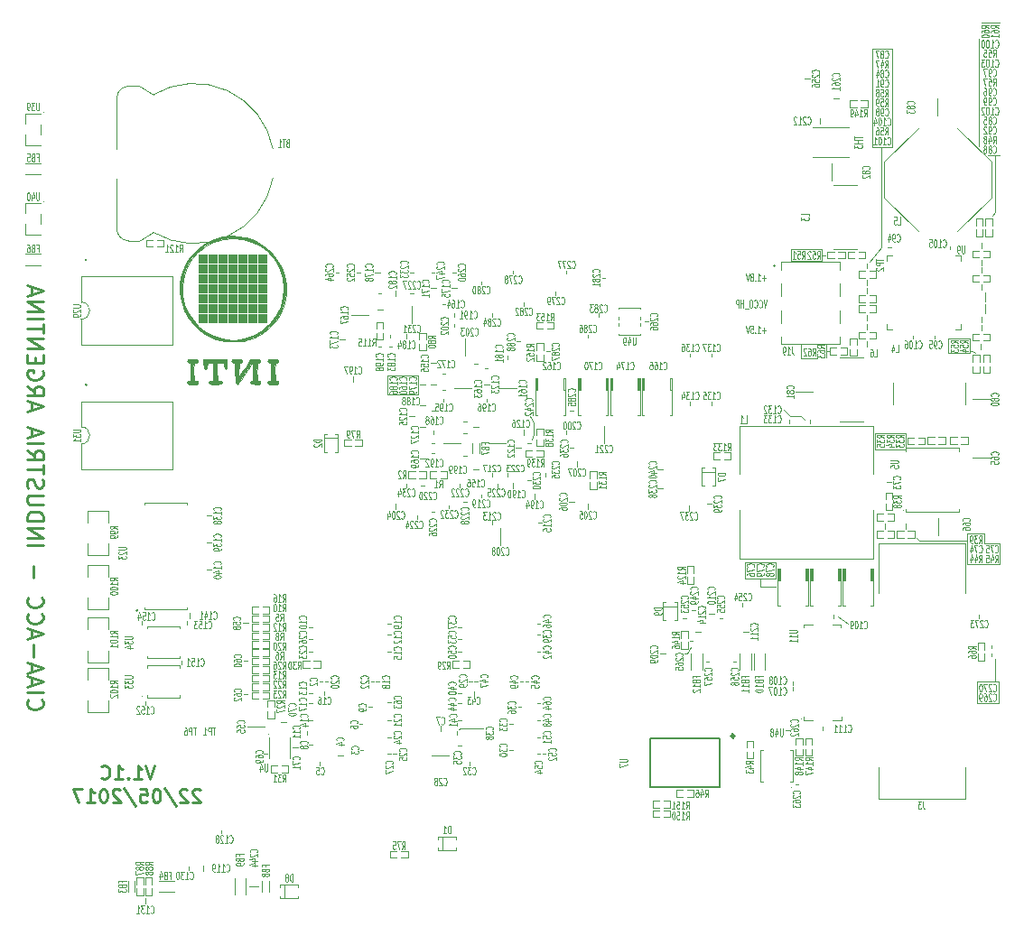
<source format=gbr>
G04 #@! TF.FileFunction,Legend,Bot*
%FSLAX46Y46*%
G04 Gerber Fmt 4.6, Leading zero omitted, Abs format (unit mm)*
G04 Created by KiCad (PCBNEW 4.0.6) date Mon May 22 11:22:16 2017*
%MOMM*%
%LPD*%
G01*
G04 APERTURE LIST*
%ADD10C,0.101600*%
%ADD11C,0.254000*%
%ADD12C,0.114300*%
%ADD13C,0.300000*%
%ADD14C,0.127000*%
%ADD15C,0.002540*%
G04 APERTURE END LIST*
D10*
D11*
X50859267Y-106689676D02*
X50798791Y-106629200D01*
X50677839Y-106568724D01*
X50375458Y-106568724D01*
X50254505Y-106629200D01*
X50194029Y-106689676D01*
X50133553Y-106810629D01*
X50133553Y-106931581D01*
X50194029Y-107113010D01*
X50919743Y-107838724D01*
X50133553Y-107838724D01*
X49649743Y-106689676D02*
X49589267Y-106629200D01*
X49468315Y-106568724D01*
X49165934Y-106568724D01*
X49044981Y-106629200D01*
X48984505Y-106689676D01*
X48924029Y-106810629D01*
X48924029Y-106931581D01*
X48984505Y-107113010D01*
X49710219Y-107838724D01*
X48924029Y-107838724D01*
X47472600Y-106508248D02*
X48561172Y-108141105D01*
X46807362Y-106568724D02*
X46686410Y-106568724D01*
X46565458Y-106629200D01*
X46504981Y-106689676D01*
X46444505Y-106810629D01*
X46384029Y-107052533D01*
X46384029Y-107354914D01*
X46444505Y-107596819D01*
X46504981Y-107717771D01*
X46565458Y-107778248D01*
X46686410Y-107838724D01*
X46807362Y-107838724D01*
X46928315Y-107778248D01*
X46988791Y-107717771D01*
X47049267Y-107596819D01*
X47109743Y-107354914D01*
X47109743Y-107052533D01*
X47049267Y-106810629D01*
X46988791Y-106689676D01*
X46928315Y-106629200D01*
X46807362Y-106568724D01*
X45234981Y-106568724D02*
X45839743Y-106568724D01*
X45900219Y-107173486D01*
X45839743Y-107113010D01*
X45718791Y-107052533D01*
X45416410Y-107052533D01*
X45295457Y-107113010D01*
X45234981Y-107173486D01*
X45174505Y-107294438D01*
X45174505Y-107596819D01*
X45234981Y-107717771D01*
X45295457Y-107778248D01*
X45416410Y-107838724D01*
X45718791Y-107838724D01*
X45839743Y-107778248D01*
X45900219Y-107717771D01*
X43723076Y-106508248D02*
X44811648Y-108141105D01*
X43360219Y-106689676D02*
X43299743Y-106629200D01*
X43178791Y-106568724D01*
X42876410Y-106568724D01*
X42755457Y-106629200D01*
X42694981Y-106689676D01*
X42634505Y-106810629D01*
X42634505Y-106931581D01*
X42694981Y-107113010D01*
X43420695Y-107838724D01*
X42634505Y-107838724D01*
X41848314Y-106568724D02*
X41727362Y-106568724D01*
X41606410Y-106629200D01*
X41545933Y-106689676D01*
X41485457Y-106810629D01*
X41424981Y-107052533D01*
X41424981Y-107354914D01*
X41485457Y-107596819D01*
X41545933Y-107717771D01*
X41606410Y-107778248D01*
X41727362Y-107838724D01*
X41848314Y-107838724D01*
X41969267Y-107778248D01*
X42029743Y-107717771D01*
X42090219Y-107596819D01*
X42150695Y-107354914D01*
X42150695Y-107052533D01*
X42090219Y-106810629D01*
X42029743Y-106689676D01*
X41969267Y-106629200D01*
X41848314Y-106568724D01*
X40215457Y-107838724D02*
X40941171Y-107838724D01*
X40578314Y-107838724D02*
X40578314Y-106568724D01*
X40699266Y-106750152D01*
X40820219Y-106871105D01*
X40941171Y-106931581D01*
X39792123Y-106568724D02*
X38945457Y-106568724D01*
X39489742Y-107838724D01*
X46588438Y-104358924D02*
X46165104Y-105628924D01*
X45741771Y-104358924D01*
X44653200Y-105628924D02*
X45378914Y-105628924D01*
X45016057Y-105628924D02*
X45016057Y-104358924D01*
X45137009Y-104540352D01*
X45257962Y-104661305D01*
X45378914Y-104721781D01*
X44108914Y-105507971D02*
X44048438Y-105568448D01*
X44108914Y-105628924D01*
X44169390Y-105568448D01*
X44108914Y-105507971D01*
X44108914Y-105628924D01*
X42838914Y-105628924D02*
X43564628Y-105628924D01*
X43201771Y-105628924D02*
X43201771Y-104358924D01*
X43322723Y-104540352D01*
X43443676Y-104661305D01*
X43564628Y-104721781D01*
X41568914Y-105507971D02*
X41629390Y-105568448D01*
X41810819Y-105628924D01*
X41931771Y-105628924D01*
X42113199Y-105568448D01*
X42234152Y-105447495D01*
X42294628Y-105326543D01*
X42355104Y-105084638D01*
X42355104Y-104903210D01*
X42294628Y-104661305D01*
X42234152Y-104540352D01*
X42113199Y-104419400D01*
X41931771Y-104358924D01*
X41810819Y-104358924D01*
X41629390Y-104419400D01*
X41568914Y-104479876D01*
X34755714Y-98168571D02*
X34683143Y-98241142D01*
X34610571Y-98458856D01*
X34610571Y-98603999D01*
X34683143Y-98821714D01*
X34828286Y-98966856D01*
X34973429Y-99039428D01*
X35263714Y-99111999D01*
X35481429Y-99111999D01*
X35771714Y-99039428D01*
X35916857Y-98966856D01*
X36062000Y-98821714D01*
X36134571Y-98603999D01*
X36134571Y-98458856D01*
X36062000Y-98241142D01*
X35989429Y-98168571D01*
X34610571Y-97515428D02*
X36134571Y-97515428D01*
X35046000Y-96862285D02*
X35046000Y-96136571D01*
X34610571Y-97007428D02*
X36134571Y-96499428D01*
X34610571Y-95991428D01*
X35046000Y-95555999D02*
X35046000Y-94830285D01*
X34610571Y-95701142D02*
X36134571Y-95193142D01*
X34610571Y-94685142D01*
X35191143Y-94177142D02*
X35191143Y-93015999D01*
X35046000Y-92362856D02*
X35046000Y-91637142D01*
X34610571Y-92507999D02*
X36134571Y-91999999D01*
X34610571Y-91491999D01*
X34755714Y-90113142D02*
X34683143Y-90185713D01*
X34610571Y-90403427D01*
X34610571Y-90548570D01*
X34683143Y-90766285D01*
X34828286Y-90911427D01*
X34973429Y-90983999D01*
X35263714Y-91056570D01*
X35481429Y-91056570D01*
X35771714Y-90983999D01*
X35916857Y-90911427D01*
X36062000Y-90766285D01*
X36134571Y-90548570D01*
X36134571Y-90403427D01*
X36062000Y-90185713D01*
X35989429Y-90113142D01*
X34755714Y-88589142D02*
X34683143Y-88661713D01*
X34610571Y-88879427D01*
X34610571Y-89024570D01*
X34683143Y-89242285D01*
X34828286Y-89387427D01*
X34973429Y-89459999D01*
X35263714Y-89532570D01*
X35481429Y-89532570D01*
X35771714Y-89459999D01*
X35916857Y-89387427D01*
X36062000Y-89242285D01*
X36134571Y-89024570D01*
X36134571Y-88879427D01*
X36062000Y-88661713D01*
X35989429Y-88589142D01*
X35191143Y-86774856D02*
X35191143Y-85613713D01*
X34610571Y-83726856D02*
X36134571Y-83726856D01*
X34610571Y-83001142D02*
X36134571Y-83001142D01*
X34610571Y-82130285D01*
X36134571Y-82130285D01*
X34610571Y-81404571D02*
X36134571Y-81404571D01*
X36134571Y-81041714D01*
X36062000Y-80823999D01*
X35916857Y-80678857D01*
X35771714Y-80606285D01*
X35481429Y-80533714D01*
X35263714Y-80533714D01*
X34973429Y-80606285D01*
X34828286Y-80678857D01*
X34683143Y-80823999D01*
X34610571Y-81041714D01*
X34610571Y-81404571D01*
X36134571Y-79880571D02*
X34900857Y-79880571D01*
X34755714Y-79807999D01*
X34683143Y-79735428D01*
X34610571Y-79590285D01*
X34610571Y-79299999D01*
X34683143Y-79154857D01*
X34755714Y-79082285D01*
X34900857Y-79009714D01*
X36134571Y-79009714D01*
X34683143Y-78356571D02*
X34610571Y-78138857D01*
X34610571Y-77776000D01*
X34683143Y-77630857D01*
X34755714Y-77558286D01*
X34900857Y-77485714D01*
X35046000Y-77485714D01*
X35191143Y-77558286D01*
X35263714Y-77630857D01*
X35336286Y-77776000D01*
X35408857Y-78066286D01*
X35481429Y-78211428D01*
X35554000Y-78284000D01*
X35699143Y-78356571D01*
X35844286Y-78356571D01*
X35989429Y-78284000D01*
X36062000Y-78211428D01*
X36134571Y-78066286D01*
X36134571Y-77703428D01*
X36062000Y-77485714D01*
X36134571Y-77050285D02*
X36134571Y-76179428D01*
X34610571Y-76614857D02*
X36134571Y-76614857D01*
X34610571Y-74800571D02*
X35336286Y-75308571D01*
X34610571Y-75671428D02*
X36134571Y-75671428D01*
X36134571Y-75090856D01*
X36062000Y-74945714D01*
X35989429Y-74873142D01*
X35844286Y-74800571D01*
X35626571Y-74800571D01*
X35481429Y-74873142D01*
X35408857Y-74945714D01*
X35336286Y-75090856D01*
X35336286Y-75671428D01*
X34610571Y-74147428D02*
X36134571Y-74147428D01*
X35046000Y-73494285D02*
X35046000Y-72768571D01*
X34610571Y-73639428D02*
X36134571Y-73131428D01*
X34610571Y-72623428D01*
X35046000Y-71026856D02*
X35046000Y-70301142D01*
X34610571Y-71171999D02*
X36134571Y-70663999D01*
X34610571Y-70155999D01*
X34610571Y-68777142D02*
X35336286Y-69285142D01*
X34610571Y-69647999D02*
X36134571Y-69647999D01*
X36134571Y-69067427D01*
X36062000Y-68922285D01*
X35989429Y-68849713D01*
X35844286Y-68777142D01*
X35626571Y-68777142D01*
X35481429Y-68849713D01*
X35408857Y-68922285D01*
X35336286Y-69067427D01*
X35336286Y-69647999D01*
X36062000Y-67325713D02*
X36134571Y-67470856D01*
X36134571Y-67688570D01*
X36062000Y-67906285D01*
X35916857Y-68051427D01*
X35771714Y-68123999D01*
X35481429Y-68196570D01*
X35263714Y-68196570D01*
X34973429Y-68123999D01*
X34828286Y-68051427D01*
X34683143Y-67906285D01*
X34610571Y-67688570D01*
X34610571Y-67543427D01*
X34683143Y-67325713D01*
X34755714Y-67253142D01*
X35263714Y-67253142D01*
X35263714Y-67543427D01*
X35408857Y-66599999D02*
X35408857Y-66091999D01*
X34610571Y-65874285D02*
X34610571Y-66599999D01*
X36134571Y-66599999D01*
X36134571Y-65874285D01*
X34610571Y-65221142D02*
X36134571Y-65221142D01*
X34610571Y-64350285D01*
X36134571Y-64350285D01*
X36134571Y-63842285D02*
X36134571Y-62971428D01*
X34610571Y-63406857D02*
X36134571Y-63406857D01*
X34610571Y-62463428D02*
X36134571Y-62463428D01*
X34610571Y-61737714D02*
X36134571Y-61737714D01*
X34610571Y-60866857D01*
X36134571Y-60866857D01*
X35046000Y-60213714D02*
X35046000Y-59488000D01*
X34610571Y-60358857D02*
X36134571Y-59850857D01*
X34610571Y-59342857D01*
D10*
X68400000Y-69600000D02*
X68400000Y-67800000D01*
X71300000Y-69600000D02*
X68400000Y-69600000D01*
X71300000Y-67800000D02*
X71300000Y-69600000D01*
X68400000Y-67800000D02*
X71300000Y-67800000D01*
X82100000Y-73300000D02*
X82000000Y-73800000D01*
X82100000Y-72200000D02*
X82100000Y-73300000D01*
X81800000Y-71600000D02*
X82100000Y-72200000D01*
D12*
X103914400Y-58650800D02*
X103566057Y-58650800D01*
X103740228Y-58921733D02*
X103740228Y-58379867D01*
X103108857Y-58921733D02*
X103370114Y-58921733D01*
X103239486Y-58921733D02*
X103239486Y-58210533D01*
X103283029Y-58312133D01*
X103326571Y-58379867D01*
X103370114Y-58413733D01*
X102912914Y-58854000D02*
X102891142Y-58887867D01*
X102912914Y-58921733D01*
X102934685Y-58887867D01*
X102912914Y-58854000D01*
X102912914Y-58921733D01*
X102629886Y-58515333D02*
X102673428Y-58481467D01*
X102695200Y-58447600D01*
X102716971Y-58379867D01*
X102716971Y-58346000D01*
X102695200Y-58278267D01*
X102673428Y-58244400D01*
X102629886Y-58210533D01*
X102542800Y-58210533D01*
X102499257Y-58244400D01*
X102477486Y-58278267D01*
X102455714Y-58346000D01*
X102455714Y-58379867D01*
X102477486Y-58447600D01*
X102499257Y-58481467D01*
X102542800Y-58515333D01*
X102629886Y-58515333D01*
X102673428Y-58549200D01*
X102695200Y-58583067D01*
X102716971Y-58650800D01*
X102716971Y-58786267D01*
X102695200Y-58854000D01*
X102673428Y-58887867D01*
X102629886Y-58921733D01*
X102542800Y-58921733D01*
X102499257Y-58887867D01*
X102477486Y-58854000D01*
X102455714Y-58786267D01*
X102455714Y-58650800D01*
X102477486Y-58583067D01*
X102499257Y-58549200D01*
X102542800Y-58515333D01*
X102325085Y-58210533D02*
X102172685Y-58921733D01*
X102020285Y-58210533D01*
X103914400Y-63550800D02*
X103566057Y-63550800D01*
X103740228Y-63821733D02*
X103740228Y-63279867D01*
X103108857Y-63821733D02*
X103370114Y-63821733D01*
X103239486Y-63821733D02*
X103239486Y-63110533D01*
X103283029Y-63212133D01*
X103326571Y-63279867D01*
X103370114Y-63313733D01*
X102912914Y-63754000D02*
X102891142Y-63787867D01*
X102912914Y-63821733D01*
X102934685Y-63787867D01*
X102912914Y-63754000D01*
X102912914Y-63821733D01*
X102477486Y-63110533D02*
X102695200Y-63110533D01*
X102716971Y-63449200D01*
X102695200Y-63415333D01*
X102651657Y-63381467D01*
X102542800Y-63381467D01*
X102499257Y-63415333D01*
X102477486Y-63449200D01*
X102455714Y-63516933D01*
X102455714Y-63686267D01*
X102477486Y-63754000D01*
X102499257Y-63787867D01*
X102542800Y-63821733D01*
X102651657Y-63821733D01*
X102695200Y-63787867D01*
X102716971Y-63754000D01*
X102325085Y-63110533D02*
X102172685Y-63821733D01*
X102020285Y-63110533D01*
X103991342Y-60710533D02*
X103838942Y-61421733D01*
X103686542Y-60710533D01*
X103272885Y-61354000D02*
X103294656Y-61387867D01*
X103359970Y-61421733D01*
X103403513Y-61421733D01*
X103468828Y-61387867D01*
X103512370Y-61320133D01*
X103534142Y-61252400D01*
X103555913Y-61116933D01*
X103555913Y-61015333D01*
X103534142Y-60879867D01*
X103512370Y-60812133D01*
X103468828Y-60744400D01*
X103403513Y-60710533D01*
X103359970Y-60710533D01*
X103294656Y-60744400D01*
X103272885Y-60778267D01*
X102815685Y-61354000D02*
X102837456Y-61387867D01*
X102902770Y-61421733D01*
X102946313Y-61421733D01*
X103011628Y-61387867D01*
X103055170Y-61320133D01*
X103076942Y-61252400D01*
X103098713Y-61116933D01*
X103098713Y-61015333D01*
X103076942Y-60879867D01*
X103055170Y-60812133D01*
X103011628Y-60744400D01*
X102946313Y-60710533D01*
X102902770Y-60710533D01*
X102837456Y-60744400D01*
X102815685Y-60778267D01*
X102532656Y-60710533D02*
X102445570Y-60710533D01*
X102402028Y-60744400D01*
X102358485Y-60812133D01*
X102336713Y-60947600D01*
X102336713Y-61184667D01*
X102358485Y-61320133D01*
X102402028Y-61387867D01*
X102445570Y-61421733D01*
X102532656Y-61421733D01*
X102576199Y-61387867D01*
X102619742Y-61320133D01*
X102641513Y-61184667D01*
X102641513Y-60947600D01*
X102619742Y-60812133D01*
X102576199Y-60744400D01*
X102532656Y-60710533D01*
X102249628Y-61489467D02*
X101901285Y-61489467D01*
X101792428Y-61421733D02*
X101792428Y-60710533D01*
X101792428Y-61049200D02*
X101531171Y-61049200D01*
X101531171Y-61421733D02*
X101531171Y-60710533D01*
X101313457Y-61421733D02*
X101313457Y-60710533D01*
X101139285Y-60710533D01*
X101095743Y-60744400D01*
X101073971Y-60778267D01*
X101052200Y-60846000D01*
X101052200Y-60947600D01*
X101073971Y-61015333D01*
X101095743Y-61049200D01*
X101139285Y-61083067D01*
X101313457Y-61083067D01*
D10*
X75300000Y-100900000D02*
X75100000Y-101000000D01*
X77400000Y-100900000D02*
X75300000Y-100900000D01*
X96500000Y-93900000D02*
X96900000Y-93300000D01*
X96300000Y-93900000D02*
X96500000Y-93900000D01*
X125400000Y-96500000D02*
X125400000Y-94400000D01*
X125700000Y-96500000D02*
X123700000Y-96500000D01*
X125700000Y-98500000D02*
X125700000Y-96500000D01*
X123700000Y-98500000D02*
X125700000Y-98500000D01*
X123700000Y-96500000D02*
X123700000Y-98500000D01*
X103400000Y-87600000D02*
X104800000Y-87600000D01*
X103400000Y-86800000D02*
X103400000Y-87600000D01*
X101900000Y-86800000D02*
X101900000Y-85300000D01*
X104800000Y-86800000D02*
X101900000Y-86800000D01*
X104800000Y-85300000D02*
X104800000Y-86800000D01*
X101900000Y-85300000D02*
X104800000Y-85300000D01*
X110700000Y-90400000D02*
X111600000Y-91100000D01*
X118300000Y-83300000D02*
X118000000Y-83000000D01*
X122800000Y-83300000D02*
X118300000Y-83300000D01*
X125800000Y-83500000D02*
X125800000Y-85500000D01*
X124400000Y-83500000D02*
X125800000Y-83500000D01*
X124400000Y-82600000D02*
X124400000Y-83500000D01*
X122800000Y-82600000D02*
X124400000Y-82600000D01*
X122800000Y-85500000D02*
X122800000Y-82600000D01*
X125800000Y-85500000D02*
X122800000Y-85500000D01*
X107200000Y-71600000D02*
X107500000Y-71900000D01*
X106200000Y-71600000D02*
X107200000Y-71600000D01*
X105600000Y-71000000D02*
X106200000Y-71600000D01*
X114700000Y-55800000D02*
X113600000Y-57100000D01*
X114700000Y-46400000D02*
X114700000Y-55800000D01*
X115700000Y-37100000D02*
X113900000Y-37100000D01*
X115700000Y-46400000D02*
X115700000Y-37100000D01*
X113900000Y-46400000D02*
X115700000Y-46400000D01*
X113900000Y-37100000D02*
X113900000Y-46400000D01*
X109600000Y-65500000D02*
X109800000Y-65500000D01*
X109600000Y-64900000D02*
X109600000Y-66100000D01*
X107200000Y-66200000D02*
X108700000Y-66200000D01*
X107200000Y-64900000D02*
X107200000Y-66200000D01*
X109100000Y-56500000D02*
X109500000Y-56500000D01*
X106300000Y-57000000D02*
X106300000Y-55900000D01*
X109100000Y-57000000D02*
X106300000Y-57000000D01*
X109100000Y-55900000D02*
X109100000Y-57000000D01*
X106300000Y-55900000D02*
X109100000Y-55900000D01*
X114100000Y-74700000D02*
X117000000Y-74700000D01*
X114100000Y-73200000D02*
X114100000Y-74700000D01*
X117000000Y-73200000D02*
X117000000Y-74700000D01*
X114100000Y-73200000D02*
X117000000Y-73200000D01*
X123300000Y-65500000D02*
X123500000Y-65700000D01*
X123000000Y-65500000D02*
X123300000Y-65500000D01*
X121000000Y-64300000D02*
X121100000Y-64300000D01*
X121000000Y-65700000D02*
X121000000Y-64300000D01*
X121100000Y-65700000D02*
X121000000Y-65700000D01*
X123000000Y-65700000D02*
X121100000Y-65700000D01*
X123000000Y-64300000D02*
X123000000Y-65700000D01*
X121100000Y-64300000D02*
X123000000Y-64300000D01*
X125400000Y-52500000D02*
X125100000Y-52800000D01*
X125400000Y-47100000D02*
X125400000Y-52500000D01*
X124100000Y-34700000D02*
X125800000Y-34700000D01*
X124700000Y-47100000D02*
X125800000Y-47100000D01*
X123900000Y-36200000D02*
X123900000Y-46300000D01*
X62350000Y-96500000D02*
X62050000Y-96500000D01*
X66150000Y-102900000D02*
X65850000Y-102900000D01*
X62100000Y-104350000D02*
X62100000Y-104050000D01*
X66050000Y-100500000D02*
X65750000Y-100500000D01*
X61050000Y-102400000D02*
X61350000Y-102400000D01*
X66650000Y-98900000D02*
X66950000Y-98900000D01*
X61050000Y-91400000D02*
X61350000Y-91400000D01*
X60900000Y-101150000D02*
X60900000Y-101450000D01*
X68450000Y-92100000D02*
X68750000Y-92100000D01*
X61050000Y-97600000D02*
X61350000Y-97600000D01*
X61350000Y-100100000D02*
X61050000Y-100100000D01*
X68450000Y-93700000D02*
X68750000Y-93700000D01*
X62500000Y-97750000D02*
X62500000Y-97450000D01*
X61050000Y-98500000D02*
X61350000Y-98500000D01*
X67350000Y-96500000D02*
X67650000Y-96500000D01*
X68450000Y-91100000D02*
X68750000Y-91100000D01*
X62550000Y-96500000D02*
X62850000Y-96500000D01*
X68450000Y-100100000D02*
X68750000Y-100100000D01*
X67150000Y-96500000D02*
X66850000Y-96500000D01*
X61050000Y-93700000D02*
X61350000Y-93700000D01*
X68750000Y-101700000D02*
X68450000Y-101700000D01*
X68950000Y-103300000D02*
X69250000Y-103300000D01*
X61050000Y-92500000D02*
X61350000Y-92500000D01*
X68750000Y-103300000D02*
X68450000Y-103300000D01*
X74200000Y-103400000D02*
X72600000Y-103400000D01*
X76350000Y-96500000D02*
X76050000Y-96500000D01*
X80150000Y-102900000D02*
X79850000Y-102900000D01*
X76100000Y-104350000D02*
X76100000Y-104050000D01*
X80150000Y-100500000D02*
X79850000Y-100500000D01*
X75050000Y-102500000D02*
X75350000Y-102500000D01*
X80650000Y-98900000D02*
X80950000Y-98900000D01*
X75050000Y-91400000D02*
X75350000Y-91400000D01*
X74900000Y-101150000D02*
X74900000Y-101450000D01*
X82450000Y-92100000D02*
X82750000Y-92100000D01*
X75050000Y-97600000D02*
X75350000Y-97600000D01*
X75350000Y-100100000D02*
X75050000Y-100100000D01*
X82450000Y-93700000D02*
X82750000Y-93700000D01*
X76500000Y-97750000D02*
X76500000Y-97450000D01*
X75050000Y-98500000D02*
X75350000Y-98500000D01*
X81350000Y-96500000D02*
X81650000Y-96500000D01*
X82450000Y-91100000D02*
X82750000Y-91100000D01*
X76550000Y-96500000D02*
X76850000Y-96500000D01*
X82450000Y-100100000D02*
X82750000Y-100100000D01*
X81150000Y-96500000D02*
X80850000Y-96500000D01*
X75050000Y-93700000D02*
X75350000Y-93700000D01*
X82750000Y-101700000D02*
X82450000Y-101700000D01*
X82950000Y-103300000D02*
X83250000Y-103300000D01*
X75050000Y-92500000D02*
X75350000Y-92500000D01*
X82750000Y-103300000D02*
X82450000Y-103300000D01*
X56900000Y-100700000D02*
X55300000Y-100700000D01*
X55250000Y-94500000D02*
X54950000Y-94500000D01*
X54950000Y-97700000D02*
X55250000Y-97700000D01*
X68750000Y-98400000D02*
X68450000Y-98400000D01*
X82750000Y-98500000D02*
X82450000Y-98500000D01*
X123300000Y-75500000D02*
X124900000Y-75500000D01*
X120100000Y-82800000D02*
X120100000Y-81200000D01*
X57150000Y-103300000D02*
X56850000Y-103300000D01*
X59550000Y-102700000D02*
X60050000Y-102700000D01*
X115193000Y-77800000D02*
X115693000Y-77800000D01*
X115100000Y-81650000D02*
X115100000Y-82150000D01*
X117000000Y-82150000D02*
X117000000Y-81650000D01*
X105026000Y-89380000D02*
X105226000Y-89380000D01*
X107826000Y-89380000D02*
X107626000Y-89380000D01*
X105076000Y-86980000D02*
X105076000Y-85880000D01*
X105176000Y-85880000D02*
X105176000Y-86980000D01*
X105226000Y-85880000D02*
X105026000Y-85880000D01*
X105226000Y-86980000D02*
X105226000Y-85880000D01*
X105026000Y-86980000D02*
X105226000Y-86980000D01*
X107776000Y-86980000D02*
X107776000Y-85880000D01*
X107676000Y-85880000D02*
X107676000Y-86980000D01*
X107626000Y-86980000D02*
X107626000Y-85880000D01*
X107826000Y-86980000D02*
X107626000Y-86980000D01*
X107826000Y-85880000D02*
X107626000Y-85880000D01*
X105026000Y-89380000D02*
X105026000Y-85880000D01*
X107826000Y-89380000D02*
X107826000Y-85880000D01*
X111122000Y-89380000D02*
X111322000Y-89380000D01*
X113922000Y-89380000D02*
X113722000Y-89380000D01*
X111172000Y-86980000D02*
X111172000Y-85880000D01*
X111272000Y-85880000D02*
X111272000Y-86980000D01*
X111322000Y-85880000D02*
X111122000Y-85880000D01*
X111322000Y-86980000D02*
X111322000Y-85880000D01*
X111122000Y-86980000D02*
X111322000Y-86980000D01*
X113872000Y-86980000D02*
X113872000Y-85880000D01*
X113772000Y-85880000D02*
X113772000Y-86980000D01*
X113722000Y-86980000D02*
X113722000Y-85880000D01*
X113922000Y-86980000D02*
X113722000Y-86980000D01*
X113922000Y-85880000D02*
X113722000Y-85880000D01*
X111122000Y-89380000D02*
X111122000Y-85880000D01*
X113922000Y-89380000D02*
X113922000Y-85880000D01*
X108074000Y-89380000D02*
X108274000Y-89380000D01*
X110874000Y-89380000D02*
X110674000Y-89380000D01*
X108124000Y-86980000D02*
X108124000Y-85880000D01*
X108224000Y-85880000D02*
X108224000Y-86980000D01*
X108274000Y-85880000D02*
X108074000Y-85880000D01*
X108274000Y-86980000D02*
X108274000Y-85880000D01*
X108074000Y-86980000D02*
X108274000Y-86980000D01*
X110824000Y-86980000D02*
X110824000Y-85880000D01*
X110724000Y-85880000D02*
X110724000Y-86980000D01*
X110674000Y-86980000D02*
X110674000Y-85880000D01*
X110874000Y-86980000D02*
X110674000Y-86980000D01*
X110874000Y-85880000D02*
X110674000Y-85880000D01*
X108074000Y-89380000D02*
X108074000Y-85880000D01*
X110874000Y-89380000D02*
X110874000Y-85880000D01*
X124900000Y-70000000D02*
X123300000Y-70000000D01*
X108300000Y-69300000D02*
X106700000Y-69300000D01*
X110100000Y-47900000D02*
X110100000Y-49500000D01*
X120000000Y-43400000D02*
X120000000Y-41800000D01*
X113400000Y-58850000D02*
X113400000Y-59350000D01*
X124100000Y-62250000D02*
X124100000Y-62750000D01*
X113400000Y-57750000D02*
X113400000Y-57250000D01*
X124079000Y-64850000D02*
X124079000Y-65350000D01*
X113400000Y-60050000D02*
X113400000Y-59550000D01*
X124100000Y-63050000D02*
X124100000Y-63550000D01*
X115650000Y-55800000D02*
X115350000Y-55800000D01*
X119700000Y-64050000D02*
X119700000Y-64350000D01*
X124100000Y-57650000D02*
X124100000Y-58150000D01*
X113400000Y-62650000D02*
X113400000Y-62150000D01*
X124500000Y-59975000D02*
X124500000Y-60825000D01*
X124100000Y-55350000D02*
X124100000Y-55850000D01*
X113400000Y-64550000D02*
X113400000Y-65050000D01*
X124500000Y-61075000D02*
X124500000Y-61925000D01*
X124100000Y-56950000D02*
X124100000Y-57450000D01*
X113400000Y-62950000D02*
X113400000Y-63450000D01*
X121200000Y-55650000D02*
X121200000Y-55950000D01*
X117700000Y-64350000D02*
X117700000Y-64050000D01*
X106426000Y-97305000D02*
X106426000Y-97005000D01*
X106426000Y-96797000D02*
X106426000Y-96497000D01*
X110200000Y-90250000D02*
X110200000Y-90550000D01*
X109200000Y-101050000D02*
X109200000Y-100750000D01*
X51100000Y-113750000D02*
X51100000Y-114250000D01*
X45700000Y-116850000D02*
X45700000Y-117350000D01*
X108000000Y-71950000D02*
X108000000Y-72250000D01*
X106109757Y-72250000D02*
X106109757Y-71950000D01*
X96800000Y-70250000D02*
X96800000Y-70550000D01*
X98800000Y-70550000D02*
X98800000Y-70250000D01*
X96800000Y-65750000D02*
X96800000Y-66050000D01*
X98800000Y-66050000D02*
X98800000Y-65750000D01*
X51439000Y-80899000D02*
X51939000Y-80899000D01*
X51439000Y-83439000D02*
X51939000Y-83439000D01*
X51439000Y-85979000D02*
X51939000Y-85979000D01*
X49900000Y-90550000D02*
X49900000Y-90050000D01*
X49100000Y-94850000D02*
X49100000Y-94550000D01*
X45700000Y-98650000D02*
X45700000Y-98350000D01*
X49600000Y-90850000D02*
X49600000Y-91150000D01*
X45400000Y-91150000D02*
X45400000Y-90850000D01*
X80500000Y-69000000D02*
X78900000Y-69000000D01*
X82300000Y-71550000D02*
X82500000Y-71550000D01*
X85100000Y-71550000D02*
X84900000Y-71550000D01*
X82350000Y-69150000D02*
X82350000Y-68050000D01*
X82450000Y-68050000D02*
X82450000Y-69150000D01*
X82500000Y-68050000D02*
X82300000Y-68050000D01*
X82500000Y-69150000D02*
X82500000Y-68050000D01*
X82300000Y-69150000D02*
X82500000Y-69150000D01*
X85050000Y-69150000D02*
X85050000Y-68050000D01*
X84950000Y-68050000D02*
X84950000Y-69150000D01*
X84900000Y-69150000D02*
X84900000Y-68050000D01*
X85100000Y-69150000D02*
X84900000Y-69150000D01*
X85100000Y-68050000D02*
X84900000Y-68050000D01*
X82300000Y-71550000D02*
X82300000Y-68050000D01*
X85100000Y-71550000D02*
X85100000Y-68050000D01*
X76300000Y-69000000D02*
X74700000Y-69000000D01*
X92300000Y-71550000D02*
X92500000Y-71550000D01*
X95100000Y-71550000D02*
X94900000Y-71550000D01*
X92350000Y-69150000D02*
X92350000Y-68050000D01*
X92450000Y-68050000D02*
X92450000Y-69150000D01*
X92500000Y-68050000D02*
X92300000Y-68050000D01*
X92500000Y-69150000D02*
X92500000Y-68050000D01*
X92300000Y-69150000D02*
X92500000Y-69150000D01*
X95050000Y-69150000D02*
X95050000Y-68050000D01*
X94950000Y-68050000D02*
X94950000Y-69150000D01*
X94900000Y-69150000D02*
X94900000Y-68050000D01*
X95100000Y-69150000D02*
X94900000Y-69150000D01*
X95100000Y-68050000D02*
X94900000Y-68050000D01*
X92300000Y-71550000D02*
X92300000Y-68050000D01*
X95100000Y-71550000D02*
X95100000Y-68050000D01*
X65000000Y-62100000D02*
X66600000Y-62100000D01*
X86300000Y-71550000D02*
X86500000Y-71550000D01*
X89100000Y-71550000D02*
X88900000Y-71550000D01*
X86350000Y-69150000D02*
X86350000Y-68050000D01*
X86450000Y-68050000D02*
X86450000Y-69150000D01*
X86500000Y-68050000D02*
X86300000Y-68050000D01*
X86500000Y-69150000D02*
X86500000Y-68050000D01*
X86300000Y-69150000D02*
X86500000Y-69150000D01*
X89050000Y-69150000D02*
X89050000Y-68050000D01*
X88950000Y-68050000D02*
X88950000Y-69150000D01*
X88900000Y-69150000D02*
X88900000Y-68050000D01*
X89100000Y-69150000D02*
X88900000Y-69150000D01*
X89100000Y-68050000D02*
X88900000Y-68050000D01*
X86300000Y-71550000D02*
X86300000Y-68050000D01*
X89100000Y-71550000D02*
X89100000Y-68050000D01*
X89300000Y-71550000D02*
X89500000Y-71550000D01*
X92100000Y-71550000D02*
X91900000Y-71550000D01*
X89350000Y-69150000D02*
X89350000Y-68050000D01*
X89450000Y-68050000D02*
X89450000Y-69150000D01*
X89500000Y-68050000D02*
X89300000Y-68050000D01*
X89500000Y-69150000D02*
X89500000Y-68050000D01*
X89300000Y-69150000D02*
X89500000Y-69150000D01*
X92050000Y-69150000D02*
X92050000Y-68050000D01*
X91950000Y-68050000D02*
X91950000Y-69150000D01*
X91900000Y-69150000D02*
X91900000Y-68050000D01*
X92100000Y-69150000D02*
X91900000Y-69150000D01*
X92100000Y-68050000D02*
X91900000Y-68050000D01*
X89300000Y-71550000D02*
X89300000Y-68050000D01*
X92100000Y-71550000D02*
X92100000Y-68050000D01*
X77900000Y-74100000D02*
X79500000Y-74100000D01*
X73700000Y-74100000D02*
X75300000Y-74100000D01*
X75700000Y-65900000D02*
X75700000Y-64300000D01*
X79000000Y-82100000D02*
X79000000Y-83700000D01*
X88700000Y-74100000D02*
X88700000Y-72500000D01*
X79700000Y-76950000D02*
X79700000Y-77250000D01*
X78700000Y-78250000D02*
X78700000Y-77950000D01*
X70700000Y-62900000D02*
X70700000Y-61300000D01*
X96700000Y-80450000D02*
X96700000Y-79950000D01*
X94250000Y-78400000D02*
X93750000Y-78400000D01*
X98350000Y-79800000D02*
X98850000Y-79800000D01*
X93750000Y-76600000D02*
X94250000Y-76600000D01*
X81850000Y-74100000D02*
X81550000Y-74100000D01*
X56325000Y-115700000D02*
X55475000Y-115700000D01*
X96950000Y-89800000D02*
X97250000Y-89800000D01*
X96416000Y-90551000D02*
X96116000Y-90551000D01*
X101727000Y-89131000D02*
X101727000Y-89431000D01*
X99550000Y-90600000D02*
X99850000Y-90600000D01*
X108050000Y-39900000D02*
X107550000Y-39900000D01*
X98575000Y-94615000D02*
X98275000Y-94615000D01*
X101115000Y-94615000D02*
X100815000Y-94615000D01*
X110250000Y-41800000D02*
X110750000Y-41800000D01*
X106050000Y-101100000D02*
X105750000Y-101100000D01*
X106950000Y-106100000D02*
X106650000Y-106100000D01*
X97050000Y-92700000D02*
X96750000Y-92700000D01*
X74850000Y-112350000D02*
X74850000Y-112100000D01*
X74850000Y-111050000D02*
X74850000Y-111300000D01*
X73150000Y-112350000D02*
X73150000Y-112100000D01*
X73150000Y-111050000D02*
X73150000Y-111300000D01*
X73550000Y-111050000D02*
X73550000Y-112350000D01*
X73150000Y-112350000D02*
X74850000Y-112350000D01*
X74850000Y-111050000D02*
X73150000Y-111050000D01*
X62450000Y-74950000D02*
X62700000Y-74950000D01*
X63750000Y-74950000D02*
X63500000Y-74950000D01*
X62450000Y-73250000D02*
X62700000Y-73250000D01*
X63750000Y-73250000D02*
X63500000Y-73250000D01*
X63750000Y-73650000D02*
X62450000Y-73650000D01*
X62450000Y-73250000D02*
X62450000Y-74950000D01*
X63750000Y-74950000D02*
X63750000Y-73250000D01*
X97850000Y-78150000D02*
X98100000Y-78150000D01*
X99150000Y-78150000D02*
X98900000Y-78150000D01*
X97850000Y-76450000D02*
X98100000Y-76450000D01*
X99150000Y-76450000D02*
X98900000Y-76450000D01*
X99150000Y-76850000D02*
X97850000Y-76850000D01*
X97850000Y-76450000D02*
X97850000Y-78150000D01*
X99150000Y-78150000D02*
X99150000Y-76450000D01*
X60050000Y-116850000D02*
X60050000Y-116600000D01*
X60050000Y-115550000D02*
X60050000Y-115800000D01*
X58350000Y-116850000D02*
X58350000Y-116600000D01*
X58350000Y-115550000D02*
X58350000Y-115800000D01*
X58750000Y-115550000D02*
X58750000Y-116850000D01*
X58350000Y-116850000D02*
X60050000Y-116850000D01*
X60050000Y-115550000D02*
X58350000Y-115550000D01*
X94250000Y-90750000D02*
X94500000Y-90750000D01*
X95550000Y-90750000D02*
X95300000Y-90750000D01*
X94250000Y-89050000D02*
X94500000Y-89050000D01*
X95550000Y-89050000D02*
X95300000Y-89050000D01*
X95550000Y-89450000D02*
X94250000Y-89450000D01*
X94250000Y-89050000D02*
X94250000Y-90750000D01*
X95550000Y-90750000D02*
X95550000Y-89050000D01*
X48450000Y-115180000D02*
X46950000Y-115180000D01*
X48450000Y-116220000D02*
X46950000Y-116220000D01*
X34429000Y-48907000D02*
X35929000Y-48907000D01*
X34429000Y-47867000D02*
X35929000Y-47867000D01*
X34429000Y-57416000D02*
X35929000Y-57416000D01*
X34429000Y-56376000D02*
X35929000Y-56376000D01*
X55120000Y-116450000D02*
X55120000Y-114950000D01*
X54080000Y-116450000D02*
X54080000Y-114950000D01*
X103820000Y-95350000D02*
X103820000Y-93850000D01*
X102780000Y-95350000D02*
X102780000Y-93850000D01*
X102501000Y-95365000D02*
X102501000Y-93865000D01*
X101461000Y-95365000D02*
X101461000Y-93865000D01*
X96889000Y-93865000D02*
X96889000Y-95365000D01*
X97929000Y-93865000D02*
X97929000Y-95365000D01*
X114456000Y-107531500D02*
X114456000Y-104555500D01*
X122584000Y-107531500D02*
X114456000Y-107531500D01*
X122584000Y-104555500D02*
X122584000Y-107531500D01*
X122584000Y-83515800D02*
X122584000Y-88155500D01*
X114456000Y-83515800D02*
X122584000Y-83515800D01*
X114456000Y-88155500D02*
X114456000Y-83515800D01*
X113946000Y-84990000D02*
X113946000Y-80440000D01*
X101446000Y-84990000D02*
X113946000Y-84990000D01*
X101446000Y-84990000D02*
X101446000Y-80440000D01*
X101446000Y-72490000D02*
X101446000Y-77040000D01*
X113946000Y-72490000D02*
X101446000Y-72490000D01*
X113946000Y-72490000D02*
X113946000Y-77040000D01*
X110200000Y-55900000D02*
X112400000Y-55900000D01*
X112400000Y-49900000D02*
X110200000Y-49900000D01*
X122600000Y-70500000D02*
X122600000Y-68500000D01*
X115800000Y-68500000D02*
X115800000Y-70500000D01*
X115015000Y-51103000D02*
X118165000Y-54253000D01*
X115015000Y-47703000D02*
X118165000Y-44553000D01*
X125015000Y-47703000D02*
X121865000Y-44553000D01*
X125015000Y-51103000D02*
X121865000Y-54253000D01*
X115015000Y-51103000D02*
X115015000Y-47703000D01*
X125015000Y-51103000D02*
X125015000Y-47703000D01*
X110800000Y-72100000D02*
X113000000Y-72100000D01*
X113000000Y-66100000D02*
X110800000Y-66100000D01*
X74020000Y-76780000D02*
X73400000Y-76780000D01*
X74020000Y-77420000D02*
X74020000Y-76780000D01*
X73400000Y-77420000D02*
X74020000Y-77420000D01*
X72380000Y-76780000D02*
X73000000Y-76780000D01*
X72380000Y-77420000D02*
X72380000Y-76780000D01*
X73000000Y-77420000D02*
X72380000Y-77420000D01*
X72020000Y-76780000D02*
X71400000Y-76780000D01*
X72020000Y-77420000D02*
X72020000Y-76780000D01*
X71400000Y-77420000D02*
X72020000Y-77420000D01*
X70380000Y-76780000D02*
X71000000Y-76780000D01*
X70380000Y-77420000D02*
X70380000Y-76780000D01*
X71000000Y-77420000D02*
X70380000Y-77420000D01*
X57320000Y-91080000D02*
X56700000Y-91080000D01*
X57320000Y-91720000D02*
X57320000Y-91080000D01*
X56700000Y-91720000D02*
X57320000Y-91720000D01*
X55680000Y-91080000D02*
X56300000Y-91080000D01*
X55680000Y-91720000D02*
X55680000Y-91080000D01*
X56300000Y-91720000D02*
X55680000Y-91720000D01*
X57320000Y-94280000D02*
X56700000Y-94280000D01*
X57320000Y-94920000D02*
X57320000Y-94280000D01*
X56700000Y-94920000D02*
X57320000Y-94920000D01*
X55680000Y-94280000D02*
X56300000Y-94280000D01*
X55680000Y-94920000D02*
X55680000Y-94280000D01*
X56300000Y-94920000D02*
X55680000Y-94920000D01*
X57320000Y-92680000D02*
X56700000Y-92680000D01*
X57320000Y-93320000D02*
X57320000Y-92680000D01*
X56700000Y-93320000D02*
X57320000Y-93320000D01*
X55680000Y-92680000D02*
X56300000Y-92680000D01*
X55680000Y-93320000D02*
X55680000Y-92680000D01*
X56300000Y-93320000D02*
X55680000Y-93320000D01*
X57320000Y-90280000D02*
X56700000Y-90280000D01*
X57320000Y-90920000D02*
X57320000Y-90280000D01*
X56700000Y-90920000D02*
X57320000Y-90920000D01*
X55680000Y-90280000D02*
X56300000Y-90280000D01*
X55680000Y-90920000D02*
X55680000Y-90280000D01*
X56300000Y-90920000D02*
X55680000Y-90920000D01*
X57320000Y-91880000D02*
X56700000Y-91880000D01*
X57320000Y-92520000D02*
X57320000Y-91880000D01*
X56700000Y-92520000D02*
X57320000Y-92520000D01*
X55680000Y-91880000D02*
X56300000Y-91880000D01*
X55680000Y-92520000D02*
X55680000Y-91880000D01*
X56300000Y-92520000D02*
X55680000Y-92520000D01*
X57320000Y-95880000D02*
X56700000Y-95880000D01*
X57320000Y-96520000D02*
X57320000Y-95880000D01*
X56700000Y-96520000D02*
X57320000Y-96520000D01*
X55680000Y-95880000D02*
X56300000Y-95880000D01*
X55680000Y-96520000D02*
X55680000Y-95880000D01*
X56300000Y-96520000D02*
X55680000Y-96520000D01*
X57320000Y-89480000D02*
X56700000Y-89480000D01*
X57320000Y-90120000D02*
X57320000Y-89480000D01*
X56700000Y-90120000D02*
X57320000Y-90120000D01*
X55680000Y-89480000D02*
X56300000Y-89480000D01*
X55680000Y-90120000D02*
X55680000Y-89480000D01*
X56300000Y-90120000D02*
X55680000Y-90120000D01*
X57320000Y-93480000D02*
X56700000Y-93480000D01*
X57320000Y-94120000D02*
X57320000Y-93480000D01*
X56700000Y-94120000D02*
X57320000Y-94120000D01*
X55680000Y-93480000D02*
X56300000Y-93480000D01*
X55680000Y-94120000D02*
X55680000Y-93480000D01*
X56300000Y-94120000D02*
X55680000Y-94120000D01*
X57320000Y-96680000D02*
X56700000Y-96680000D01*
X57320000Y-97320000D02*
X57320000Y-96680000D01*
X56700000Y-97320000D02*
X57320000Y-97320000D01*
X55680000Y-96680000D02*
X56300000Y-96680000D01*
X55680000Y-97320000D02*
X55680000Y-96680000D01*
X56300000Y-97320000D02*
X55680000Y-97320000D01*
X57320000Y-97480000D02*
X56700000Y-97480000D01*
X57320000Y-98120000D02*
X57320000Y-97480000D01*
X56700000Y-98120000D02*
X57320000Y-98120000D01*
X55680000Y-97480000D02*
X56300000Y-97480000D01*
X55680000Y-98120000D02*
X55680000Y-97480000D01*
X56300000Y-98120000D02*
X55680000Y-98120000D01*
X57320000Y-95080000D02*
X56700000Y-95080000D01*
X57320000Y-95720000D02*
X57320000Y-95080000D01*
X56700000Y-95720000D02*
X57320000Y-95720000D01*
X55680000Y-95080000D02*
X56300000Y-95080000D01*
X55680000Y-95720000D02*
X55680000Y-95080000D01*
X56300000Y-95720000D02*
X55680000Y-95720000D01*
X57820000Y-99920000D02*
X57820000Y-99300000D01*
X57180000Y-99920000D02*
X57820000Y-99920000D01*
X57180000Y-99300000D02*
X57180000Y-99920000D01*
X57820000Y-98280000D02*
X57820000Y-98900000D01*
X57180000Y-98280000D02*
X57820000Y-98280000D01*
X57180000Y-98900000D02*
X57180000Y-98280000D01*
X74480000Y-95220000D02*
X75100000Y-95220000D01*
X74480000Y-94580000D02*
X74480000Y-95220000D01*
X75100000Y-94580000D02*
X74480000Y-94580000D01*
X76120000Y-95220000D02*
X75500000Y-95220000D01*
X76120000Y-94580000D02*
X76120000Y-95220000D01*
X75500000Y-94580000D02*
X76120000Y-94580000D01*
X60480000Y-95220000D02*
X61100000Y-95220000D01*
X60480000Y-94580000D02*
X60480000Y-95220000D01*
X61100000Y-94580000D02*
X60480000Y-94580000D01*
X62120000Y-95220000D02*
X61500000Y-95220000D01*
X62120000Y-94580000D02*
X62120000Y-95220000D01*
X61500000Y-94580000D02*
X62120000Y-94580000D01*
X57480000Y-105020000D02*
X58100000Y-105020000D01*
X57480000Y-104380000D02*
X57480000Y-105020000D01*
X58100000Y-104380000D02*
X57480000Y-104380000D01*
X59120000Y-105020000D02*
X58500000Y-105020000D01*
X59120000Y-104380000D02*
X59120000Y-105020000D01*
X58500000Y-104380000D02*
X59120000Y-104380000D01*
X121180000Y-74220000D02*
X121800000Y-74220000D01*
X121180000Y-73580000D02*
X121180000Y-74220000D01*
X121800000Y-73580000D02*
X121180000Y-73580000D01*
X122820000Y-74220000D02*
X122200000Y-74220000D01*
X122820000Y-73580000D02*
X122820000Y-74220000D01*
X122200000Y-73580000D02*
X122820000Y-73580000D01*
X120720000Y-73580000D02*
X120100000Y-73580000D01*
X120720000Y-74220000D02*
X120720000Y-73580000D01*
X120100000Y-74220000D02*
X120720000Y-74220000D01*
X119080000Y-73580000D02*
X119700000Y-73580000D01*
X119080000Y-74220000D02*
X119080000Y-73580000D01*
X119700000Y-74220000D02*
X119080000Y-74220000D01*
X117163000Y-74234000D02*
X117783000Y-74234000D01*
X117163000Y-73594000D02*
X117163000Y-74234000D01*
X117783000Y-73594000D02*
X117163000Y-73594000D01*
X118803000Y-74234000D02*
X118183000Y-74234000D01*
X118803000Y-73594000D02*
X118803000Y-74234000D01*
X118183000Y-73594000D02*
X118803000Y-73594000D01*
X115123000Y-78780000D02*
X115123000Y-79400000D01*
X115763000Y-78780000D02*
X115123000Y-78780000D01*
X115763000Y-79400000D02*
X115763000Y-78780000D01*
X115123000Y-80420000D02*
X115123000Y-79800000D01*
X115763000Y-80420000D02*
X115123000Y-80420000D01*
X115763000Y-79800000D02*
X115763000Y-80420000D01*
X115920000Y-80780000D02*
X115300000Y-80780000D01*
X115920000Y-81420000D02*
X115920000Y-80780000D01*
X115300000Y-81420000D02*
X115920000Y-81420000D01*
X114280000Y-80780000D02*
X114900000Y-80780000D01*
X114280000Y-81420000D02*
X114280000Y-80780000D01*
X114900000Y-81420000D02*
X114280000Y-81420000D01*
X102720000Y-103720000D02*
X102720000Y-103100000D01*
X102080000Y-103720000D02*
X102720000Y-103720000D01*
X102080000Y-103100000D02*
X102080000Y-103720000D01*
X102720000Y-102080000D02*
X102720000Y-102700000D01*
X102080000Y-102080000D02*
X102720000Y-102080000D01*
X102080000Y-102700000D02*
X102080000Y-102080000D01*
X114280000Y-83020000D02*
X114900000Y-83020000D01*
X114280000Y-82380000D02*
X114280000Y-83020000D01*
X114900000Y-82380000D02*
X114280000Y-82380000D01*
X115920000Y-83020000D02*
X115300000Y-83020000D01*
X115920000Y-82380000D02*
X115920000Y-83020000D01*
X115300000Y-82380000D02*
X115920000Y-82380000D01*
X116180000Y-83020000D02*
X116800000Y-83020000D01*
X116180000Y-82380000D02*
X116180000Y-83020000D01*
X116800000Y-82380000D02*
X116180000Y-82380000D01*
X117820000Y-83020000D02*
X117200000Y-83020000D01*
X117820000Y-82380000D02*
X117820000Y-83020000D01*
X117200000Y-82380000D02*
X117820000Y-82380000D01*
X97120000Y-106680000D02*
X96500000Y-106680000D01*
X97120000Y-107320000D02*
X97120000Y-106680000D01*
X96500000Y-107320000D02*
X97120000Y-107320000D01*
X95480000Y-106680000D02*
X96100000Y-106680000D01*
X95480000Y-107320000D02*
X95480000Y-106680000D01*
X96100000Y-107320000D02*
X95480000Y-107320000D01*
X114220000Y-57973000D02*
X113600000Y-57973000D01*
X114220000Y-58613000D02*
X114220000Y-57973000D01*
X113600000Y-58613000D02*
X114220000Y-58613000D01*
X112580000Y-57973000D02*
X113200000Y-57973000D01*
X112580000Y-58613000D02*
X112580000Y-57973000D01*
X113200000Y-58613000D02*
X112580000Y-58613000D01*
X123280000Y-64520000D02*
X123900000Y-64520000D01*
X123280000Y-63880000D02*
X123280000Y-64520000D01*
X123900000Y-63880000D02*
X123280000Y-63880000D01*
X124920000Y-64520000D02*
X124300000Y-64520000D01*
X124920000Y-63880000D02*
X124920000Y-64520000D01*
X124300000Y-63880000D02*
X124920000Y-63880000D01*
X111320000Y-56180000D02*
X110700000Y-56180000D01*
X111320000Y-56820000D02*
X111320000Y-56180000D01*
X110700000Y-56820000D02*
X111320000Y-56820000D01*
X109680000Y-56180000D02*
X110300000Y-56180000D01*
X109680000Y-56820000D02*
X109680000Y-56180000D01*
X110300000Y-56820000D02*
X109680000Y-56820000D01*
X113220000Y-56180000D02*
X112600000Y-56180000D01*
X113220000Y-56820000D02*
X113220000Y-56180000D01*
X112600000Y-56820000D02*
X113220000Y-56820000D01*
X111580000Y-56180000D02*
X112200000Y-56180000D01*
X111580000Y-56820000D02*
X111580000Y-56180000D01*
X112200000Y-56820000D02*
X111580000Y-56820000D01*
X123280000Y-65880000D02*
X123280000Y-66500000D01*
X123920000Y-65880000D02*
X123280000Y-65880000D01*
X123920000Y-66500000D02*
X123920000Y-65880000D01*
X123280000Y-67520000D02*
X123280000Y-66900000D01*
X123920000Y-67520000D02*
X123280000Y-67520000D01*
X123920000Y-66900000D02*
X123920000Y-67520000D01*
X124920000Y-67520000D02*
X124920000Y-66900000D01*
X124280000Y-67520000D02*
X124920000Y-67520000D01*
X124280000Y-66900000D02*
X124280000Y-67520000D01*
X124920000Y-65880000D02*
X124920000Y-66500000D01*
X124280000Y-65880000D02*
X124920000Y-65880000D01*
X124280000Y-66500000D02*
X124280000Y-65880000D01*
X123280000Y-56720000D02*
X123900000Y-56720000D01*
X123280000Y-56080000D02*
X123280000Y-56720000D01*
X123900000Y-56080000D02*
X123280000Y-56080000D01*
X124920000Y-56720000D02*
X124300000Y-56720000D01*
X124920000Y-56080000D02*
X124920000Y-56720000D01*
X124300000Y-56080000D02*
X124920000Y-56080000D01*
X114220000Y-63680000D02*
X113600000Y-63680000D01*
X114220000Y-64320000D02*
X114220000Y-63680000D01*
X113600000Y-64320000D02*
X114220000Y-64320000D01*
X112580000Y-63680000D02*
X113200000Y-63680000D01*
X112580000Y-64320000D02*
X112580000Y-63680000D01*
X113200000Y-64320000D02*
X112580000Y-64320000D01*
X124920000Y-58380000D02*
X124300000Y-58380000D01*
X124920000Y-59020000D02*
X124920000Y-58380000D01*
X124300000Y-59020000D02*
X124920000Y-59020000D01*
X123280000Y-58380000D02*
X123900000Y-58380000D01*
X123280000Y-59020000D02*
X123280000Y-58380000D01*
X123900000Y-59020000D02*
X123280000Y-59020000D01*
X112580000Y-60920000D02*
X113200000Y-60920000D01*
X112580000Y-60280000D02*
X112580000Y-60920000D01*
X113200000Y-60280000D02*
X112580000Y-60280000D01*
X114220000Y-60920000D02*
X113600000Y-60920000D01*
X114220000Y-60280000D02*
X114220000Y-60920000D01*
X113600000Y-60280000D02*
X114220000Y-60280000D01*
X114220000Y-61180000D02*
X113600000Y-61180000D01*
X114220000Y-61820000D02*
X114220000Y-61180000D01*
X113600000Y-61820000D02*
X114220000Y-61820000D01*
X112580000Y-61180000D02*
X113200000Y-61180000D01*
X112580000Y-61820000D02*
X112580000Y-61180000D01*
X113200000Y-61820000D02*
X112580000Y-61820000D01*
X124220000Y-54720000D02*
X124220000Y-54100000D01*
X123580000Y-54720000D02*
X124220000Y-54720000D01*
X123580000Y-54100000D02*
X123580000Y-54720000D01*
X124220000Y-53080000D02*
X124220000Y-53700000D01*
X123580000Y-53080000D02*
X124220000Y-53080000D01*
X123580000Y-53700000D02*
X123580000Y-53080000D01*
X124480000Y-53080000D02*
X124480000Y-53700000D01*
X125120000Y-53080000D02*
X124480000Y-53080000D01*
X125120000Y-53700000D02*
X125120000Y-53080000D01*
X124480000Y-54720000D02*
X124480000Y-54100000D01*
X125120000Y-54720000D02*
X124480000Y-54720000D01*
X125120000Y-54100000D02*
X125120000Y-54720000D01*
X111520000Y-65180000D02*
X110900000Y-65180000D01*
X111520000Y-65820000D02*
X111520000Y-65180000D01*
X110900000Y-65820000D02*
X111520000Y-65820000D01*
X109880000Y-65180000D02*
X110500000Y-65180000D01*
X109880000Y-65820000D02*
X109880000Y-65180000D01*
X110500000Y-65820000D02*
X109880000Y-65820000D01*
X112420000Y-65920000D02*
X112420000Y-65300000D01*
X111780000Y-65920000D02*
X112420000Y-65920000D01*
X111780000Y-65300000D02*
X111780000Y-65920000D01*
X112420000Y-64280000D02*
X112420000Y-64900000D01*
X111780000Y-64280000D02*
X112420000Y-64280000D01*
X111780000Y-64900000D02*
X111780000Y-64280000D01*
X124399000Y-94520000D02*
X124399000Y-93900000D01*
X123759000Y-94520000D02*
X124399000Y-94520000D01*
X123759000Y-93900000D02*
X123759000Y-94520000D01*
X124399000Y-92880000D02*
X124399000Y-93500000D01*
X123759000Y-92880000D02*
X124399000Y-92880000D01*
X123759000Y-93500000D02*
X123759000Y-92880000D01*
X68680000Y-113020000D02*
X69300000Y-113020000D01*
X68680000Y-112380000D02*
X68680000Y-113020000D01*
X69300000Y-112380000D02*
X68680000Y-112380000D01*
X70320000Y-113020000D02*
X69700000Y-113020000D01*
X70320000Y-112380000D02*
X70320000Y-113020000D01*
X69700000Y-112380000D02*
X70320000Y-112380000D01*
X64380000Y-74420000D02*
X65000000Y-74420000D01*
X64380000Y-73780000D02*
X64380000Y-74420000D01*
X65000000Y-73780000D02*
X64380000Y-73780000D01*
X66020000Y-74420000D02*
X65400000Y-74420000D01*
X66020000Y-73780000D02*
X66020000Y-74420000D01*
X65400000Y-73780000D02*
X66020000Y-73780000D01*
X71380000Y-63780000D02*
X71380000Y-64400000D01*
X72020000Y-63780000D02*
X71380000Y-63780000D01*
X72020000Y-64400000D02*
X72020000Y-63780000D01*
X71380000Y-65420000D02*
X71380000Y-64800000D01*
X72020000Y-65420000D02*
X71380000Y-65420000D01*
X72020000Y-64800000D02*
X72020000Y-65420000D01*
X45520000Y-116520000D02*
X45520000Y-115900000D01*
X44880000Y-116520000D02*
X45520000Y-116520000D01*
X44880000Y-115900000D02*
X44880000Y-116520000D01*
X45520000Y-114880000D02*
X45520000Y-115500000D01*
X44880000Y-114880000D02*
X45520000Y-114880000D01*
X44880000Y-115500000D02*
X44880000Y-114880000D01*
X45680000Y-114880000D02*
X45680000Y-115500000D01*
X46320000Y-114880000D02*
X45680000Y-114880000D01*
X46320000Y-115500000D02*
X46320000Y-114880000D01*
X45680000Y-116520000D02*
X45680000Y-115900000D01*
X46320000Y-116520000D02*
X45680000Y-116520000D01*
X46320000Y-115900000D02*
X46320000Y-116520000D01*
X40275000Y-80450000D02*
X40275000Y-81550000D01*
X42275000Y-80450000D02*
X40275000Y-80450000D01*
X42275000Y-81550000D02*
X42275000Y-80450000D01*
X40275000Y-83550000D02*
X40275000Y-84650000D01*
X42275000Y-84650000D02*
X40275000Y-84650000D01*
X42275000Y-83550000D02*
X42275000Y-84650000D01*
X40275000Y-85530000D02*
X40275000Y-86630000D01*
X42275000Y-85530000D02*
X40275000Y-85530000D01*
X42275000Y-86630000D02*
X42275000Y-85530000D01*
X40275000Y-88630000D02*
X40275000Y-89730000D01*
X42275000Y-89730000D02*
X40275000Y-89730000D01*
X42275000Y-88630000D02*
X42275000Y-89730000D01*
X40275000Y-90483000D02*
X40275000Y-91583000D01*
X42275000Y-90483000D02*
X40275000Y-90483000D01*
X42275000Y-91583000D02*
X42275000Y-90483000D01*
X40275000Y-93583000D02*
X40275000Y-94683000D01*
X42275000Y-94683000D02*
X40275000Y-94683000D01*
X42275000Y-93583000D02*
X42275000Y-94683000D01*
X40275000Y-95182000D02*
X40275000Y-96282000D01*
X42275000Y-95182000D02*
X40275000Y-95182000D01*
X42275000Y-96282000D02*
X42275000Y-95182000D01*
X40275000Y-98282000D02*
X40275000Y-99382000D01*
X42275000Y-99382000D02*
X40275000Y-99382000D01*
X42275000Y-98282000D02*
X42275000Y-99382000D01*
X68020000Y-64420000D02*
X68020000Y-63800000D01*
X67380000Y-64420000D02*
X68020000Y-64420000D01*
X67380000Y-63800000D02*
X67380000Y-64420000D01*
X68020000Y-62780000D02*
X68020000Y-63400000D01*
X67380000Y-62780000D02*
X68020000Y-62780000D01*
X67380000Y-63400000D02*
X67380000Y-62780000D01*
X45780000Y-55720000D02*
X46400000Y-55720000D01*
X45780000Y-55080000D02*
X45780000Y-55720000D01*
X46400000Y-55080000D02*
X45780000Y-55080000D01*
X47420000Y-55720000D02*
X46800000Y-55720000D01*
X47420000Y-55080000D02*
X47420000Y-55720000D01*
X46800000Y-55080000D02*
X47420000Y-55080000D01*
X97120000Y-87320000D02*
X97120000Y-86700000D01*
X96480000Y-87320000D02*
X97120000Y-87320000D01*
X96480000Y-86700000D02*
X96480000Y-87320000D01*
X97120000Y-85680000D02*
X97120000Y-86300000D01*
X96480000Y-85680000D02*
X97120000Y-85680000D01*
X96480000Y-86300000D02*
X96480000Y-85680000D01*
X87380000Y-76780000D02*
X87380000Y-77400000D01*
X88020000Y-76780000D02*
X87380000Y-76780000D01*
X88020000Y-77400000D02*
X88020000Y-76780000D01*
X87380000Y-78420000D02*
X87380000Y-77800000D01*
X88020000Y-78420000D02*
X87380000Y-78420000D01*
X88020000Y-77800000D02*
X88020000Y-78420000D01*
X98980000Y-75620000D02*
X99600000Y-75620000D01*
X98980000Y-74980000D02*
X98980000Y-75620000D01*
X99600000Y-74980000D02*
X98980000Y-74980000D01*
X100620000Y-75620000D02*
X100000000Y-75620000D01*
X100620000Y-74980000D02*
X100620000Y-75620000D01*
X100000000Y-74980000D02*
X100620000Y-74980000D01*
X83020000Y-74420000D02*
X83020000Y-73800000D01*
X82380000Y-74420000D02*
X83020000Y-74420000D01*
X82380000Y-73800000D02*
X82380000Y-74420000D01*
X83020000Y-72780000D02*
X83020000Y-73400000D01*
X82380000Y-72780000D02*
X83020000Y-72780000D01*
X82380000Y-73400000D02*
X82380000Y-72780000D01*
X83020000Y-74780000D02*
X82400000Y-74780000D01*
X83020000Y-75420000D02*
X83020000Y-74780000D01*
X82400000Y-75420000D02*
X83020000Y-75420000D01*
X81380000Y-74780000D02*
X82000000Y-74780000D01*
X81380000Y-75420000D02*
X81380000Y-74780000D01*
X82000000Y-75420000D02*
X81380000Y-75420000D01*
X96586000Y-93403000D02*
X96586000Y-92783000D01*
X95946000Y-93403000D02*
X96586000Y-93403000D01*
X95946000Y-92783000D02*
X95946000Y-93403000D01*
X96586000Y-91763000D02*
X96586000Y-92383000D01*
X95946000Y-91763000D02*
X96586000Y-91763000D01*
X95946000Y-92383000D02*
X95946000Y-91763000D01*
X107580000Y-101780000D02*
X107580000Y-102400000D01*
X108220000Y-101780000D02*
X107580000Y-101780000D01*
X108220000Y-102400000D02*
X108220000Y-101780000D01*
X107580000Y-103420000D02*
X107580000Y-102800000D01*
X108220000Y-103420000D02*
X107580000Y-103420000D01*
X108220000Y-102800000D02*
X108220000Y-103420000D01*
X106680000Y-101780000D02*
X106680000Y-102400000D01*
X107320000Y-101780000D02*
X106680000Y-101780000D01*
X107320000Y-102400000D02*
X107320000Y-101780000D01*
X106680000Y-103420000D02*
X106680000Y-102800000D01*
X107320000Y-103420000D02*
X106680000Y-103420000D01*
X107320000Y-102800000D02*
X107320000Y-103420000D01*
X113420000Y-41980000D02*
X112800000Y-41980000D01*
X113420000Y-42620000D02*
X113420000Y-41980000D01*
X112800000Y-42620000D02*
X113420000Y-42620000D01*
X111780000Y-41980000D02*
X112400000Y-41980000D01*
X111780000Y-42620000D02*
X111780000Y-41980000D01*
X112400000Y-42620000D02*
X111780000Y-42620000D01*
X93280000Y-109220000D02*
X93900000Y-109220000D01*
X93280000Y-108580000D02*
X93280000Y-109220000D01*
X93900000Y-108580000D02*
X93280000Y-108580000D01*
X94920000Y-109220000D02*
X94300000Y-109220000D01*
X94920000Y-108580000D02*
X94920000Y-109220000D01*
X94300000Y-108580000D02*
X94920000Y-108580000D01*
X93280000Y-108320000D02*
X93900000Y-108320000D01*
X93280000Y-107680000D02*
X93280000Y-108320000D01*
X93900000Y-107680000D02*
X93280000Y-107680000D01*
X94920000Y-108320000D02*
X94300000Y-108320000D01*
X94920000Y-107680000D02*
X94920000Y-108320000D01*
X94300000Y-107680000D02*
X94920000Y-107680000D01*
X82380000Y-64780000D02*
X82380000Y-65400000D01*
X83020000Y-64780000D02*
X82380000Y-64780000D01*
X83020000Y-65400000D02*
X83020000Y-64780000D01*
X82380000Y-66420000D02*
X82380000Y-65800000D01*
X83020000Y-66420000D02*
X82380000Y-66420000D01*
X83020000Y-65800000D02*
X83020000Y-66420000D01*
X82380000Y-63420000D02*
X83000000Y-63420000D01*
X82380000Y-62780000D02*
X82380000Y-63420000D01*
X83000000Y-62780000D02*
X82380000Y-62780000D01*
X84020000Y-63420000D02*
X83400000Y-63420000D01*
X84020000Y-62780000D02*
X84020000Y-63420000D01*
X83400000Y-62780000D02*
X84020000Y-62780000D01*
X111715000Y-44500000D02*
X111715000Y-44520000D01*
X108285000Y-44500000D02*
X108285000Y-44520000D01*
X108285000Y-47280000D02*
X108285000Y-47300000D01*
X111715000Y-47280000D02*
X111715000Y-47300000D01*
X108285000Y-44500000D02*
X111715000Y-44500000D01*
X111715000Y-47300000D02*
X108285000Y-47300000D01*
X57300000Y-101450000D02*
G75*
G03X57300000Y-101450000I-50000J0D01*
G01*
X59300000Y-103700000D02*
X59300000Y-101700000D01*
X57300000Y-101700000D02*
X57300000Y-103700000D01*
X116800828Y-80447000D02*
G75*
G03X116800828Y-80447000I-60828J0D01*
G01*
X122000000Y-74597000D02*
X122000000Y-74897000D01*
X117000000Y-74597000D02*
X122000000Y-74597000D01*
X117000000Y-74897000D02*
X117000000Y-74597000D01*
X117000000Y-80597000D02*
X117000000Y-80297000D01*
X122000000Y-80597000D02*
X117000000Y-80597000D01*
X122000000Y-80297000D02*
X122000000Y-80597000D01*
D13*
X100922066Y-101600000D02*
G75*
G03X100922066Y-101600000I-122066J0D01*
G01*
D14*
X99550000Y-101800000D02*
X93050000Y-101800000D01*
X99550000Y-106400000D02*
X99550000Y-101800000D01*
X93050000Y-106400000D02*
X99550000Y-106400000D01*
X93050000Y-101800000D02*
X93050000Y-106400000D01*
D10*
X116000000Y-56070000D02*
G75*
G03X116000000Y-56070000I-50000J0D01*
G01*
X115200000Y-56500000D02*
X115750000Y-56500000D01*
X115200000Y-63500000D02*
X115750000Y-63500000D01*
X122200000Y-56500000D02*
X121650000Y-56500000D01*
X122200000Y-63500000D02*
X121650000Y-63500000D01*
X115200000Y-56500000D02*
X115200000Y-57050000D01*
X122200000Y-56500000D02*
X122200000Y-57050000D01*
X122200000Y-63500000D02*
X122200000Y-62950000D01*
X115200000Y-63500000D02*
X115200000Y-62950000D01*
X107270000Y-99981000D02*
G75*
G03X107270000Y-99981000I-50000J0D01*
G01*
X110920000Y-91131000D02*
X110920000Y-91431000D01*
X110170000Y-91131000D02*
X110920000Y-91131000D01*
X107470000Y-91131000D02*
X108270000Y-91131000D01*
X107470000Y-91431000D02*
X107470000Y-91131000D01*
X107470000Y-100131000D02*
X107470000Y-99831000D01*
X108270000Y-100131000D02*
X107470000Y-100131000D01*
X110970000Y-100131000D02*
X110170000Y-100131000D01*
X110970000Y-99831000D02*
X110970000Y-100131000D01*
X49625000Y-79709000D02*
X49625000Y-79909000D01*
X45625000Y-79709000D02*
X45625000Y-79909000D01*
X45625000Y-89709000D02*
X45625000Y-89509000D01*
X49625000Y-89709000D02*
X49625000Y-89509000D01*
X45025000Y-89809000D02*
G75*
G03X45025000Y-89809000I-100000J0D01*
G01*
X44975000Y-89809000D02*
G75*
G03X44975000Y-89809000I-50000J0D01*
G01*
X49625000Y-79709000D02*
X45625000Y-79709000D01*
X45625000Y-89709000D02*
X49625000Y-89709000D01*
X39700000Y-60900000D02*
G75*
G02X39700000Y-62500000I0J-800000D01*
G01*
X39700000Y-64900000D02*
X39700000Y-62500000D01*
X39700000Y-58500000D02*
X39700000Y-60900000D01*
X48300000Y-58500000D02*
X39700000Y-58500000D01*
X48300000Y-64900000D02*
X48300000Y-58500000D01*
X39700000Y-64900000D02*
X48300000Y-64900000D01*
X40250000Y-56950000D02*
G75*
G03X40250000Y-56950000I-100000J0D01*
G01*
X39700000Y-72600000D02*
G75*
G02X39700000Y-74200000I0J-800000D01*
G01*
X39700000Y-76600000D02*
X39700000Y-74200000D01*
X39700000Y-70200000D02*
X39700000Y-72600000D01*
X48300000Y-70200000D02*
X39700000Y-70200000D01*
X48300000Y-76600000D02*
X48300000Y-70200000D01*
X39700000Y-76600000D02*
X48300000Y-76600000D01*
X40250000Y-68650000D02*
G75*
G03X40250000Y-68650000I-100000J0D01*
G01*
X45450000Y-97900000D02*
G75*
G03X45450000Y-97900000I-50000J0D01*
G01*
X48900000Y-95000000D02*
X48900000Y-95200000D01*
X45900000Y-95000000D02*
X48900000Y-95000000D01*
X45900000Y-95200000D02*
X45900000Y-95000000D01*
X45900000Y-98000000D02*
X45900000Y-97800000D01*
X48900000Y-98000000D02*
X45900000Y-98000000D01*
X48900000Y-98000000D02*
X48900000Y-97800000D01*
X49450000Y-91400000D02*
G75*
G03X49450000Y-91400000I-50000J0D01*
G01*
X45900000Y-94300000D02*
X45900000Y-94100000D01*
X48900000Y-94300000D02*
X45900000Y-94300000D01*
X48900000Y-94100000D02*
X48900000Y-94300000D01*
X48900000Y-91300000D02*
X48900000Y-91500000D01*
X45900000Y-91300000D02*
X48900000Y-91300000D01*
X45900000Y-91300000D02*
X45900000Y-91500000D01*
X35879000Y-46204000D02*
X35879000Y-46154000D01*
X35879000Y-43204000D02*
X35879000Y-43254000D01*
X35879000Y-44254000D02*
X35879000Y-45154000D01*
X36229000Y-43104000D02*
G75*
G03X36229000Y-43104000I-50000J0D01*
G01*
X34479000Y-45204000D02*
X34479000Y-46204000D01*
X34479000Y-43204000D02*
X34479000Y-44204000D01*
X34479000Y-46204000D02*
X35879000Y-46204000D01*
X35879000Y-43204000D02*
X34479000Y-43204000D01*
X35879000Y-54586000D02*
X35879000Y-54536000D01*
X35879000Y-51586000D02*
X35879000Y-51636000D01*
X35879000Y-52636000D02*
X35879000Y-53536000D01*
X36229000Y-51486000D02*
G75*
G03X36229000Y-51486000I-50000J0D01*
G01*
X34479000Y-53586000D02*
X34479000Y-54586000D01*
X34479000Y-51586000D02*
X34479000Y-52586000D01*
X34479000Y-54586000D02*
X35879000Y-54586000D01*
X35879000Y-51586000D02*
X34479000Y-51586000D01*
X106350000Y-106400000D02*
G75*
G03X106350000Y-106400000I-50000J0D01*
G01*
X103400000Y-102900000D02*
X103600000Y-102900000D01*
X103400000Y-105900000D02*
X103400000Y-102900000D01*
X103600000Y-105900000D02*
X103400000Y-105900000D01*
X106400000Y-105900000D02*
X106200000Y-105900000D01*
X106400000Y-102900000D02*
X106400000Y-105900000D01*
X106400000Y-102900000D02*
X106200000Y-102900000D01*
X92400000Y-61350000D02*
G75*
G03X92400000Y-61350000I-50000J0D01*
G01*
X92100000Y-62900000D02*
X92100000Y-63150000D01*
X92100000Y-62250000D02*
X92100000Y-62500000D01*
X90100000Y-62500000D02*
X90100000Y-62250000D01*
X90100000Y-63150000D02*
X90100000Y-62900000D01*
X90100000Y-63950000D02*
X90100000Y-63900000D01*
X92100000Y-63950000D02*
X90100000Y-63950000D01*
X92100000Y-63900000D02*
X92100000Y-63950000D01*
X92100000Y-61450000D02*
X92100000Y-61500000D01*
X90100000Y-61450000D02*
X92100000Y-61450000D01*
X90100000Y-61500000D02*
X90100000Y-61450000D01*
X125095000Y-94130000D02*
X125095000Y-93830000D01*
X125095000Y-93368000D02*
X125095000Y-93068000D01*
X123900000Y-90550000D02*
X123900000Y-90250000D01*
X71550000Y-78100000D02*
X71850000Y-78100000D01*
X75200000Y-77950000D02*
X75200000Y-78250000D01*
X71200000Y-81250000D02*
X71200000Y-80950000D01*
X72550000Y-80600000D02*
X72850000Y-80600000D01*
X75550000Y-79600000D02*
X75850000Y-79600000D01*
X81550000Y-77600000D02*
X81850000Y-77600000D01*
X74200000Y-80250000D02*
X74200000Y-79950000D01*
X70200000Y-78250000D02*
X70200000Y-77950000D01*
X73850000Y-61100000D02*
X73550000Y-61100000D01*
X72550000Y-71100000D02*
X72850000Y-71100000D01*
X73550000Y-67600000D02*
X73850000Y-67600000D01*
X77550000Y-67100000D02*
X77850000Y-67100000D01*
X72850000Y-74100000D02*
X72550000Y-74100000D01*
X73850000Y-69100000D02*
X73550000Y-69100000D01*
X79700000Y-66250000D02*
X79700000Y-65950000D01*
X68850000Y-65100000D02*
X68550000Y-65100000D01*
X76550000Y-66700000D02*
X76850000Y-66700000D01*
X75850000Y-75300000D02*
X75550000Y-75300000D01*
X75550000Y-73200000D02*
X75850000Y-73200000D01*
X74700000Y-61950000D02*
X74700000Y-62250000D01*
X72550000Y-75100000D02*
X72850000Y-75100000D01*
X72700000Y-73250000D02*
X72700000Y-72950000D01*
X73700000Y-70250000D02*
X73700000Y-69950000D01*
X77700000Y-70250000D02*
X77700000Y-69950000D01*
X67850000Y-65100000D02*
X67550000Y-65100000D01*
X85200000Y-73250000D02*
X85200000Y-72950000D01*
X75550000Y-72100000D02*
X75850000Y-72100000D01*
X74700000Y-62950000D02*
X74700000Y-63250000D01*
X78200000Y-81750000D02*
X78200000Y-81450000D01*
X82850000Y-81600000D02*
X82550000Y-81600000D01*
X78200000Y-76950000D02*
X78200000Y-77250000D01*
X77200000Y-79250000D02*
X77200000Y-78950000D01*
X83200000Y-77250000D02*
X83200000Y-76950000D01*
X85850000Y-74600000D02*
X85550000Y-74600000D01*
X92850000Y-62700000D02*
X92550000Y-62700000D01*
X64250000Y-103400000D02*
X63750000Y-103400000D01*
X73400000Y-101150000D02*
X73400000Y-100650000D01*
X54850000Y-91000000D02*
X55350000Y-91000000D01*
X58450000Y-100300000D02*
X58950000Y-100300000D01*
X124100000Y-59250000D02*
X124100000Y-59750000D01*
X80950000Y-74600000D02*
X80450000Y-74600000D01*
X77950000Y-68600000D02*
X77450000Y-68600000D01*
X67450000Y-61600000D02*
X67950000Y-61600000D01*
X70450000Y-71600000D02*
X70950000Y-71600000D01*
X81200000Y-72850000D02*
X81200000Y-73350000D01*
X71950000Y-72600000D02*
X71450000Y-72600000D01*
X72450000Y-66600000D02*
X72950000Y-66600000D01*
X76950000Y-76600000D02*
X76450000Y-76600000D01*
X72450000Y-68600000D02*
X72950000Y-68600000D01*
X76950000Y-72600000D02*
X76450000Y-72600000D01*
X71950000Y-75600000D02*
X71450000Y-75600000D01*
X72450000Y-59600000D02*
X72950000Y-59600000D01*
X64450000Y-64400000D02*
X63950000Y-64400000D01*
X74450000Y-59600000D02*
X74950000Y-59600000D01*
X67250000Y-58100000D02*
X67750000Y-58100000D01*
X69200000Y-60350000D02*
X69200000Y-59850000D01*
X70200000Y-64350000D02*
X70200000Y-63850000D01*
X71950000Y-68600000D02*
X71450000Y-68600000D01*
X71950000Y-70600000D02*
X71450000Y-70600000D01*
X80200000Y-78350000D02*
X80200000Y-77850000D01*
X82200000Y-78850000D02*
X82200000Y-79350000D01*
X65200000Y-67850000D02*
X65200000Y-68350000D01*
X69200000Y-79850000D02*
X69200000Y-80350000D01*
X87200000Y-80350000D02*
X87200000Y-79850000D01*
X85450000Y-79600000D02*
X85950000Y-79600000D01*
X86200000Y-76350000D02*
X86200000Y-75850000D01*
X93950000Y-93900000D02*
X94450000Y-93900000D01*
X98550000Y-90100000D02*
X99050000Y-90100000D01*
X102250000Y-91800000D02*
X101750000Y-91800000D01*
X109000000Y-44150000D02*
X109000000Y-43650000D01*
X97750000Y-91800000D02*
X97250000Y-91800000D01*
X44720000Y-116200000D02*
X44720000Y-115200000D01*
X44080000Y-116200000D02*
X44080000Y-115200000D01*
X77020000Y-75100000D02*
X77020000Y-74100000D01*
X76380000Y-75100000D02*
X76380000Y-74100000D01*
X57320000Y-116200000D02*
X57320000Y-115200000D01*
X56680000Y-116200000D02*
X56680000Y-115200000D01*
X70550000Y-60100000D02*
X70850000Y-60100000D01*
X68700000Y-63950000D02*
X68700000Y-64250000D01*
X70550000Y-58100000D02*
X70850000Y-58100000D01*
X67550000Y-60100000D02*
X67850000Y-60100000D01*
X72550000Y-58100000D02*
X72850000Y-58100000D01*
X65550000Y-58100000D02*
X65850000Y-58100000D01*
X74550000Y-58100000D02*
X74850000Y-58100000D01*
X63550000Y-58100000D02*
X63850000Y-58100000D01*
X85200000Y-57950000D02*
X85200000Y-58250000D01*
X80200000Y-58250000D02*
X80200000Y-57950000D01*
X84200000Y-60250000D02*
X84200000Y-59950000D01*
X77200000Y-59250000D02*
X77200000Y-58950000D01*
X88550000Y-58600000D02*
X88850000Y-58600000D01*
X81200000Y-61250000D02*
X81200000Y-60950000D01*
X88200000Y-62250000D02*
X88200000Y-61950000D01*
X78200000Y-62250000D02*
X78200000Y-61950000D01*
X85850000Y-71100000D02*
X85550000Y-71100000D01*
X87200000Y-63950000D02*
X87200000Y-64250000D01*
X83650000Y-65500000D02*
X83350000Y-65500000D01*
X80550000Y-64600000D02*
X80850000Y-64600000D01*
X57687364Y-49260830D02*
G75*
G02X46450000Y-54350000I-7387364J1360830D01*
G01*
X57685086Y-46526862D02*
G75*
G03X46450000Y-41450000I-7385086J-1373138D01*
G01*
X44150000Y-55150000D02*
G75*
G02X43050000Y-54050000I0J1100000D01*
G01*
X43050000Y-54050000D02*
X43050000Y-49300000D01*
X45150000Y-55150000D02*
X44150000Y-55150000D01*
X46450000Y-54350000D02*
X45150000Y-55150000D01*
X43050000Y-41750000D02*
G75*
G02X44150000Y-40650000I1100000J0D01*
G01*
X43050000Y-41750000D02*
X43050000Y-46500000D01*
X45150000Y-40650000D02*
X44150000Y-40650000D01*
X46450000Y-41450000D02*
X45150000Y-40650000D01*
X104811803Y-57500000D02*
G75*
G03X104811803Y-57500000I-111803J0D01*
G01*
X104750000Y-57500000D02*
G75*
G03X104750000Y-57500000I-50000J0D01*
G01*
X110850000Y-57150000D02*
X105350000Y-57150000D01*
X110850000Y-57850000D02*
X110850000Y-57150000D01*
X110850000Y-60350000D02*
X110850000Y-59150000D01*
X110850000Y-62850000D02*
X110850000Y-61650000D01*
X110850000Y-64850000D02*
X110850000Y-64150000D01*
X105350000Y-64850000D02*
X110850000Y-64850000D01*
X105350000Y-64150000D02*
X105350000Y-64850000D01*
X105350000Y-61650000D02*
X105350000Y-62850000D01*
X105350000Y-59150000D02*
X105350000Y-60350000D01*
X105350000Y-57150000D02*
X105350000Y-57850000D01*
X52800000Y-110750000D02*
X52800000Y-110450000D01*
X49800000Y-114150000D02*
X49800000Y-113850000D01*
D15*
G36*
X57193180Y-68445380D02*
X57210960Y-68539360D01*
X57292240Y-68590160D01*
X57475120Y-68610480D01*
X57701180Y-68613020D01*
X57985660Y-68607940D01*
X58138060Y-68580000D01*
X58199020Y-68519040D01*
X58209180Y-68445380D01*
X58148220Y-68303140D01*
X58039000Y-68275200D01*
X57962800Y-68262500D01*
X57912000Y-68206620D01*
X57884060Y-68077080D01*
X57873900Y-67843400D01*
X57871360Y-67472560D01*
X57868820Y-67429380D01*
X57871360Y-67043300D01*
X57884060Y-66796920D01*
X57909460Y-66657220D01*
X57955180Y-66596260D01*
X58031380Y-66581020D01*
X58039000Y-66581020D01*
X58181240Y-66522600D01*
X58209180Y-66413380D01*
X58191400Y-66316860D01*
X58107580Y-66266060D01*
X57924700Y-66245740D01*
X57701180Y-66243200D01*
X57416700Y-66248280D01*
X57264300Y-66276220D01*
X57203340Y-66337180D01*
X57193180Y-66413380D01*
X57251600Y-66553080D01*
X57360820Y-66581020D01*
X57439560Y-66593720D01*
X57487820Y-66649600D01*
X57515760Y-66779140D01*
X57528460Y-67012820D01*
X57531000Y-67383660D01*
X57531000Y-67429380D01*
X57528460Y-67812920D01*
X57518300Y-68059300D01*
X57492900Y-68199000D01*
X57444640Y-68259960D01*
X57370980Y-68275200D01*
X57360820Y-68275200D01*
X57221120Y-68333620D01*
X57193180Y-68445380D01*
X57193180Y-68445380D01*
X57193180Y-68445380D01*
G37*
X57193180Y-68445380D02*
X57210960Y-68539360D01*
X57292240Y-68590160D01*
X57475120Y-68610480D01*
X57701180Y-68613020D01*
X57985660Y-68607940D01*
X58138060Y-68580000D01*
X58199020Y-68519040D01*
X58209180Y-68445380D01*
X58148220Y-68303140D01*
X58039000Y-68275200D01*
X57962800Y-68262500D01*
X57912000Y-68206620D01*
X57884060Y-68077080D01*
X57873900Y-67843400D01*
X57871360Y-67472560D01*
X57868820Y-67429380D01*
X57871360Y-67043300D01*
X57884060Y-66796920D01*
X57909460Y-66657220D01*
X57955180Y-66596260D01*
X58031380Y-66581020D01*
X58039000Y-66581020D01*
X58181240Y-66522600D01*
X58209180Y-66413380D01*
X58191400Y-66316860D01*
X58107580Y-66266060D01*
X57924700Y-66245740D01*
X57701180Y-66243200D01*
X57416700Y-66248280D01*
X57264300Y-66276220D01*
X57203340Y-66337180D01*
X57193180Y-66413380D01*
X57251600Y-66553080D01*
X57360820Y-66581020D01*
X57439560Y-66593720D01*
X57487820Y-66649600D01*
X57515760Y-66779140D01*
X57528460Y-67012820D01*
X57531000Y-67383660D01*
X57531000Y-67429380D01*
X57528460Y-67812920D01*
X57518300Y-68059300D01*
X57492900Y-68199000D01*
X57444640Y-68259960D01*
X57370980Y-68275200D01*
X57360820Y-68275200D01*
X57221120Y-68333620D01*
X57193180Y-68445380D01*
X57193180Y-68445380D01*
G36*
X53804820Y-66413380D02*
X53865780Y-66553080D01*
X53975000Y-66581020D01*
X54046120Y-66591180D01*
X54094380Y-66639440D01*
X54124860Y-66756280D01*
X54137560Y-66964560D01*
X54145180Y-67297300D01*
X54145180Y-67597020D01*
X54150260Y-68072000D01*
X54175660Y-68399660D01*
X54231540Y-68577460D01*
X54322980Y-68610480D01*
X54467760Y-68493640D01*
X54668420Y-68229480D01*
X54937660Y-67820540D01*
X55077360Y-67602100D01*
X55308500Y-67236340D01*
X55511700Y-66931540D01*
X55669180Y-66708020D01*
X55760620Y-66593720D01*
X55773320Y-66586100D01*
X55801260Y-66662300D01*
X55821580Y-66873120D01*
X55834280Y-67180460D01*
X55836820Y-67419220D01*
X55836820Y-67802760D01*
X55824120Y-68049140D01*
X55796180Y-68193920D01*
X55745380Y-68265040D01*
X55664100Y-68300600D01*
X55659020Y-68300600D01*
X55511700Y-68371720D01*
X55511700Y-68453000D01*
X55638700Y-68526660D01*
X55872380Y-68582540D01*
X56034940Y-68595240D01*
X56306720Y-68605400D01*
X56451500Y-68585080D01*
X56507380Y-68524120D01*
X56515000Y-68447920D01*
X56456580Y-68303140D01*
X56344820Y-68275200D01*
X56268620Y-68262500D01*
X56220360Y-68206620D01*
X56192420Y-68077080D01*
X56179720Y-67843400D01*
X56177180Y-67472560D01*
X56177180Y-67429380D01*
X56179720Y-67043300D01*
X56189880Y-66796920D01*
X56215280Y-66657220D01*
X56263540Y-66596260D01*
X56337200Y-66581020D01*
X56344820Y-66581020D01*
X56487060Y-66522600D01*
X56515000Y-66413380D01*
X56497220Y-66316860D01*
X56415940Y-66266060D01*
X56233060Y-66245740D01*
X56007000Y-66243200D01*
X55740300Y-66255900D01*
X55554880Y-66286380D01*
X55499000Y-66321940D01*
X55455820Y-66421000D01*
X55338980Y-66631820D01*
X55163720Y-66916300D01*
X54991000Y-67188080D01*
X54483000Y-67972940D01*
X54483000Y-67276980D01*
X54485540Y-66934080D01*
X54503320Y-66728340D01*
X54538880Y-66621660D01*
X54602380Y-66583560D01*
X54653180Y-66581020D01*
X54795420Y-66522600D01*
X54820820Y-66413380D01*
X54803040Y-66316860D01*
X54721760Y-66266060D01*
X54538880Y-66245740D01*
X54312820Y-66243200D01*
X54030880Y-66248280D01*
X53875940Y-66276220D01*
X53814980Y-66337180D01*
X53804820Y-66413380D01*
X53804820Y-66413380D01*
X53804820Y-66413380D01*
G37*
X53804820Y-66413380D02*
X53865780Y-66553080D01*
X53975000Y-66581020D01*
X54046120Y-66591180D01*
X54094380Y-66639440D01*
X54124860Y-66756280D01*
X54137560Y-66964560D01*
X54145180Y-67297300D01*
X54145180Y-67597020D01*
X54150260Y-68072000D01*
X54175660Y-68399660D01*
X54231540Y-68577460D01*
X54322980Y-68610480D01*
X54467760Y-68493640D01*
X54668420Y-68229480D01*
X54937660Y-67820540D01*
X55077360Y-67602100D01*
X55308500Y-67236340D01*
X55511700Y-66931540D01*
X55669180Y-66708020D01*
X55760620Y-66593720D01*
X55773320Y-66586100D01*
X55801260Y-66662300D01*
X55821580Y-66873120D01*
X55834280Y-67180460D01*
X55836820Y-67419220D01*
X55836820Y-67802760D01*
X55824120Y-68049140D01*
X55796180Y-68193920D01*
X55745380Y-68265040D01*
X55664100Y-68300600D01*
X55659020Y-68300600D01*
X55511700Y-68371720D01*
X55511700Y-68453000D01*
X55638700Y-68526660D01*
X55872380Y-68582540D01*
X56034940Y-68595240D01*
X56306720Y-68605400D01*
X56451500Y-68585080D01*
X56507380Y-68524120D01*
X56515000Y-68447920D01*
X56456580Y-68303140D01*
X56344820Y-68275200D01*
X56268620Y-68262500D01*
X56220360Y-68206620D01*
X56192420Y-68077080D01*
X56179720Y-67843400D01*
X56177180Y-67472560D01*
X56177180Y-67429380D01*
X56179720Y-67043300D01*
X56189880Y-66796920D01*
X56215280Y-66657220D01*
X56263540Y-66596260D01*
X56337200Y-66581020D01*
X56344820Y-66581020D01*
X56487060Y-66522600D01*
X56515000Y-66413380D01*
X56497220Y-66316860D01*
X56415940Y-66266060D01*
X56233060Y-66245740D01*
X56007000Y-66243200D01*
X55740300Y-66255900D01*
X55554880Y-66286380D01*
X55499000Y-66321940D01*
X55455820Y-66421000D01*
X55338980Y-66631820D01*
X55163720Y-66916300D01*
X54991000Y-67188080D01*
X54483000Y-67972940D01*
X54483000Y-67276980D01*
X54485540Y-66934080D01*
X54503320Y-66728340D01*
X54538880Y-66621660D01*
X54602380Y-66583560D01*
X54653180Y-66581020D01*
X54795420Y-66522600D01*
X54820820Y-66413380D01*
X54803040Y-66316860D01*
X54721760Y-66266060D01*
X54538880Y-66245740D01*
X54312820Y-66243200D01*
X54030880Y-66248280D01*
X53875940Y-66276220D01*
X53814980Y-66337180D01*
X53804820Y-66413380D01*
X53804820Y-66413380D01*
G36*
X51181000Y-66708020D02*
X51188620Y-66977260D01*
X51221640Y-67116960D01*
X51290220Y-67170300D01*
X51351180Y-67175380D01*
X51468020Y-67139820D01*
X51513740Y-67012820D01*
X51518820Y-66878200D01*
X51534060Y-66680080D01*
X51607720Y-66598800D01*
X51793140Y-66581020D01*
X51816000Y-66581020D01*
X52113180Y-66581020D01*
X52113180Y-67429380D01*
X52110640Y-67812920D01*
X52103020Y-68059300D01*
X52077620Y-68196460D01*
X52029360Y-68257420D01*
X51950620Y-68275200D01*
X51899820Y-68275200D01*
X51734720Y-68313300D01*
X51689000Y-68445380D01*
X51706780Y-68536820D01*
X51785520Y-68587620D01*
X51960780Y-68610480D01*
X52224940Y-68613020D01*
X52511960Y-68605400D01*
X52727860Y-68582540D01*
X52819300Y-68557140D01*
X52877720Y-68414900D01*
X52798980Y-68305680D01*
X52661820Y-68275200D01*
X52567840Y-68270120D01*
X52504340Y-68234560D01*
X52471320Y-68135500D01*
X52456080Y-67945000D01*
X52451000Y-67630040D01*
X52451000Y-67429380D01*
X52451000Y-66581020D01*
X52788820Y-66581020D01*
X53007260Y-66591180D01*
X53103780Y-66647060D01*
X53129180Y-66789300D01*
X53129180Y-66878200D01*
X53157120Y-67096640D01*
X53243480Y-67172840D01*
X53256180Y-67175380D01*
X53332380Y-67132200D01*
X53373020Y-66984880D01*
X53383180Y-66708020D01*
X53383180Y-66243200D01*
X52280820Y-66243200D01*
X51181000Y-66243200D01*
X51181000Y-66708020D01*
X51181000Y-66708020D01*
X51181000Y-66708020D01*
G37*
X51181000Y-66708020D02*
X51188620Y-66977260D01*
X51221640Y-67116960D01*
X51290220Y-67170300D01*
X51351180Y-67175380D01*
X51468020Y-67139820D01*
X51513740Y-67012820D01*
X51518820Y-66878200D01*
X51534060Y-66680080D01*
X51607720Y-66598800D01*
X51793140Y-66581020D01*
X51816000Y-66581020D01*
X52113180Y-66581020D01*
X52113180Y-67429380D01*
X52110640Y-67812920D01*
X52103020Y-68059300D01*
X52077620Y-68196460D01*
X52029360Y-68257420D01*
X51950620Y-68275200D01*
X51899820Y-68275200D01*
X51734720Y-68313300D01*
X51689000Y-68445380D01*
X51706780Y-68536820D01*
X51785520Y-68587620D01*
X51960780Y-68610480D01*
X52224940Y-68613020D01*
X52511960Y-68605400D01*
X52727860Y-68582540D01*
X52819300Y-68557140D01*
X52877720Y-68414900D01*
X52798980Y-68305680D01*
X52661820Y-68275200D01*
X52567840Y-68270120D01*
X52504340Y-68234560D01*
X52471320Y-68135500D01*
X52456080Y-67945000D01*
X52451000Y-67630040D01*
X52451000Y-67429380D01*
X52451000Y-66581020D01*
X52788820Y-66581020D01*
X53007260Y-66591180D01*
X53103780Y-66647060D01*
X53129180Y-66789300D01*
X53129180Y-66878200D01*
X53157120Y-67096640D01*
X53243480Y-67172840D01*
X53256180Y-67175380D01*
X53332380Y-67132200D01*
X53373020Y-66984880D01*
X53383180Y-66708020D01*
X53383180Y-66243200D01*
X52280820Y-66243200D01*
X51181000Y-66243200D01*
X51181000Y-66708020D01*
X51181000Y-66708020D01*
G36*
X49657000Y-68445380D02*
X49674780Y-68539360D01*
X49758600Y-68590160D01*
X49941480Y-68610480D01*
X50165000Y-68613020D01*
X50449480Y-68607940D01*
X50601880Y-68580000D01*
X50662840Y-68519040D01*
X50673000Y-68445380D01*
X50624740Y-68310760D01*
X50462180Y-68275200D01*
X50365660Y-68270120D01*
X50304700Y-68234560D01*
X50269140Y-68135500D01*
X50253900Y-67945000D01*
X50251360Y-67630040D01*
X50248820Y-67429380D01*
X50251360Y-67043300D01*
X50261520Y-66796920D01*
X50284380Y-66659760D01*
X50332640Y-66598800D01*
X50411380Y-66581020D01*
X50462180Y-66581020D01*
X50627280Y-66542920D01*
X50673000Y-66413380D01*
X50655220Y-66316860D01*
X50573940Y-66266060D01*
X50391060Y-66245740D01*
X50165000Y-66243200D01*
X49880520Y-66248280D01*
X49728120Y-66276220D01*
X49667160Y-66337180D01*
X49657000Y-66413380D01*
X49717960Y-66553080D01*
X49827180Y-66581020D01*
X49903380Y-66593720D01*
X49954180Y-66649600D01*
X49982120Y-66779140D01*
X49992280Y-67012820D01*
X49994820Y-67383660D01*
X49994820Y-67429380D01*
X49994820Y-67812920D01*
X49982120Y-68059300D01*
X49956720Y-68199000D01*
X49911000Y-68259960D01*
X49834800Y-68275200D01*
X49827180Y-68275200D01*
X49684940Y-68333620D01*
X49657000Y-68445380D01*
X49657000Y-68445380D01*
X49657000Y-68445380D01*
G37*
X49657000Y-68445380D02*
X49674780Y-68539360D01*
X49758600Y-68590160D01*
X49941480Y-68610480D01*
X50165000Y-68613020D01*
X50449480Y-68607940D01*
X50601880Y-68580000D01*
X50662840Y-68519040D01*
X50673000Y-68445380D01*
X50624740Y-68310760D01*
X50462180Y-68275200D01*
X50365660Y-68270120D01*
X50304700Y-68234560D01*
X50269140Y-68135500D01*
X50253900Y-67945000D01*
X50251360Y-67630040D01*
X50248820Y-67429380D01*
X50251360Y-67043300D01*
X50261520Y-66796920D01*
X50284380Y-66659760D01*
X50332640Y-66598800D01*
X50411380Y-66581020D01*
X50462180Y-66581020D01*
X50627280Y-66542920D01*
X50673000Y-66413380D01*
X50655220Y-66316860D01*
X50573940Y-66266060D01*
X50391060Y-66245740D01*
X50165000Y-66243200D01*
X49880520Y-66248280D01*
X49728120Y-66276220D01*
X49667160Y-66337180D01*
X49657000Y-66413380D01*
X49717960Y-66553080D01*
X49827180Y-66581020D01*
X49903380Y-66593720D01*
X49954180Y-66649600D01*
X49982120Y-66779140D01*
X49992280Y-67012820D01*
X49994820Y-67383660D01*
X49994820Y-67429380D01*
X49994820Y-67812920D01*
X49982120Y-68059300D01*
X49956720Y-68199000D01*
X49911000Y-68259960D01*
X49834800Y-68275200D01*
X49827180Y-68275200D01*
X49684940Y-68333620D01*
X49657000Y-68445380D01*
X49657000Y-68445380D01*
G36*
X48935640Y-59959240D02*
X49070260Y-60815220D01*
X49179480Y-61132720D01*
X49179480Y-59428380D01*
X49189640Y-59301380D01*
X49336960Y-58425080D01*
X49629060Y-57630060D01*
X50071020Y-56898540D01*
X50670460Y-56217820D01*
X50698400Y-56189880D01*
X51391820Y-55633620D01*
X52151280Y-55232300D01*
X52976780Y-54985920D01*
X53865780Y-54897020D01*
X53931820Y-54897020D01*
X54825900Y-54978300D01*
X55666640Y-55217060D01*
X56438800Y-55605680D01*
X57137300Y-56139080D01*
X57744360Y-56809640D01*
X57972960Y-57137300D01*
X58346340Y-57845960D01*
X58574940Y-58607960D01*
X58668920Y-59448700D01*
X58671460Y-59639200D01*
X58602880Y-60535820D01*
X58392060Y-61351160D01*
X58031380Y-62095380D01*
X57513220Y-62786260D01*
X57246520Y-63068200D01*
X56542940Y-63647320D01*
X55778400Y-64074040D01*
X54960520Y-64343280D01*
X54104540Y-64449960D01*
X53220620Y-64394080D01*
X52951380Y-64343280D01*
X52138580Y-64089280D01*
X51394360Y-63693040D01*
X50736500Y-63177420D01*
X50175160Y-62557660D01*
X49723040Y-61854080D01*
X49397920Y-61087000D01*
X49212500Y-60271660D01*
X49179480Y-59428380D01*
X49179480Y-61132720D01*
X49357280Y-61655960D01*
X49801780Y-62458600D01*
X49880520Y-62572900D01*
X50457100Y-63251080D01*
X51145440Y-63804800D01*
X51950620Y-64236600D01*
X52339240Y-64389000D01*
X52765960Y-64498220D01*
X53299360Y-64571880D01*
X53875940Y-64607440D01*
X54439820Y-64602360D01*
X54935120Y-64554100D01*
X55161180Y-64505840D01*
X55984140Y-64203580D01*
X56746140Y-63769240D01*
X57424320Y-63220600D01*
X57990740Y-62585600D01*
X58404760Y-61915040D01*
X58747660Y-61036200D01*
X58928000Y-60152280D01*
X58940700Y-59275980D01*
X58795920Y-58420000D01*
X58488580Y-57599580D01*
X58023760Y-56824880D01*
X57454800Y-56159400D01*
X56753760Y-55559960D01*
X56001920Y-55123080D01*
X55186580Y-54838600D01*
X54300120Y-54709060D01*
X53931820Y-54696360D01*
X53012340Y-54777640D01*
X52148740Y-55013860D01*
X51348640Y-55410100D01*
X50606960Y-55963820D01*
X50523140Y-56040020D01*
X49911000Y-56715660D01*
X49446180Y-57464960D01*
X49126140Y-58265060D01*
X48955960Y-59103260D01*
X48935640Y-59959240D01*
X48935640Y-59959240D01*
X48935640Y-59959240D01*
G37*
X48935640Y-59959240D02*
X49070260Y-60815220D01*
X49179480Y-61132720D01*
X49179480Y-59428380D01*
X49189640Y-59301380D01*
X49336960Y-58425080D01*
X49629060Y-57630060D01*
X50071020Y-56898540D01*
X50670460Y-56217820D01*
X50698400Y-56189880D01*
X51391820Y-55633620D01*
X52151280Y-55232300D01*
X52976780Y-54985920D01*
X53865780Y-54897020D01*
X53931820Y-54897020D01*
X54825900Y-54978300D01*
X55666640Y-55217060D01*
X56438800Y-55605680D01*
X57137300Y-56139080D01*
X57744360Y-56809640D01*
X57972960Y-57137300D01*
X58346340Y-57845960D01*
X58574940Y-58607960D01*
X58668920Y-59448700D01*
X58671460Y-59639200D01*
X58602880Y-60535820D01*
X58392060Y-61351160D01*
X58031380Y-62095380D01*
X57513220Y-62786260D01*
X57246520Y-63068200D01*
X56542940Y-63647320D01*
X55778400Y-64074040D01*
X54960520Y-64343280D01*
X54104540Y-64449960D01*
X53220620Y-64394080D01*
X52951380Y-64343280D01*
X52138580Y-64089280D01*
X51394360Y-63693040D01*
X50736500Y-63177420D01*
X50175160Y-62557660D01*
X49723040Y-61854080D01*
X49397920Y-61087000D01*
X49212500Y-60271660D01*
X49179480Y-59428380D01*
X49179480Y-61132720D01*
X49357280Y-61655960D01*
X49801780Y-62458600D01*
X49880520Y-62572900D01*
X50457100Y-63251080D01*
X51145440Y-63804800D01*
X51950620Y-64236600D01*
X52339240Y-64389000D01*
X52765960Y-64498220D01*
X53299360Y-64571880D01*
X53875940Y-64607440D01*
X54439820Y-64602360D01*
X54935120Y-64554100D01*
X55161180Y-64505840D01*
X55984140Y-64203580D01*
X56746140Y-63769240D01*
X57424320Y-63220600D01*
X57990740Y-62585600D01*
X58404760Y-61915040D01*
X58747660Y-61036200D01*
X58928000Y-60152280D01*
X58940700Y-59275980D01*
X58795920Y-58420000D01*
X58488580Y-57599580D01*
X58023760Y-56824880D01*
X57454800Y-56159400D01*
X56753760Y-55559960D01*
X56001920Y-55123080D01*
X55186580Y-54838600D01*
X54300120Y-54709060D01*
X53931820Y-54696360D01*
X53012340Y-54777640D01*
X52148740Y-55013860D01*
X51348640Y-55410100D01*
X50606960Y-55963820D01*
X50523140Y-56040020D01*
X49911000Y-56715660D01*
X49446180Y-57464960D01*
X49126140Y-58265060D01*
X48955960Y-59103260D01*
X48935640Y-59959240D01*
X48935640Y-59959240D01*
G36*
X56344820Y-62771020D02*
X57106820Y-62771020D01*
X57106820Y-62009020D01*
X56344820Y-62009020D01*
X56344820Y-62771020D01*
X56344820Y-62771020D01*
X56344820Y-62771020D01*
G37*
X56344820Y-62771020D02*
X57106820Y-62771020D01*
X57106820Y-62009020D01*
X56344820Y-62009020D01*
X56344820Y-62771020D01*
X56344820Y-62771020D01*
G36*
X55415180Y-62771020D02*
X56177180Y-62771020D01*
X56177180Y-62009020D01*
X55415180Y-62009020D01*
X55415180Y-62771020D01*
X55415180Y-62771020D01*
X55415180Y-62771020D01*
G37*
X55415180Y-62771020D02*
X56177180Y-62771020D01*
X56177180Y-62009020D01*
X55415180Y-62009020D01*
X55415180Y-62771020D01*
X55415180Y-62771020D01*
G36*
X54483000Y-62771020D02*
X55245000Y-62771020D01*
X55245000Y-62009020D01*
X54483000Y-62009020D01*
X54483000Y-62771020D01*
X54483000Y-62771020D01*
X54483000Y-62771020D01*
G37*
X54483000Y-62771020D02*
X55245000Y-62771020D01*
X55245000Y-62009020D01*
X54483000Y-62009020D01*
X54483000Y-62771020D01*
X54483000Y-62771020D01*
G36*
X53550820Y-62771020D02*
X54312820Y-62771020D01*
X54312820Y-62009020D01*
X53550820Y-62009020D01*
X53550820Y-62771020D01*
X53550820Y-62771020D01*
X53550820Y-62771020D01*
G37*
X53550820Y-62771020D02*
X54312820Y-62771020D01*
X54312820Y-62009020D01*
X53550820Y-62009020D01*
X53550820Y-62771020D01*
X53550820Y-62771020D01*
G36*
X52621180Y-62771020D02*
X53383180Y-62771020D01*
X53383180Y-62009020D01*
X52621180Y-62009020D01*
X52621180Y-62771020D01*
X52621180Y-62771020D01*
X52621180Y-62771020D01*
G37*
X52621180Y-62771020D02*
X53383180Y-62771020D01*
X53383180Y-62009020D01*
X52621180Y-62009020D01*
X52621180Y-62771020D01*
X52621180Y-62771020D01*
G36*
X51689000Y-62771020D02*
X52451000Y-62771020D01*
X52451000Y-62009020D01*
X51689000Y-62009020D01*
X51689000Y-62771020D01*
X51689000Y-62771020D01*
X51689000Y-62771020D01*
G37*
X51689000Y-62771020D02*
X52451000Y-62771020D01*
X52451000Y-62009020D01*
X51689000Y-62009020D01*
X51689000Y-62771020D01*
X51689000Y-62771020D01*
G36*
X50756820Y-62771020D02*
X51518820Y-62771020D01*
X51518820Y-62009020D01*
X50756820Y-62009020D01*
X50756820Y-62771020D01*
X50756820Y-62771020D01*
X50756820Y-62771020D01*
G37*
X50756820Y-62771020D02*
X51518820Y-62771020D01*
X51518820Y-62009020D01*
X50756820Y-62009020D01*
X50756820Y-62771020D01*
X50756820Y-62771020D01*
G36*
X56344820Y-61841380D02*
X57106820Y-61841380D01*
X57106820Y-61079380D01*
X56344820Y-61079380D01*
X56344820Y-61841380D01*
X56344820Y-61841380D01*
X56344820Y-61841380D01*
G37*
X56344820Y-61841380D02*
X57106820Y-61841380D01*
X57106820Y-61079380D01*
X56344820Y-61079380D01*
X56344820Y-61841380D01*
X56344820Y-61841380D01*
G36*
X55415180Y-61841380D02*
X56177180Y-61841380D01*
X56177180Y-61079380D01*
X55415180Y-61079380D01*
X55415180Y-61841380D01*
X55415180Y-61841380D01*
X55415180Y-61841380D01*
G37*
X55415180Y-61841380D02*
X56177180Y-61841380D01*
X56177180Y-61079380D01*
X55415180Y-61079380D01*
X55415180Y-61841380D01*
X55415180Y-61841380D01*
G36*
X54483000Y-61841380D02*
X55245000Y-61841380D01*
X55245000Y-61079380D01*
X54483000Y-61079380D01*
X54483000Y-61841380D01*
X54483000Y-61841380D01*
X54483000Y-61841380D01*
G37*
X54483000Y-61841380D02*
X55245000Y-61841380D01*
X55245000Y-61079380D01*
X54483000Y-61079380D01*
X54483000Y-61841380D01*
X54483000Y-61841380D01*
G36*
X53550820Y-61841380D02*
X54312820Y-61841380D01*
X54312820Y-61079380D01*
X53550820Y-61079380D01*
X53550820Y-61841380D01*
X53550820Y-61841380D01*
X53550820Y-61841380D01*
G37*
X53550820Y-61841380D02*
X54312820Y-61841380D01*
X54312820Y-61079380D01*
X53550820Y-61079380D01*
X53550820Y-61841380D01*
X53550820Y-61841380D01*
G36*
X52621180Y-61841380D02*
X53383180Y-61841380D01*
X53383180Y-61079380D01*
X52621180Y-61079380D01*
X52621180Y-61841380D01*
X52621180Y-61841380D01*
X52621180Y-61841380D01*
G37*
X52621180Y-61841380D02*
X53383180Y-61841380D01*
X53383180Y-61079380D01*
X52621180Y-61079380D01*
X52621180Y-61841380D01*
X52621180Y-61841380D01*
G36*
X51689000Y-61841380D02*
X52451000Y-61841380D01*
X52451000Y-61079380D01*
X51689000Y-61079380D01*
X51689000Y-61841380D01*
X51689000Y-61841380D01*
X51689000Y-61841380D01*
G37*
X51689000Y-61841380D02*
X52451000Y-61841380D01*
X52451000Y-61079380D01*
X51689000Y-61079380D01*
X51689000Y-61841380D01*
X51689000Y-61841380D01*
G36*
X50756820Y-61841380D02*
X51518820Y-61841380D01*
X51518820Y-61079380D01*
X50756820Y-61079380D01*
X50756820Y-61841380D01*
X50756820Y-61841380D01*
X50756820Y-61841380D01*
G37*
X50756820Y-61841380D02*
X51518820Y-61841380D01*
X51518820Y-61079380D01*
X50756820Y-61079380D01*
X50756820Y-61841380D01*
X50756820Y-61841380D01*
G36*
X56344820Y-60909200D02*
X57106820Y-60909200D01*
X57106820Y-60147200D01*
X56344820Y-60147200D01*
X56344820Y-60909200D01*
X56344820Y-60909200D01*
X56344820Y-60909200D01*
G37*
X56344820Y-60909200D02*
X57106820Y-60909200D01*
X57106820Y-60147200D01*
X56344820Y-60147200D01*
X56344820Y-60909200D01*
X56344820Y-60909200D01*
G36*
X55415180Y-60909200D02*
X56177180Y-60909200D01*
X56177180Y-60147200D01*
X55415180Y-60147200D01*
X55415180Y-60909200D01*
X55415180Y-60909200D01*
X55415180Y-60909200D01*
G37*
X55415180Y-60909200D02*
X56177180Y-60909200D01*
X56177180Y-60147200D01*
X55415180Y-60147200D01*
X55415180Y-60909200D01*
X55415180Y-60909200D01*
G36*
X54483000Y-60909200D02*
X55245000Y-60909200D01*
X55245000Y-60147200D01*
X54483000Y-60147200D01*
X54483000Y-60909200D01*
X54483000Y-60909200D01*
X54483000Y-60909200D01*
G37*
X54483000Y-60909200D02*
X55245000Y-60909200D01*
X55245000Y-60147200D01*
X54483000Y-60147200D01*
X54483000Y-60909200D01*
X54483000Y-60909200D01*
G36*
X53550820Y-60909200D02*
X54312820Y-60909200D01*
X54312820Y-60147200D01*
X53550820Y-60147200D01*
X53550820Y-60909200D01*
X53550820Y-60909200D01*
X53550820Y-60909200D01*
G37*
X53550820Y-60909200D02*
X54312820Y-60909200D01*
X54312820Y-60147200D01*
X53550820Y-60147200D01*
X53550820Y-60909200D01*
X53550820Y-60909200D01*
G36*
X52621180Y-60909200D02*
X53383180Y-60909200D01*
X53383180Y-60147200D01*
X52621180Y-60147200D01*
X52621180Y-60909200D01*
X52621180Y-60909200D01*
X52621180Y-60909200D01*
G37*
X52621180Y-60909200D02*
X53383180Y-60909200D01*
X53383180Y-60147200D01*
X52621180Y-60147200D01*
X52621180Y-60909200D01*
X52621180Y-60909200D01*
G36*
X51689000Y-60909200D02*
X52451000Y-60909200D01*
X52451000Y-60147200D01*
X51689000Y-60147200D01*
X51689000Y-60909200D01*
X51689000Y-60909200D01*
X51689000Y-60909200D01*
G37*
X51689000Y-60909200D02*
X52451000Y-60909200D01*
X52451000Y-60147200D01*
X51689000Y-60147200D01*
X51689000Y-60909200D01*
X51689000Y-60909200D01*
G36*
X50756820Y-60909200D02*
X51518820Y-60909200D01*
X51518820Y-60147200D01*
X50756820Y-60147200D01*
X50756820Y-60909200D01*
X50756820Y-60909200D01*
X50756820Y-60909200D01*
G37*
X50756820Y-60909200D02*
X51518820Y-60909200D01*
X51518820Y-60147200D01*
X50756820Y-60147200D01*
X50756820Y-60909200D01*
X50756820Y-60909200D01*
G36*
X56344820Y-59977020D02*
X57106820Y-59977020D01*
X57106820Y-59215020D01*
X56344820Y-59215020D01*
X56344820Y-59977020D01*
X56344820Y-59977020D01*
X56344820Y-59977020D01*
G37*
X56344820Y-59977020D02*
X57106820Y-59977020D01*
X57106820Y-59215020D01*
X56344820Y-59215020D01*
X56344820Y-59977020D01*
X56344820Y-59977020D01*
G36*
X55415180Y-59977020D02*
X56177180Y-59977020D01*
X56177180Y-59215020D01*
X55415180Y-59215020D01*
X55415180Y-59977020D01*
X55415180Y-59977020D01*
X55415180Y-59977020D01*
G37*
X55415180Y-59977020D02*
X56177180Y-59977020D01*
X56177180Y-59215020D01*
X55415180Y-59215020D01*
X55415180Y-59977020D01*
X55415180Y-59977020D01*
G36*
X54483000Y-59977020D02*
X55245000Y-59977020D01*
X55245000Y-59215020D01*
X54483000Y-59215020D01*
X54483000Y-59977020D01*
X54483000Y-59977020D01*
X54483000Y-59977020D01*
G37*
X54483000Y-59977020D02*
X55245000Y-59977020D01*
X55245000Y-59215020D01*
X54483000Y-59215020D01*
X54483000Y-59977020D01*
X54483000Y-59977020D01*
G36*
X53550820Y-59977020D02*
X54312820Y-59977020D01*
X54312820Y-59215020D01*
X53550820Y-59215020D01*
X53550820Y-59977020D01*
X53550820Y-59977020D01*
X53550820Y-59977020D01*
G37*
X53550820Y-59977020D02*
X54312820Y-59977020D01*
X54312820Y-59215020D01*
X53550820Y-59215020D01*
X53550820Y-59977020D01*
X53550820Y-59977020D01*
G36*
X52621180Y-59977020D02*
X53383180Y-59977020D01*
X53383180Y-59215020D01*
X52621180Y-59215020D01*
X52621180Y-59977020D01*
X52621180Y-59977020D01*
X52621180Y-59977020D01*
G37*
X52621180Y-59977020D02*
X53383180Y-59977020D01*
X53383180Y-59215020D01*
X52621180Y-59215020D01*
X52621180Y-59977020D01*
X52621180Y-59977020D01*
G36*
X51689000Y-59977020D02*
X52451000Y-59977020D01*
X52451000Y-59215020D01*
X51689000Y-59215020D01*
X51689000Y-59977020D01*
X51689000Y-59977020D01*
X51689000Y-59977020D01*
G37*
X51689000Y-59977020D02*
X52451000Y-59977020D01*
X52451000Y-59215020D01*
X51689000Y-59215020D01*
X51689000Y-59977020D01*
X51689000Y-59977020D01*
G36*
X50756820Y-59977020D02*
X51518820Y-59977020D01*
X51518820Y-59215020D01*
X50756820Y-59215020D01*
X50756820Y-59977020D01*
X50756820Y-59977020D01*
X50756820Y-59977020D01*
G37*
X50756820Y-59977020D02*
X51518820Y-59977020D01*
X51518820Y-59215020D01*
X50756820Y-59215020D01*
X50756820Y-59977020D01*
X50756820Y-59977020D01*
G36*
X56344820Y-59047380D02*
X57106820Y-59047380D01*
X57106820Y-58285380D01*
X56344820Y-58285380D01*
X56344820Y-59047380D01*
X56344820Y-59047380D01*
X56344820Y-59047380D01*
G37*
X56344820Y-59047380D02*
X57106820Y-59047380D01*
X57106820Y-58285380D01*
X56344820Y-58285380D01*
X56344820Y-59047380D01*
X56344820Y-59047380D01*
G36*
X55415180Y-59047380D02*
X56177180Y-59047380D01*
X56177180Y-58285380D01*
X55415180Y-58285380D01*
X55415180Y-59047380D01*
X55415180Y-59047380D01*
X55415180Y-59047380D01*
G37*
X55415180Y-59047380D02*
X56177180Y-59047380D01*
X56177180Y-58285380D01*
X55415180Y-58285380D01*
X55415180Y-59047380D01*
X55415180Y-59047380D01*
G36*
X54483000Y-59047380D02*
X55245000Y-59047380D01*
X55245000Y-58285380D01*
X54483000Y-58285380D01*
X54483000Y-59047380D01*
X54483000Y-59047380D01*
X54483000Y-59047380D01*
G37*
X54483000Y-59047380D02*
X55245000Y-59047380D01*
X55245000Y-58285380D01*
X54483000Y-58285380D01*
X54483000Y-59047380D01*
X54483000Y-59047380D01*
G36*
X53550820Y-59047380D02*
X54312820Y-59047380D01*
X54312820Y-58285380D01*
X53550820Y-58285380D01*
X53550820Y-59047380D01*
X53550820Y-59047380D01*
X53550820Y-59047380D01*
G37*
X53550820Y-59047380D02*
X54312820Y-59047380D01*
X54312820Y-58285380D01*
X53550820Y-58285380D01*
X53550820Y-59047380D01*
X53550820Y-59047380D01*
G36*
X52621180Y-59047380D02*
X53383180Y-59047380D01*
X53383180Y-58285380D01*
X52621180Y-58285380D01*
X52621180Y-59047380D01*
X52621180Y-59047380D01*
X52621180Y-59047380D01*
G37*
X52621180Y-59047380D02*
X53383180Y-59047380D01*
X53383180Y-58285380D01*
X52621180Y-58285380D01*
X52621180Y-59047380D01*
X52621180Y-59047380D01*
G36*
X51689000Y-59047380D02*
X52451000Y-59047380D01*
X52451000Y-58285380D01*
X51689000Y-58285380D01*
X51689000Y-59047380D01*
X51689000Y-59047380D01*
X51689000Y-59047380D01*
G37*
X51689000Y-59047380D02*
X52451000Y-59047380D01*
X52451000Y-58285380D01*
X51689000Y-58285380D01*
X51689000Y-59047380D01*
X51689000Y-59047380D01*
G36*
X50756820Y-59047380D02*
X51518820Y-59047380D01*
X51518820Y-58285380D01*
X50756820Y-58285380D01*
X50756820Y-59047380D01*
X50756820Y-59047380D01*
X50756820Y-59047380D01*
G37*
X50756820Y-59047380D02*
X51518820Y-59047380D01*
X51518820Y-58285380D01*
X50756820Y-58285380D01*
X50756820Y-59047380D01*
X50756820Y-59047380D01*
G36*
X56344820Y-58115200D02*
X57106820Y-58115200D01*
X57106820Y-57353200D01*
X56344820Y-57353200D01*
X56344820Y-58115200D01*
X56344820Y-58115200D01*
X56344820Y-58115200D01*
G37*
X56344820Y-58115200D02*
X57106820Y-58115200D01*
X57106820Y-57353200D01*
X56344820Y-57353200D01*
X56344820Y-58115200D01*
X56344820Y-58115200D01*
G36*
X55415180Y-58115200D02*
X56177180Y-58115200D01*
X56177180Y-57353200D01*
X55415180Y-57353200D01*
X55415180Y-58115200D01*
X55415180Y-58115200D01*
X55415180Y-58115200D01*
G37*
X55415180Y-58115200D02*
X56177180Y-58115200D01*
X56177180Y-57353200D01*
X55415180Y-57353200D01*
X55415180Y-58115200D01*
X55415180Y-58115200D01*
G36*
X54483000Y-58115200D02*
X55245000Y-58115200D01*
X55245000Y-57353200D01*
X54483000Y-57353200D01*
X54483000Y-58115200D01*
X54483000Y-58115200D01*
X54483000Y-58115200D01*
G37*
X54483000Y-58115200D02*
X55245000Y-58115200D01*
X55245000Y-57353200D01*
X54483000Y-57353200D01*
X54483000Y-58115200D01*
X54483000Y-58115200D01*
G36*
X53550820Y-58115200D02*
X54312820Y-58115200D01*
X54312820Y-57353200D01*
X53550820Y-57353200D01*
X53550820Y-58115200D01*
X53550820Y-58115200D01*
X53550820Y-58115200D01*
G37*
X53550820Y-58115200D02*
X54312820Y-58115200D01*
X54312820Y-57353200D01*
X53550820Y-57353200D01*
X53550820Y-58115200D01*
X53550820Y-58115200D01*
G36*
X52621180Y-58115200D02*
X53383180Y-58115200D01*
X53383180Y-57353200D01*
X52621180Y-57353200D01*
X52621180Y-58115200D01*
X52621180Y-58115200D01*
X52621180Y-58115200D01*
G37*
X52621180Y-58115200D02*
X53383180Y-58115200D01*
X53383180Y-57353200D01*
X52621180Y-57353200D01*
X52621180Y-58115200D01*
X52621180Y-58115200D01*
G36*
X51689000Y-58115200D02*
X52451000Y-58115200D01*
X52451000Y-57353200D01*
X51689000Y-57353200D01*
X51689000Y-58115200D01*
X51689000Y-58115200D01*
X51689000Y-58115200D01*
G37*
X51689000Y-58115200D02*
X52451000Y-58115200D01*
X52451000Y-57353200D01*
X51689000Y-57353200D01*
X51689000Y-58115200D01*
X51689000Y-58115200D01*
G36*
X50756820Y-58115200D02*
X51518820Y-58115200D01*
X51518820Y-57353200D01*
X50756820Y-57353200D01*
X50756820Y-58115200D01*
X50756820Y-58115200D01*
X50756820Y-58115200D01*
G37*
X50756820Y-58115200D02*
X51518820Y-58115200D01*
X51518820Y-57353200D01*
X50756820Y-57353200D01*
X50756820Y-58115200D01*
X50756820Y-58115200D01*
G36*
X56344820Y-57183020D02*
X57106820Y-57183020D01*
X57106820Y-56421020D01*
X56344820Y-56421020D01*
X56344820Y-57183020D01*
X56344820Y-57183020D01*
X56344820Y-57183020D01*
G37*
X56344820Y-57183020D02*
X57106820Y-57183020D01*
X57106820Y-56421020D01*
X56344820Y-56421020D01*
X56344820Y-57183020D01*
X56344820Y-57183020D01*
G36*
X55415180Y-57183020D02*
X56177180Y-57183020D01*
X56177180Y-56421020D01*
X55415180Y-56421020D01*
X55415180Y-57183020D01*
X55415180Y-57183020D01*
X55415180Y-57183020D01*
G37*
X55415180Y-57183020D02*
X56177180Y-57183020D01*
X56177180Y-56421020D01*
X55415180Y-56421020D01*
X55415180Y-57183020D01*
X55415180Y-57183020D01*
G36*
X54483000Y-57183020D02*
X55245000Y-57183020D01*
X55245000Y-56421020D01*
X54483000Y-56421020D01*
X54483000Y-57183020D01*
X54483000Y-57183020D01*
X54483000Y-57183020D01*
G37*
X54483000Y-57183020D02*
X55245000Y-57183020D01*
X55245000Y-56421020D01*
X54483000Y-56421020D01*
X54483000Y-57183020D01*
X54483000Y-57183020D01*
G36*
X53550820Y-57183020D02*
X54312820Y-57183020D01*
X54312820Y-56421020D01*
X53550820Y-56421020D01*
X53550820Y-57183020D01*
X53550820Y-57183020D01*
X53550820Y-57183020D01*
G37*
X53550820Y-57183020D02*
X54312820Y-57183020D01*
X54312820Y-56421020D01*
X53550820Y-56421020D01*
X53550820Y-57183020D01*
X53550820Y-57183020D01*
G36*
X52621180Y-57183020D02*
X53383180Y-57183020D01*
X53383180Y-56421020D01*
X52621180Y-56421020D01*
X52621180Y-57183020D01*
X52621180Y-57183020D01*
X52621180Y-57183020D01*
G37*
X52621180Y-57183020D02*
X53383180Y-57183020D01*
X53383180Y-56421020D01*
X52621180Y-56421020D01*
X52621180Y-57183020D01*
X52621180Y-57183020D01*
G36*
X51689000Y-57183020D02*
X52451000Y-57183020D01*
X52451000Y-56421020D01*
X51689000Y-56421020D01*
X51689000Y-57183020D01*
X51689000Y-57183020D01*
X51689000Y-57183020D01*
G37*
X51689000Y-57183020D02*
X52451000Y-57183020D01*
X52451000Y-56421020D01*
X51689000Y-56421020D01*
X51689000Y-57183020D01*
X51689000Y-57183020D01*
G36*
X50756820Y-57183020D02*
X51518820Y-57183020D01*
X51518820Y-56421020D01*
X50756820Y-56421020D01*
X50756820Y-57183020D01*
X50756820Y-57183020D01*
X50756820Y-57183020D01*
G37*
X50756820Y-57183020D02*
X51518820Y-57183020D01*
X51518820Y-56421020D01*
X50756820Y-56421020D01*
X50756820Y-57183020D01*
X50756820Y-57183020D01*
D12*
X61754000Y-96423800D02*
X61787867Y-96402029D01*
X61821733Y-96336715D01*
X61821733Y-96293172D01*
X61787867Y-96227857D01*
X61720133Y-96184315D01*
X61652400Y-96162543D01*
X61516933Y-96140772D01*
X61415333Y-96140772D01*
X61279867Y-96162543D01*
X61212133Y-96184315D01*
X61144400Y-96227857D01*
X61110533Y-96293172D01*
X61110533Y-96336715D01*
X61144400Y-96402029D01*
X61178267Y-96423800D01*
X61178267Y-96597972D02*
X61144400Y-96619743D01*
X61110533Y-96663286D01*
X61110533Y-96772143D01*
X61144400Y-96815686D01*
X61178267Y-96837457D01*
X61246000Y-96859229D01*
X61313733Y-96859229D01*
X61415333Y-96837457D01*
X61821733Y-96576200D01*
X61821733Y-96859229D01*
X65654000Y-102823800D02*
X65687867Y-102802029D01*
X65721733Y-102736715D01*
X65721733Y-102693172D01*
X65687867Y-102627857D01*
X65620133Y-102584315D01*
X65552400Y-102562543D01*
X65416933Y-102540772D01*
X65315333Y-102540772D01*
X65179867Y-102562543D01*
X65112133Y-102584315D01*
X65044400Y-102627857D01*
X65010533Y-102693172D01*
X65010533Y-102736715D01*
X65044400Y-102802029D01*
X65078267Y-102823800D01*
X65010533Y-102976200D02*
X65010533Y-103259229D01*
X65281467Y-103106829D01*
X65281467Y-103172143D01*
X65315333Y-103215686D01*
X65349200Y-103237457D01*
X65416933Y-103259229D01*
X65586267Y-103259229D01*
X65654000Y-103237457D01*
X65687867Y-103215686D01*
X65721733Y-103172143D01*
X65721733Y-103041515D01*
X65687867Y-102997972D01*
X65654000Y-102976200D01*
X62176200Y-105154000D02*
X62197971Y-105187867D01*
X62263285Y-105221733D01*
X62306828Y-105221733D01*
X62372143Y-105187867D01*
X62415685Y-105120133D01*
X62437457Y-105052400D01*
X62459228Y-104916933D01*
X62459228Y-104815333D01*
X62437457Y-104679867D01*
X62415685Y-104612133D01*
X62372143Y-104544400D01*
X62306828Y-104510533D01*
X62263285Y-104510533D01*
X62197971Y-104544400D01*
X62176200Y-104578267D01*
X61762543Y-104510533D02*
X61980257Y-104510533D01*
X62002028Y-104849200D01*
X61980257Y-104815333D01*
X61936714Y-104781467D01*
X61827857Y-104781467D01*
X61784314Y-104815333D01*
X61762543Y-104849200D01*
X61740771Y-104916933D01*
X61740771Y-105086267D01*
X61762543Y-105154000D01*
X61784314Y-105187867D01*
X61827857Y-105221733D01*
X61936714Y-105221733D01*
X61980257Y-105187867D01*
X62002028Y-105154000D01*
X65554000Y-100423800D02*
X65587867Y-100402029D01*
X65621733Y-100336715D01*
X65621733Y-100293172D01*
X65587867Y-100227857D01*
X65520133Y-100184315D01*
X65452400Y-100162543D01*
X65316933Y-100140772D01*
X65215333Y-100140772D01*
X65079867Y-100162543D01*
X65012133Y-100184315D01*
X64944400Y-100227857D01*
X64910533Y-100293172D01*
X64910533Y-100336715D01*
X64944400Y-100402029D01*
X64978267Y-100423800D01*
X64910533Y-100815686D02*
X64910533Y-100728600D01*
X64944400Y-100685057D01*
X64978267Y-100663286D01*
X65079867Y-100619743D01*
X65215333Y-100597972D01*
X65486267Y-100597972D01*
X65554000Y-100619743D01*
X65587867Y-100641515D01*
X65621733Y-100685057D01*
X65621733Y-100772143D01*
X65587867Y-100815686D01*
X65554000Y-100837457D01*
X65486267Y-100859229D01*
X65316933Y-100859229D01*
X65249200Y-100837457D01*
X65215333Y-100815686D01*
X65181467Y-100772143D01*
X65181467Y-100685057D01*
X65215333Y-100641515D01*
X65249200Y-100619743D01*
X65316933Y-100597972D01*
X60854000Y-102323800D02*
X60887867Y-102302029D01*
X60921733Y-102236715D01*
X60921733Y-102193172D01*
X60887867Y-102127857D01*
X60820133Y-102084315D01*
X60752400Y-102062543D01*
X60616933Y-102040772D01*
X60515333Y-102040772D01*
X60379867Y-102062543D01*
X60312133Y-102084315D01*
X60244400Y-102127857D01*
X60210533Y-102193172D01*
X60210533Y-102236715D01*
X60244400Y-102302029D01*
X60278267Y-102323800D01*
X60515333Y-102585057D02*
X60481467Y-102541515D01*
X60447600Y-102519743D01*
X60379867Y-102497972D01*
X60346000Y-102497972D01*
X60278267Y-102519743D01*
X60244400Y-102541515D01*
X60210533Y-102585057D01*
X60210533Y-102672143D01*
X60244400Y-102715686D01*
X60278267Y-102737457D01*
X60346000Y-102759229D01*
X60379867Y-102759229D01*
X60447600Y-102737457D01*
X60481467Y-102715686D01*
X60515333Y-102672143D01*
X60515333Y-102585057D01*
X60549200Y-102541515D01*
X60583067Y-102519743D01*
X60650800Y-102497972D01*
X60786267Y-102497972D01*
X60854000Y-102519743D01*
X60887867Y-102541515D01*
X60921733Y-102585057D01*
X60921733Y-102672143D01*
X60887867Y-102715686D01*
X60854000Y-102737457D01*
X60786267Y-102759229D01*
X60650800Y-102759229D01*
X60583067Y-102737457D01*
X60549200Y-102715686D01*
X60515333Y-102672143D01*
X66354000Y-98823800D02*
X66387867Y-98802029D01*
X66421733Y-98736715D01*
X66421733Y-98693172D01*
X66387867Y-98627857D01*
X66320133Y-98584315D01*
X66252400Y-98562543D01*
X66116933Y-98540772D01*
X66015333Y-98540772D01*
X65879867Y-98562543D01*
X65812133Y-98584315D01*
X65744400Y-98627857D01*
X65710533Y-98693172D01*
X65710533Y-98736715D01*
X65744400Y-98802029D01*
X65778267Y-98823800D01*
X66421733Y-99041515D02*
X66421733Y-99128600D01*
X66387867Y-99172143D01*
X66354000Y-99193915D01*
X66252400Y-99237457D01*
X66116933Y-99259229D01*
X65846000Y-99259229D01*
X65778267Y-99237457D01*
X65744400Y-99215686D01*
X65710533Y-99172143D01*
X65710533Y-99085057D01*
X65744400Y-99041515D01*
X65778267Y-99019743D01*
X65846000Y-98997972D01*
X66015333Y-98997972D01*
X66083067Y-99019743D01*
X66116933Y-99041515D01*
X66150800Y-99085057D01*
X66150800Y-99172143D01*
X66116933Y-99215686D01*
X66083067Y-99237457D01*
X66015333Y-99259229D01*
X60754000Y-90606085D02*
X60787867Y-90584314D01*
X60821733Y-90519000D01*
X60821733Y-90475457D01*
X60787867Y-90410142D01*
X60720133Y-90366600D01*
X60652400Y-90344828D01*
X60516933Y-90323057D01*
X60415333Y-90323057D01*
X60279867Y-90344828D01*
X60212133Y-90366600D01*
X60144400Y-90410142D01*
X60110533Y-90475457D01*
X60110533Y-90519000D01*
X60144400Y-90584314D01*
X60178267Y-90606085D01*
X60821733Y-91041514D02*
X60821733Y-90780257D01*
X60821733Y-90910885D02*
X60110533Y-90910885D01*
X60212133Y-90867342D01*
X60279867Y-90823800D01*
X60313733Y-90780257D01*
X60110533Y-91324543D02*
X60110533Y-91368086D01*
X60144400Y-91411629D01*
X60178267Y-91433400D01*
X60246000Y-91455171D01*
X60381467Y-91476943D01*
X60550800Y-91476943D01*
X60686267Y-91455171D01*
X60754000Y-91433400D01*
X60787867Y-91411629D01*
X60821733Y-91368086D01*
X60821733Y-91324543D01*
X60787867Y-91281000D01*
X60754000Y-91259229D01*
X60686267Y-91237457D01*
X60550800Y-91215686D01*
X60381467Y-91215686D01*
X60246000Y-91237457D01*
X60178267Y-91259229D01*
X60144400Y-91281000D01*
X60110533Y-91324543D01*
X60154000Y-100906085D02*
X60187867Y-100884314D01*
X60221733Y-100819000D01*
X60221733Y-100775457D01*
X60187867Y-100710142D01*
X60120133Y-100666600D01*
X60052400Y-100644828D01*
X59916933Y-100623057D01*
X59815333Y-100623057D01*
X59679867Y-100644828D01*
X59612133Y-100666600D01*
X59544400Y-100710142D01*
X59510533Y-100775457D01*
X59510533Y-100819000D01*
X59544400Y-100884314D01*
X59578267Y-100906085D01*
X60221733Y-101341514D02*
X60221733Y-101080257D01*
X60221733Y-101210885D02*
X59510533Y-101210885D01*
X59612133Y-101167342D01*
X59679867Y-101123800D01*
X59713733Y-101080257D01*
X60221733Y-101776943D02*
X60221733Y-101515686D01*
X60221733Y-101646314D02*
X59510533Y-101646314D01*
X59612133Y-101602771D01*
X59679867Y-101559229D01*
X59713733Y-101515686D01*
X69654000Y-92006085D02*
X69687867Y-91984314D01*
X69721733Y-91919000D01*
X69721733Y-91875457D01*
X69687867Y-91810142D01*
X69620133Y-91766600D01*
X69552400Y-91744828D01*
X69416933Y-91723057D01*
X69315333Y-91723057D01*
X69179867Y-91744828D01*
X69112133Y-91766600D01*
X69044400Y-91810142D01*
X69010533Y-91875457D01*
X69010533Y-91919000D01*
X69044400Y-91984314D01*
X69078267Y-92006085D01*
X69721733Y-92441514D02*
X69721733Y-92180257D01*
X69721733Y-92310885D02*
X69010533Y-92310885D01*
X69112133Y-92267342D01*
X69179867Y-92223800D01*
X69213733Y-92180257D01*
X69078267Y-92615686D02*
X69044400Y-92637457D01*
X69010533Y-92681000D01*
X69010533Y-92789857D01*
X69044400Y-92833400D01*
X69078267Y-92855171D01*
X69146000Y-92876943D01*
X69213733Y-92876943D01*
X69315333Y-92855171D01*
X69721733Y-92593914D01*
X69721733Y-92876943D01*
X60754000Y-96806085D02*
X60787867Y-96784314D01*
X60821733Y-96719000D01*
X60821733Y-96675457D01*
X60787867Y-96610142D01*
X60720133Y-96566600D01*
X60652400Y-96544828D01*
X60516933Y-96523057D01*
X60415333Y-96523057D01*
X60279867Y-96544828D01*
X60212133Y-96566600D01*
X60144400Y-96610142D01*
X60110533Y-96675457D01*
X60110533Y-96719000D01*
X60144400Y-96784314D01*
X60178267Y-96806085D01*
X60821733Y-97241514D02*
X60821733Y-96980257D01*
X60821733Y-97110885D02*
X60110533Y-97110885D01*
X60212133Y-97067342D01*
X60279867Y-97023800D01*
X60313733Y-96980257D01*
X60110533Y-97393914D02*
X60110533Y-97676943D01*
X60381467Y-97524543D01*
X60381467Y-97589857D01*
X60415333Y-97633400D01*
X60449200Y-97655171D01*
X60516933Y-97676943D01*
X60686267Y-97676943D01*
X60754000Y-97655171D01*
X60787867Y-97633400D01*
X60821733Y-97589857D01*
X60821733Y-97459229D01*
X60787867Y-97415686D01*
X60754000Y-97393914D01*
X60854000Y-99806085D02*
X60887867Y-99784314D01*
X60921733Y-99719000D01*
X60921733Y-99675457D01*
X60887867Y-99610142D01*
X60820133Y-99566600D01*
X60752400Y-99544828D01*
X60616933Y-99523057D01*
X60515333Y-99523057D01*
X60379867Y-99544828D01*
X60312133Y-99566600D01*
X60244400Y-99610142D01*
X60210533Y-99675457D01*
X60210533Y-99719000D01*
X60244400Y-99784314D01*
X60278267Y-99806085D01*
X60921733Y-100241514D02*
X60921733Y-99980257D01*
X60921733Y-100110885D02*
X60210533Y-100110885D01*
X60312133Y-100067342D01*
X60379867Y-100023800D01*
X60413733Y-99980257D01*
X60447600Y-100633400D02*
X60921733Y-100633400D01*
X60176667Y-100524543D02*
X60684667Y-100415686D01*
X60684667Y-100698714D01*
X69654000Y-93506085D02*
X69687867Y-93484314D01*
X69721733Y-93419000D01*
X69721733Y-93375457D01*
X69687867Y-93310142D01*
X69620133Y-93266600D01*
X69552400Y-93244828D01*
X69416933Y-93223057D01*
X69315333Y-93223057D01*
X69179867Y-93244828D01*
X69112133Y-93266600D01*
X69044400Y-93310142D01*
X69010533Y-93375457D01*
X69010533Y-93419000D01*
X69044400Y-93484314D01*
X69078267Y-93506085D01*
X69721733Y-93941514D02*
X69721733Y-93680257D01*
X69721733Y-93810885D02*
X69010533Y-93810885D01*
X69112133Y-93767342D01*
X69179867Y-93723800D01*
X69213733Y-93680257D01*
X69010533Y-94355171D02*
X69010533Y-94137457D01*
X69349200Y-94115686D01*
X69315333Y-94137457D01*
X69281467Y-94181000D01*
X69281467Y-94289857D01*
X69315333Y-94333400D01*
X69349200Y-94355171D01*
X69416933Y-94376943D01*
X69586267Y-94376943D01*
X69654000Y-94355171D01*
X69687867Y-94333400D01*
X69721733Y-94289857D01*
X69721733Y-94181000D01*
X69687867Y-94137457D01*
X69654000Y-94115686D01*
X62793915Y-98554000D02*
X62815686Y-98587867D01*
X62881000Y-98621733D01*
X62924543Y-98621733D01*
X62989858Y-98587867D01*
X63033400Y-98520133D01*
X63055172Y-98452400D01*
X63076943Y-98316933D01*
X63076943Y-98215333D01*
X63055172Y-98079867D01*
X63033400Y-98012133D01*
X62989858Y-97944400D01*
X62924543Y-97910533D01*
X62881000Y-97910533D01*
X62815686Y-97944400D01*
X62793915Y-97978267D01*
X62358486Y-98621733D02*
X62619743Y-98621733D01*
X62489115Y-98621733D02*
X62489115Y-97910533D01*
X62532658Y-98012133D01*
X62576200Y-98079867D01*
X62619743Y-98113733D01*
X61966600Y-97910533D02*
X62053686Y-97910533D01*
X62097229Y-97944400D01*
X62119000Y-97978267D01*
X62162543Y-98079867D01*
X62184314Y-98215333D01*
X62184314Y-98486267D01*
X62162543Y-98554000D01*
X62140771Y-98587867D01*
X62097229Y-98621733D01*
X62010143Y-98621733D01*
X61966600Y-98587867D01*
X61944829Y-98554000D01*
X61923057Y-98486267D01*
X61923057Y-98316933D01*
X61944829Y-98249200D01*
X61966600Y-98215333D01*
X62010143Y-98181467D01*
X62097229Y-98181467D01*
X62140771Y-98215333D01*
X62162543Y-98249200D01*
X62184314Y-98316933D01*
X60754000Y-98306085D02*
X60787867Y-98284314D01*
X60821733Y-98219000D01*
X60821733Y-98175457D01*
X60787867Y-98110142D01*
X60720133Y-98066600D01*
X60652400Y-98044828D01*
X60516933Y-98023057D01*
X60415333Y-98023057D01*
X60279867Y-98044828D01*
X60212133Y-98066600D01*
X60144400Y-98110142D01*
X60110533Y-98175457D01*
X60110533Y-98219000D01*
X60144400Y-98284314D01*
X60178267Y-98306085D01*
X60821733Y-98741514D02*
X60821733Y-98480257D01*
X60821733Y-98610885D02*
X60110533Y-98610885D01*
X60212133Y-98567342D01*
X60279867Y-98523800D01*
X60313733Y-98480257D01*
X60110533Y-98893914D02*
X60110533Y-99198714D01*
X60821733Y-99002771D01*
X68554000Y-96206085D02*
X68587867Y-96184314D01*
X68621733Y-96119000D01*
X68621733Y-96075457D01*
X68587867Y-96010142D01*
X68520133Y-95966600D01*
X68452400Y-95944828D01*
X68316933Y-95923057D01*
X68215333Y-95923057D01*
X68079867Y-95944828D01*
X68012133Y-95966600D01*
X67944400Y-96010142D01*
X67910533Y-96075457D01*
X67910533Y-96119000D01*
X67944400Y-96184314D01*
X67978267Y-96206085D01*
X68621733Y-96641514D02*
X68621733Y-96380257D01*
X68621733Y-96510885D02*
X67910533Y-96510885D01*
X68012133Y-96467342D01*
X68079867Y-96423800D01*
X68113733Y-96380257D01*
X68215333Y-96902771D02*
X68181467Y-96859229D01*
X68147600Y-96837457D01*
X68079867Y-96815686D01*
X68046000Y-96815686D01*
X67978267Y-96837457D01*
X67944400Y-96859229D01*
X67910533Y-96902771D01*
X67910533Y-96989857D01*
X67944400Y-97033400D01*
X67978267Y-97055171D01*
X68046000Y-97076943D01*
X68079867Y-97076943D01*
X68147600Y-97055171D01*
X68181467Y-97033400D01*
X68215333Y-96989857D01*
X68215333Y-96902771D01*
X68249200Y-96859229D01*
X68283067Y-96837457D01*
X68350800Y-96815686D01*
X68486267Y-96815686D01*
X68554000Y-96837457D01*
X68587867Y-96859229D01*
X68621733Y-96902771D01*
X68621733Y-96989857D01*
X68587867Y-97033400D01*
X68554000Y-97055171D01*
X68486267Y-97076943D01*
X68350800Y-97076943D01*
X68283067Y-97055171D01*
X68249200Y-97033400D01*
X68215333Y-96989857D01*
X69654000Y-90606085D02*
X69687867Y-90584314D01*
X69721733Y-90519000D01*
X69721733Y-90475457D01*
X69687867Y-90410142D01*
X69620133Y-90366600D01*
X69552400Y-90344828D01*
X69416933Y-90323057D01*
X69315333Y-90323057D01*
X69179867Y-90344828D01*
X69112133Y-90366600D01*
X69044400Y-90410142D01*
X69010533Y-90475457D01*
X69010533Y-90519000D01*
X69044400Y-90584314D01*
X69078267Y-90606085D01*
X69721733Y-91041514D02*
X69721733Y-90780257D01*
X69721733Y-90910885D02*
X69010533Y-90910885D01*
X69112133Y-90867342D01*
X69179867Y-90823800D01*
X69213733Y-90780257D01*
X69721733Y-91259229D02*
X69721733Y-91346314D01*
X69687867Y-91389857D01*
X69654000Y-91411629D01*
X69552400Y-91455171D01*
X69416933Y-91476943D01*
X69146000Y-91476943D01*
X69078267Y-91455171D01*
X69044400Y-91433400D01*
X69010533Y-91389857D01*
X69010533Y-91302771D01*
X69044400Y-91259229D01*
X69078267Y-91237457D01*
X69146000Y-91215686D01*
X69315333Y-91215686D01*
X69383067Y-91237457D01*
X69416933Y-91259229D01*
X69450800Y-91302771D01*
X69450800Y-91389857D01*
X69416933Y-91433400D01*
X69383067Y-91455171D01*
X69315333Y-91476943D01*
X63754000Y-96206085D02*
X63787867Y-96184314D01*
X63821733Y-96119000D01*
X63821733Y-96075457D01*
X63787867Y-96010142D01*
X63720133Y-95966600D01*
X63652400Y-95944828D01*
X63516933Y-95923057D01*
X63415333Y-95923057D01*
X63279867Y-95944828D01*
X63212133Y-95966600D01*
X63144400Y-96010142D01*
X63110533Y-96075457D01*
X63110533Y-96119000D01*
X63144400Y-96184314D01*
X63178267Y-96206085D01*
X63178267Y-96380257D02*
X63144400Y-96402028D01*
X63110533Y-96445571D01*
X63110533Y-96554428D01*
X63144400Y-96597971D01*
X63178267Y-96619742D01*
X63246000Y-96641514D01*
X63313733Y-96641514D01*
X63415333Y-96619742D01*
X63821733Y-96358485D01*
X63821733Y-96641514D01*
X63110533Y-96924543D02*
X63110533Y-96968086D01*
X63144400Y-97011629D01*
X63178267Y-97033400D01*
X63246000Y-97055171D01*
X63381467Y-97076943D01*
X63550800Y-97076943D01*
X63686267Y-97055171D01*
X63754000Y-97033400D01*
X63787867Y-97011629D01*
X63821733Y-96968086D01*
X63821733Y-96924543D01*
X63787867Y-96881000D01*
X63754000Y-96859229D01*
X63686267Y-96837457D01*
X63550800Y-96815686D01*
X63381467Y-96815686D01*
X63246000Y-96837457D01*
X63178267Y-96859229D01*
X63144400Y-96881000D01*
X63110533Y-96924543D01*
X69654000Y-99806085D02*
X69687867Y-99784314D01*
X69721733Y-99719000D01*
X69721733Y-99675457D01*
X69687867Y-99610142D01*
X69620133Y-99566600D01*
X69552400Y-99544828D01*
X69416933Y-99523057D01*
X69315333Y-99523057D01*
X69179867Y-99544828D01*
X69112133Y-99566600D01*
X69044400Y-99610142D01*
X69010533Y-99675457D01*
X69010533Y-99719000D01*
X69044400Y-99784314D01*
X69078267Y-99806085D01*
X69078267Y-99980257D02*
X69044400Y-100002028D01*
X69010533Y-100045571D01*
X69010533Y-100154428D01*
X69044400Y-100197971D01*
X69078267Y-100219742D01*
X69146000Y-100241514D01*
X69213733Y-100241514D01*
X69315333Y-100219742D01*
X69721733Y-99958485D01*
X69721733Y-100241514D01*
X69721733Y-100676943D02*
X69721733Y-100415686D01*
X69721733Y-100546314D02*
X69010533Y-100546314D01*
X69112133Y-100502771D01*
X69179867Y-100459229D01*
X69213733Y-100415686D01*
X66554000Y-96206085D02*
X66587867Y-96184314D01*
X66621733Y-96119000D01*
X66621733Y-96075457D01*
X66587867Y-96010142D01*
X66520133Y-95966600D01*
X66452400Y-95944828D01*
X66316933Y-95923057D01*
X66215333Y-95923057D01*
X66079867Y-95944828D01*
X66012133Y-95966600D01*
X65944400Y-96010142D01*
X65910533Y-96075457D01*
X65910533Y-96119000D01*
X65944400Y-96184314D01*
X65978267Y-96206085D01*
X65978267Y-96380257D02*
X65944400Y-96402028D01*
X65910533Y-96445571D01*
X65910533Y-96554428D01*
X65944400Y-96597971D01*
X65978267Y-96619742D01*
X66046000Y-96641514D01*
X66113733Y-96641514D01*
X66215333Y-96619742D01*
X66621733Y-96358485D01*
X66621733Y-96641514D01*
X65978267Y-96815686D02*
X65944400Y-96837457D01*
X65910533Y-96881000D01*
X65910533Y-96989857D01*
X65944400Y-97033400D01*
X65978267Y-97055171D01*
X66046000Y-97076943D01*
X66113733Y-97076943D01*
X66215333Y-97055171D01*
X66621733Y-96793914D01*
X66621733Y-97076943D01*
X60754000Y-93406085D02*
X60787867Y-93384314D01*
X60821733Y-93319000D01*
X60821733Y-93275457D01*
X60787867Y-93210142D01*
X60720133Y-93166600D01*
X60652400Y-93144828D01*
X60516933Y-93123057D01*
X60415333Y-93123057D01*
X60279867Y-93144828D01*
X60212133Y-93166600D01*
X60144400Y-93210142D01*
X60110533Y-93275457D01*
X60110533Y-93319000D01*
X60144400Y-93384314D01*
X60178267Y-93406085D01*
X60178267Y-93580257D02*
X60144400Y-93602028D01*
X60110533Y-93645571D01*
X60110533Y-93754428D01*
X60144400Y-93797971D01*
X60178267Y-93819742D01*
X60246000Y-93841514D01*
X60313733Y-93841514D01*
X60415333Y-93819742D01*
X60821733Y-93558485D01*
X60821733Y-93841514D01*
X60110533Y-93993914D02*
X60110533Y-94276943D01*
X60381467Y-94124543D01*
X60381467Y-94189857D01*
X60415333Y-94233400D01*
X60449200Y-94255171D01*
X60516933Y-94276943D01*
X60686267Y-94276943D01*
X60754000Y-94255171D01*
X60787867Y-94233400D01*
X60821733Y-94189857D01*
X60821733Y-94059229D01*
X60787867Y-94015686D01*
X60754000Y-93993914D01*
X69654000Y-101406085D02*
X69687867Y-101384314D01*
X69721733Y-101319000D01*
X69721733Y-101275457D01*
X69687867Y-101210142D01*
X69620133Y-101166600D01*
X69552400Y-101144828D01*
X69416933Y-101123057D01*
X69315333Y-101123057D01*
X69179867Y-101144828D01*
X69112133Y-101166600D01*
X69044400Y-101210142D01*
X69010533Y-101275457D01*
X69010533Y-101319000D01*
X69044400Y-101384314D01*
X69078267Y-101406085D01*
X69078267Y-101580257D02*
X69044400Y-101602028D01*
X69010533Y-101645571D01*
X69010533Y-101754428D01*
X69044400Y-101797971D01*
X69078267Y-101819742D01*
X69146000Y-101841514D01*
X69213733Y-101841514D01*
X69315333Y-101819742D01*
X69721733Y-101558485D01*
X69721733Y-101841514D01*
X69247600Y-102233400D02*
X69721733Y-102233400D01*
X68976667Y-102124543D02*
X69484667Y-102015686D01*
X69484667Y-102298714D01*
X70154000Y-103006085D02*
X70187867Y-102984314D01*
X70221733Y-102919000D01*
X70221733Y-102875457D01*
X70187867Y-102810142D01*
X70120133Y-102766600D01*
X70052400Y-102744828D01*
X69916933Y-102723057D01*
X69815333Y-102723057D01*
X69679867Y-102744828D01*
X69612133Y-102766600D01*
X69544400Y-102810142D01*
X69510533Y-102875457D01*
X69510533Y-102919000D01*
X69544400Y-102984314D01*
X69578267Y-103006085D01*
X69578267Y-103180257D02*
X69544400Y-103202028D01*
X69510533Y-103245571D01*
X69510533Y-103354428D01*
X69544400Y-103397971D01*
X69578267Y-103419742D01*
X69646000Y-103441514D01*
X69713733Y-103441514D01*
X69815333Y-103419742D01*
X70221733Y-103158485D01*
X70221733Y-103441514D01*
X69510533Y-103855171D02*
X69510533Y-103637457D01*
X69849200Y-103615686D01*
X69815333Y-103637457D01*
X69781467Y-103681000D01*
X69781467Y-103789857D01*
X69815333Y-103833400D01*
X69849200Y-103855171D01*
X69916933Y-103876943D01*
X70086267Y-103876943D01*
X70154000Y-103855171D01*
X70187867Y-103833400D01*
X70221733Y-103789857D01*
X70221733Y-103681000D01*
X70187867Y-103637457D01*
X70154000Y-103615686D01*
X60754000Y-92006085D02*
X60787867Y-91984314D01*
X60821733Y-91919000D01*
X60821733Y-91875457D01*
X60787867Y-91810142D01*
X60720133Y-91766600D01*
X60652400Y-91744828D01*
X60516933Y-91723057D01*
X60415333Y-91723057D01*
X60279867Y-91744828D01*
X60212133Y-91766600D01*
X60144400Y-91810142D01*
X60110533Y-91875457D01*
X60110533Y-91919000D01*
X60144400Y-91984314D01*
X60178267Y-92006085D01*
X60178267Y-92180257D02*
X60144400Y-92202028D01*
X60110533Y-92245571D01*
X60110533Y-92354428D01*
X60144400Y-92397971D01*
X60178267Y-92419742D01*
X60246000Y-92441514D01*
X60313733Y-92441514D01*
X60415333Y-92419742D01*
X60821733Y-92158485D01*
X60821733Y-92441514D01*
X60110533Y-92833400D02*
X60110533Y-92746314D01*
X60144400Y-92702771D01*
X60178267Y-92681000D01*
X60279867Y-92637457D01*
X60415333Y-92615686D01*
X60686267Y-92615686D01*
X60754000Y-92637457D01*
X60787867Y-92659229D01*
X60821733Y-92702771D01*
X60821733Y-92789857D01*
X60787867Y-92833400D01*
X60754000Y-92855171D01*
X60686267Y-92876943D01*
X60516933Y-92876943D01*
X60449200Y-92855171D01*
X60415333Y-92833400D01*
X60381467Y-92789857D01*
X60381467Y-92702771D01*
X60415333Y-92659229D01*
X60449200Y-92637457D01*
X60516933Y-92615686D01*
X68854000Y-104206085D02*
X68887867Y-104184314D01*
X68921733Y-104119000D01*
X68921733Y-104075457D01*
X68887867Y-104010142D01*
X68820133Y-103966600D01*
X68752400Y-103944828D01*
X68616933Y-103923057D01*
X68515333Y-103923057D01*
X68379867Y-103944828D01*
X68312133Y-103966600D01*
X68244400Y-104010142D01*
X68210533Y-104075457D01*
X68210533Y-104119000D01*
X68244400Y-104184314D01*
X68278267Y-104206085D01*
X68278267Y-104380257D02*
X68244400Y-104402028D01*
X68210533Y-104445571D01*
X68210533Y-104554428D01*
X68244400Y-104597971D01*
X68278267Y-104619742D01*
X68346000Y-104641514D01*
X68413733Y-104641514D01*
X68515333Y-104619742D01*
X68921733Y-104358485D01*
X68921733Y-104641514D01*
X68210533Y-104793914D02*
X68210533Y-105098714D01*
X68921733Y-104902771D01*
D10*
X73693915Y-106154000D02*
X73715686Y-106187867D01*
X73781000Y-106221733D01*
X73824543Y-106221733D01*
X73889858Y-106187867D01*
X73933400Y-106120133D01*
X73955172Y-106052400D01*
X73976943Y-105916933D01*
X73976943Y-105815333D01*
X73955172Y-105679867D01*
X73933400Y-105612133D01*
X73889858Y-105544400D01*
X73824543Y-105510533D01*
X73781000Y-105510533D01*
X73715686Y-105544400D01*
X73693915Y-105578267D01*
X73519743Y-105578267D02*
X73497972Y-105544400D01*
X73454429Y-105510533D01*
X73345572Y-105510533D01*
X73302029Y-105544400D01*
X73280258Y-105578267D01*
X73258486Y-105646000D01*
X73258486Y-105713733D01*
X73280258Y-105815333D01*
X73541515Y-106221733D01*
X73258486Y-106221733D01*
X72997229Y-105815333D02*
X73040771Y-105781467D01*
X73062543Y-105747600D01*
X73084314Y-105679867D01*
X73084314Y-105646000D01*
X73062543Y-105578267D01*
X73040771Y-105544400D01*
X72997229Y-105510533D01*
X72910143Y-105510533D01*
X72866600Y-105544400D01*
X72844829Y-105578267D01*
X72823057Y-105646000D01*
X72823057Y-105679867D01*
X72844829Y-105747600D01*
X72866600Y-105781467D01*
X72910143Y-105815333D01*
X72997229Y-105815333D01*
X73040771Y-105849200D01*
X73062543Y-105883067D01*
X73084314Y-105950800D01*
X73084314Y-106086267D01*
X73062543Y-106154000D01*
X73040771Y-106187867D01*
X72997229Y-106221733D01*
X72910143Y-106221733D01*
X72866600Y-106187867D01*
X72844829Y-106154000D01*
X72823057Y-106086267D01*
X72823057Y-105950800D01*
X72844829Y-105883067D01*
X72866600Y-105849200D01*
X72910143Y-105815333D01*
D12*
X75754000Y-96106085D02*
X75787867Y-96084314D01*
X75821733Y-96019000D01*
X75821733Y-95975457D01*
X75787867Y-95910142D01*
X75720133Y-95866600D01*
X75652400Y-95844828D01*
X75516933Y-95823057D01*
X75415333Y-95823057D01*
X75279867Y-95844828D01*
X75212133Y-95866600D01*
X75144400Y-95910142D01*
X75110533Y-95975457D01*
X75110533Y-96019000D01*
X75144400Y-96084314D01*
X75178267Y-96106085D01*
X75178267Y-96280257D02*
X75144400Y-96302028D01*
X75110533Y-96345571D01*
X75110533Y-96454428D01*
X75144400Y-96497971D01*
X75178267Y-96519742D01*
X75246000Y-96541514D01*
X75313733Y-96541514D01*
X75415333Y-96519742D01*
X75821733Y-96258485D01*
X75821733Y-96541514D01*
X75821733Y-96759229D02*
X75821733Y-96846314D01*
X75787867Y-96889857D01*
X75754000Y-96911629D01*
X75652400Y-96955171D01*
X75516933Y-96976943D01*
X75246000Y-96976943D01*
X75178267Y-96955171D01*
X75144400Y-96933400D01*
X75110533Y-96889857D01*
X75110533Y-96802771D01*
X75144400Y-96759229D01*
X75178267Y-96737457D01*
X75246000Y-96715686D01*
X75415333Y-96715686D01*
X75483067Y-96737457D01*
X75516933Y-96759229D01*
X75550800Y-96802771D01*
X75550800Y-96889857D01*
X75516933Y-96933400D01*
X75483067Y-96955171D01*
X75415333Y-96976943D01*
X79554000Y-102606085D02*
X79587867Y-102584314D01*
X79621733Y-102519000D01*
X79621733Y-102475457D01*
X79587867Y-102410142D01*
X79520133Y-102366600D01*
X79452400Y-102344828D01*
X79316933Y-102323057D01*
X79215333Y-102323057D01*
X79079867Y-102344828D01*
X79012133Y-102366600D01*
X78944400Y-102410142D01*
X78910533Y-102475457D01*
X78910533Y-102519000D01*
X78944400Y-102584314D01*
X78978267Y-102606085D01*
X78910533Y-102758485D02*
X78910533Y-103041514D01*
X79181467Y-102889114D01*
X79181467Y-102954428D01*
X79215333Y-102997971D01*
X79249200Y-103019742D01*
X79316933Y-103041514D01*
X79486267Y-103041514D01*
X79554000Y-103019742D01*
X79587867Y-102997971D01*
X79621733Y-102954428D01*
X79621733Y-102823800D01*
X79587867Y-102780257D01*
X79554000Y-102758485D01*
X78910533Y-103324543D02*
X78910533Y-103368086D01*
X78944400Y-103411629D01*
X78978267Y-103433400D01*
X79046000Y-103455171D01*
X79181467Y-103476943D01*
X79350800Y-103476943D01*
X79486267Y-103455171D01*
X79554000Y-103433400D01*
X79587867Y-103411629D01*
X79621733Y-103368086D01*
X79621733Y-103324543D01*
X79587867Y-103281000D01*
X79554000Y-103259229D01*
X79486267Y-103237457D01*
X79350800Y-103215686D01*
X79181467Y-103215686D01*
X79046000Y-103237457D01*
X78978267Y-103259229D01*
X78944400Y-103281000D01*
X78910533Y-103324543D01*
X76393915Y-105154000D02*
X76415686Y-105187867D01*
X76481000Y-105221733D01*
X76524543Y-105221733D01*
X76589858Y-105187867D01*
X76633400Y-105120133D01*
X76655172Y-105052400D01*
X76676943Y-104916933D01*
X76676943Y-104815333D01*
X76655172Y-104679867D01*
X76633400Y-104612133D01*
X76589858Y-104544400D01*
X76524543Y-104510533D01*
X76481000Y-104510533D01*
X76415686Y-104544400D01*
X76393915Y-104578267D01*
X76241515Y-104510533D02*
X75958486Y-104510533D01*
X76110886Y-104781467D01*
X76045572Y-104781467D01*
X76002029Y-104815333D01*
X75980258Y-104849200D01*
X75958486Y-104916933D01*
X75958486Y-105086267D01*
X75980258Y-105154000D01*
X76002029Y-105187867D01*
X76045572Y-105221733D01*
X76176200Y-105221733D01*
X76219743Y-105187867D01*
X76241515Y-105154000D01*
X75784314Y-104578267D02*
X75762543Y-104544400D01*
X75719000Y-104510533D01*
X75610143Y-104510533D01*
X75566600Y-104544400D01*
X75544829Y-104578267D01*
X75523057Y-104646000D01*
X75523057Y-104713733D01*
X75544829Y-104815333D01*
X75806086Y-105221733D01*
X75523057Y-105221733D01*
X79554000Y-100206085D02*
X79587867Y-100184314D01*
X79621733Y-100119000D01*
X79621733Y-100075457D01*
X79587867Y-100010142D01*
X79520133Y-99966600D01*
X79452400Y-99944828D01*
X79316933Y-99923057D01*
X79215333Y-99923057D01*
X79079867Y-99944828D01*
X79012133Y-99966600D01*
X78944400Y-100010142D01*
X78910533Y-100075457D01*
X78910533Y-100119000D01*
X78944400Y-100184314D01*
X78978267Y-100206085D01*
X78910533Y-100358485D02*
X78910533Y-100641514D01*
X79181467Y-100489114D01*
X79181467Y-100554428D01*
X79215333Y-100597971D01*
X79249200Y-100619742D01*
X79316933Y-100641514D01*
X79486267Y-100641514D01*
X79554000Y-100619742D01*
X79587867Y-100597971D01*
X79621733Y-100554428D01*
X79621733Y-100423800D01*
X79587867Y-100380257D01*
X79554000Y-100358485D01*
X78910533Y-100793914D02*
X78910533Y-101076943D01*
X79181467Y-100924543D01*
X79181467Y-100989857D01*
X79215333Y-101033400D01*
X79249200Y-101055171D01*
X79316933Y-101076943D01*
X79486267Y-101076943D01*
X79554000Y-101055171D01*
X79587867Y-101033400D01*
X79621733Y-100989857D01*
X79621733Y-100859229D01*
X79587867Y-100815686D01*
X79554000Y-100793914D01*
X75254000Y-103306085D02*
X75287867Y-103284314D01*
X75321733Y-103219000D01*
X75321733Y-103175457D01*
X75287867Y-103110142D01*
X75220133Y-103066600D01*
X75152400Y-103044828D01*
X75016933Y-103023057D01*
X74915333Y-103023057D01*
X74779867Y-103044828D01*
X74712133Y-103066600D01*
X74644400Y-103110142D01*
X74610533Y-103175457D01*
X74610533Y-103219000D01*
X74644400Y-103284314D01*
X74678267Y-103306085D01*
X74610533Y-103458485D02*
X74610533Y-103741514D01*
X74881467Y-103589114D01*
X74881467Y-103654428D01*
X74915333Y-103697971D01*
X74949200Y-103719742D01*
X75016933Y-103741514D01*
X75186267Y-103741514D01*
X75254000Y-103719742D01*
X75287867Y-103697971D01*
X75321733Y-103654428D01*
X75321733Y-103523800D01*
X75287867Y-103480257D01*
X75254000Y-103458485D01*
X74610533Y-104155171D02*
X74610533Y-103937457D01*
X74949200Y-103915686D01*
X74915333Y-103937457D01*
X74881467Y-103981000D01*
X74881467Y-104089857D01*
X74915333Y-104133400D01*
X74949200Y-104155171D01*
X75016933Y-104176943D01*
X75186267Y-104176943D01*
X75254000Y-104155171D01*
X75287867Y-104133400D01*
X75321733Y-104089857D01*
X75321733Y-103981000D01*
X75287867Y-103937457D01*
X75254000Y-103915686D01*
X80354000Y-98606085D02*
X80387867Y-98584314D01*
X80421733Y-98519000D01*
X80421733Y-98475457D01*
X80387867Y-98410142D01*
X80320133Y-98366600D01*
X80252400Y-98344828D01*
X80116933Y-98323057D01*
X80015333Y-98323057D01*
X79879867Y-98344828D01*
X79812133Y-98366600D01*
X79744400Y-98410142D01*
X79710533Y-98475457D01*
X79710533Y-98519000D01*
X79744400Y-98584314D01*
X79778267Y-98606085D01*
X79710533Y-98758485D02*
X79710533Y-99041514D01*
X79981467Y-98889114D01*
X79981467Y-98954428D01*
X80015333Y-98997971D01*
X80049200Y-99019742D01*
X80116933Y-99041514D01*
X80286267Y-99041514D01*
X80354000Y-99019742D01*
X80387867Y-98997971D01*
X80421733Y-98954428D01*
X80421733Y-98823800D01*
X80387867Y-98780257D01*
X80354000Y-98758485D01*
X79710533Y-99433400D02*
X79710533Y-99346314D01*
X79744400Y-99302771D01*
X79778267Y-99281000D01*
X79879867Y-99237457D01*
X80015333Y-99215686D01*
X80286267Y-99215686D01*
X80354000Y-99237457D01*
X80387867Y-99259229D01*
X80421733Y-99302771D01*
X80421733Y-99389857D01*
X80387867Y-99433400D01*
X80354000Y-99455171D01*
X80286267Y-99476943D01*
X80116933Y-99476943D01*
X80049200Y-99455171D01*
X80015333Y-99433400D01*
X79981467Y-99389857D01*
X79981467Y-99302771D01*
X80015333Y-99259229D01*
X80049200Y-99237457D01*
X80116933Y-99215686D01*
X74754000Y-90606085D02*
X74787867Y-90584314D01*
X74821733Y-90519000D01*
X74821733Y-90475457D01*
X74787867Y-90410142D01*
X74720133Y-90366600D01*
X74652400Y-90344828D01*
X74516933Y-90323057D01*
X74415333Y-90323057D01*
X74279867Y-90344828D01*
X74212133Y-90366600D01*
X74144400Y-90410142D01*
X74110533Y-90475457D01*
X74110533Y-90519000D01*
X74144400Y-90584314D01*
X74178267Y-90606085D01*
X74110533Y-90758485D02*
X74110533Y-91041514D01*
X74381467Y-90889114D01*
X74381467Y-90954428D01*
X74415333Y-90997971D01*
X74449200Y-91019742D01*
X74516933Y-91041514D01*
X74686267Y-91041514D01*
X74754000Y-91019742D01*
X74787867Y-90997971D01*
X74821733Y-90954428D01*
X74821733Y-90823800D01*
X74787867Y-90780257D01*
X74754000Y-90758485D01*
X74110533Y-91193914D02*
X74110533Y-91498714D01*
X74821733Y-91302771D01*
X78254000Y-101006085D02*
X78287867Y-100984314D01*
X78321733Y-100919000D01*
X78321733Y-100875457D01*
X78287867Y-100810142D01*
X78220133Y-100766600D01*
X78152400Y-100744828D01*
X78016933Y-100723057D01*
X77915333Y-100723057D01*
X77779867Y-100744828D01*
X77712133Y-100766600D01*
X77644400Y-100810142D01*
X77610533Y-100875457D01*
X77610533Y-100919000D01*
X77644400Y-100984314D01*
X77678267Y-101006085D01*
X77610533Y-101158485D02*
X77610533Y-101441514D01*
X77881467Y-101289114D01*
X77881467Y-101354428D01*
X77915333Y-101397971D01*
X77949200Y-101419742D01*
X78016933Y-101441514D01*
X78186267Y-101441514D01*
X78254000Y-101419742D01*
X78287867Y-101397971D01*
X78321733Y-101354428D01*
X78321733Y-101223800D01*
X78287867Y-101180257D01*
X78254000Y-101158485D01*
X77915333Y-101702771D02*
X77881467Y-101659229D01*
X77847600Y-101637457D01*
X77779867Y-101615686D01*
X77746000Y-101615686D01*
X77678267Y-101637457D01*
X77644400Y-101659229D01*
X77610533Y-101702771D01*
X77610533Y-101789857D01*
X77644400Y-101833400D01*
X77678267Y-101855171D01*
X77746000Y-101876943D01*
X77779867Y-101876943D01*
X77847600Y-101855171D01*
X77881467Y-101833400D01*
X77915333Y-101789857D01*
X77915333Y-101702771D01*
X77949200Y-101659229D01*
X77983067Y-101637457D01*
X78050800Y-101615686D01*
X78186267Y-101615686D01*
X78254000Y-101637457D01*
X78287867Y-101659229D01*
X78321733Y-101702771D01*
X78321733Y-101789857D01*
X78287867Y-101833400D01*
X78254000Y-101855171D01*
X78186267Y-101876943D01*
X78050800Y-101876943D01*
X77983067Y-101855171D01*
X77949200Y-101833400D01*
X77915333Y-101789857D01*
X83654000Y-91906085D02*
X83687867Y-91884314D01*
X83721733Y-91819000D01*
X83721733Y-91775457D01*
X83687867Y-91710142D01*
X83620133Y-91666600D01*
X83552400Y-91644828D01*
X83416933Y-91623057D01*
X83315333Y-91623057D01*
X83179867Y-91644828D01*
X83112133Y-91666600D01*
X83044400Y-91710142D01*
X83010533Y-91775457D01*
X83010533Y-91819000D01*
X83044400Y-91884314D01*
X83078267Y-91906085D01*
X83010533Y-92058485D02*
X83010533Y-92341514D01*
X83281467Y-92189114D01*
X83281467Y-92254428D01*
X83315333Y-92297971D01*
X83349200Y-92319742D01*
X83416933Y-92341514D01*
X83586267Y-92341514D01*
X83654000Y-92319742D01*
X83687867Y-92297971D01*
X83721733Y-92254428D01*
X83721733Y-92123800D01*
X83687867Y-92080257D01*
X83654000Y-92058485D01*
X83721733Y-92559229D02*
X83721733Y-92646314D01*
X83687867Y-92689857D01*
X83654000Y-92711629D01*
X83552400Y-92755171D01*
X83416933Y-92776943D01*
X83146000Y-92776943D01*
X83078267Y-92755171D01*
X83044400Y-92733400D01*
X83010533Y-92689857D01*
X83010533Y-92602771D01*
X83044400Y-92559229D01*
X83078267Y-92537457D01*
X83146000Y-92515686D01*
X83315333Y-92515686D01*
X83383067Y-92537457D01*
X83416933Y-92559229D01*
X83450800Y-92602771D01*
X83450800Y-92689857D01*
X83416933Y-92733400D01*
X83383067Y-92755171D01*
X83315333Y-92776943D01*
X74754000Y-96806085D02*
X74787867Y-96784314D01*
X74821733Y-96719000D01*
X74821733Y-96675457D01*
X74787867Y-96610142D01*
X74720133Y-96566600D01*
X74652400Y-96544828D01*
X74516933Y-96523057D01*
X74415333Y-96523057D01*
X74279867Y-96544828D01*
X74212133Y-96566600D01*
X74144400Y-96610142D01*
X74110533Y-96675457D01*
X74110533Y-96719000D01*
X74144400Y-96784314D01*
X74178267Y-96806085D01*
X74347600Y-97197971D02*
X74821733Y-97197971D01*
X74076667Y-97089114D02*
X74584667Y-96980257D01*
X74584667Y-97263285D01*
X74110533Y-97524543D02*
X74110533Y-97568086D01*
X74144400Y-97611629D01*
X74178267Y-97633400D01*
X74246000Y-97655171D01*
X74381467Y-97676943D01*
X74550800Y-97676943D01*
X74686267Y-97655171D01*
X74754000Y-97633400D01*
X74787867Y-97611629D01*
X74821733Y-97568086D01*
X74821733Y-97524543D01*
X74787867Y-97481000D01*
X74754000Y-97459229D01*
X74686267Y-97437457D01*
X74550800Y-97415686D01*
X74381467Y-97415686D01*
X74246000Y-97437457D01*
X74178267Y-97459229D01*
X74144400Y-97481000D01*
X74110533Y-97524543D01*
X74854000Y-99806085D02*
X74887867Y-99784314D01*
X74921733Y-99719000D01*
X74921733Y-99675457D01*
X74887867Y-99610142D01*
X74820133Y-99566600D01*
X74752400Y-99544828D01*
X74616933Y-99523057D01*
X74515333Y-99523057D01*
X74379867Y-99544828D01*
X74312133Y-99566600D01*
X74244400Y-99610142D01*
X74210533Y-99675457D01*
X74210533Y-99719000D01*
X74244400Y-99784314D01*
X74278267Y-99806085D01*
X74447600Y-100197971D02*
X74921733Y-100197971D01*
X74176667Y-100089114D02*
X74684667Y-99980257D01*
X74684667Y-100263285D01*
X74921733Y-100676943D02*
X74921733Y-100415686D01*
X74921733Y-100546314D02*
X74210533Y-100546314D01*
X74312133Y-100502771D01*
X74379867Y-100459229D01*
X74413733Y-100415686D01*
X83654000Y-93406085D02*
X83687867Y-93384314D01*
X83721733Y-93319000D01*
X83721733Y-93275457D01*
X83687867Y-93210142D01*
X83620133Y-93166600D01*
X83552400Y-93144828D01*
X83416933Y-93123057D01*
X83315333Y-93123057D01*
X83179867Y-93144828D01*
X83112133Y-93166600D01*
X83044400Y-93210142D01*
X83010533Y-93275457D01*
X83010533Y-93319000D01*
X83044400Y-93384314D01*
X83078267Y-93406085D01*
X83247600Y-93797971D02*
X83721733Y-93797971D01*
X82976667Y-93689114D02*
X83484667Y-93580257D01*
X83484667Y-93863285D01*
X83078267Y-94015686D02*
X83044400Y-94037457D01*
X83010533Y-94081000D01*
X83010533Y-94189857D01*
X83044400Y-94233400D01*
X83078267Y-94255171D01*
X83146000Y-94276943D01*
X83213733Y-94276943D01*
X83315333Y-94255171D01*
X83721733Y-93993914D01*
X83721733Y-94276943D01*
X76793915Y-98554000D02*
X76815686Y-98587867D01*
X76881000Y-98621733D01*
X76924543Y-98621733D01*
X76989858Y-98587867D01*
X77033400Y-98520133D01*
X77055172Y-98452400D01*
X77076943Y-98316933D01*
X77076943Y-98215333D01*
X77055172Y-98079867D01*
X77033400Y-98012133D01*
X76989858Y-97944400D01*
X76924543Y-97910533D01*
X76881000Y-97910533D01*
X76815686Y-97944400D01*
X76793915Y-97978267D01*
X76402029Y-98147600D02*
X76402029Y-98621733D01*
X76510886Y-97876667D02*
X76619743Y-98384667D01*
X76336715Y-98384667D01*
X76206086Y-97910533D02*
X75923057Y-97910533D01*
X76075457Y-98181467D01*
X76010143Y-98181467D01*
X75966600Y-98215333D01*
X75944829Y-98249200D01*
X75923057Y-98316933D01*
X75923057Y-98486267D01*
X75944829Y-98554000D01*
X75966600Y-98587867D01*
X76010143Y-98621733D01*
X76140771Y-98621733D01*
X76184314Y-98587867D01*
X76206086Y-98554000D01*
X74754000Y-98306085D02*
X74787867Y-98284314D01*
X74821733Y-98219000D01*
X74821733Y-98175457D01*
X74787867Y-98110142D01*
X74720133Y-98066600D01*
X74652400Y-98044828D01*
X74516933Y-98023057D01*
X74415333Y-98023057D01*
X74279867Y-98044828D01*
X74212133Y-98066600D01*
X74144400Y-98110142D01*
X74110533Y-98175457D01*
X74110533Y-98219000D01*
X74144400Y-98284314D01*
X74178267Y-98306085D01*
X74347600Y-98697971D02*
X74821733Y-98697971D01*
X74076667Y-98589114D02*
X74584667Y-98480257D01*
X74584667Y-98763285D01*
X74347600Y-99133400D02*
X74821733Y-99133400D01*
X74076667Y-99024543D02*
X74584667Y-98915686D01*
X74584667Y-99198714D01*
X82554000Y-96206085D02*
X82587867Y-96184314D01*
X82621733Y-96119000D01*
X82621733Y-96075457D01*
X82587867Y-96010142D01*
X82520133Y-95966600D01*
X82452400Y-95944828D01*
X82316933Y-95923057D01*
X82215333Y-95923057D01*
X82079867Y-95944828D01*
X82012133Y-95966600D01*
X81944400Y-96010142D01*
X81910533Y-96075457D01*
X81910533Y-96119000D01*
X81944400Y-96184314D01*
X81978267Y-96206085D01*
X82147600Y-96597971D02*
X82621733Y-96597971D01*
X81876667Y-96489114D02*
X82384667Y-96380257D01*
X82384667Y-96663285D01*
X81910533Y-97055171D02*
X81910533Y-96837457D01*
X82249200Y-96815686D01*
X82215333Y-96837457D01*
X82181467Y-96881000D01*
X82181467Y-96989857D01*
X82215333Y-97033400D01*
X82249200Y-97055171D01*
X82316933Y-97076943D01*
X82486267Y-97076943D01*
X82554000Y-97055171D01*
X82587867Y-97033400D01*
X82621733Y-96989857D01*
X82621733Y-96881000D01*
X82587867Y-96837457D01*
X82554000Y-96815686D01*
X83654000Y-90506085D02*
X83687867Y-90484314D01*
X83721733Y-90419000D01*
X83721733Y-90375457D01*
X83687867Y-90310142D01*
X83620133Y-90266600D01*
X83552400Y-90244828D01*
X83416933Y-90223057D01*
X83315333Y-90223057D01*
X83179867Y-90244828D01*
X83112133Y-90266600D01*
X83044400Y-90310142D01*
X83010533Y-90375457D01*
X83010533Y-90419000D01*
X83044400Y-90484314D01*
X83078267Y-90506085D01*
X83247600Y-90897971D02*
X83721733Y-90897971D01*
X82976667Y-90789114D02*
X83484667Y-90680257D01*
X83484667Y-90963285D01*
X83010533Y-91333400D02*
X83010533Y-91246314D01*
X83044400Y-91202771D01*
X83078267Y-91181000D01*
X83179867Y-91137457D01*
X83315333Y-91115686D01*
X83586267Y-91115686D01*
X83654000Y-91137457D01*
X83687867Y-91159229D01*
X83721733Y-91202771D01*
X83721733Y-91289857D01*
X83687867Y-91333400D01*
X83654000Y-91355171D01*
X83586267Y-91376943D01*
X83416933Y-91376943D01*
X83349200Y-91355171D01*
X83315333Y-91333400D01*
X83281467Y-91289857D01*
X83281467Y-91202771D01*
X83315333Y-91159229D01*
X83349200Y-91137457D01*
X83416933Y-91115686D01*
X77754000Y-96106085D02*
X77787867Y-96084314D01*
X77821733Y-96019000D01*
X77821733Y-95975457D01*
X77787867Y-95910142D01*
X77720133Y-95866600D01*
X77652400Y-95844828D01*
X77516933Y-95823057D01*
X77415333Y-95823057D01*
X77279867Y-95844828D01*
X77212133Y-95866600D01*
X77144400Y-95910142D01*
X77110533Y-95975457D01*
X77110533Y-96019000D01*
X77144400Y-96084314D01*
X77178267Y-96106085D01*
X77347600Y-96497971D02*
X77821733Y-96497971D01*
X77076667Y-96389114D02*
X77584667Y-96280257D01*
X77584667Y-96563285D01*
X77110533Y-96693914D02*
X77110533Y-96998714D01*
X77821733Y-96802771D01*
X83654000Y-99806085D02*
X83687867Y-99784314D01*
X83721733Y-99719000D01*
X83721733Y-99675457D01*
X83687867Y-99610142D01*
X83620133Y-99566600D01*
X83552400Y-99544828D01*
X83416933Y-99523057D01*
X83315333Y-99523057D01*
X83179867Y-99544828D01*
X83112133Y-99566600D01*
X83044400Y-99610142D01*
X83010533Y-99675457D01*
X83010533Y-99719000D01*
X83044400Y-99784314D01*
X83078267Y-99806085D01*
X83247600Y-100197971D02*
X83721733Y-100197971D01*
X82976667Y-100089114D02*
X83484667Y-99980257D01*
X83484667Y-100263285D01*
X83315333Y-100502771D02*
X83281467Y-100459229D01*
X83247600Y-100437457D01*
X83179867Y-100415686D01*
X83146000Y-100415686D01*
X83078267Y-100437457D01*
X83044400Y-100459229D01*
X83010533Y-100502771D01*
X83010533Y-100589857D01*
X83044400Y-100633400D01*
X83078267Y-100655171D01*
X83146000Y-100676943D01*
X83179867Y-100676943D01*
X83247600Y-100655171D01*
X83281467Y-100633400D01*
X83315333Y-100589857D01*
X83315333Y-100502771D01*
X83349200Y-100459229D01*
X83383067Y-100437457D01*
X83450800Y-100415686D01*
X83586267Y-100415686D01*
X83654000Y-100437457D01*
X83687867Y-100459229D01*
X83721733Y-100502771D01*
X83721733Y-100589857D01*
X83687867Y-100633400D01*
X83654000Y-100655171D01*
X83586267Y-100676943D01*
X83450800Y-100676943D01*
X83383067Y-100655171D01*
X83349200Y-100633400D01*
X83315333Y-100589857D01*
X80554000Y-96206085D02*
X80587867Y-96184314D01*
X80621733Y-96119000D01*
X80621733Y-96075457D01*
X80587867Y-96010142D01*
X80520133Y-95966600D01*
X80452400Y-95944828D01*
X80316933Y-95923057D01*
X80215333Y-95923057D01*
X80079867Y-95944828D01*
X80012133Y-95966600D01*
X79944400Y-96010142D01*
X79910533Y-96075457D01*
X79910533Y-96119000D01*
X79944400Y-96184314D01*
X79978267Y-96206085D01*
X80147600Y-96597971D02*
X80621733Y-96597971D01*
X79876667Y-96489114D02*
X80384667Y-96380257D01*
X80384667Y-96663285D01*
X80621733Y-96859229D02*
X80621733Y-96946314D01*
X80587867Y-96989857D01*
X80554000Y-97011629D01*
X80452400Y-97055171D01*
X80316933Y-97076943D01*
X80046000Y-97076943D01*
X79978267Y-97055171D01*
X79944400Y-97033400D01*
X79910533Y-96989857D01*
X79910533Y-96902771D01*
X79944400Y-96859229D01*
X79978267Y-96837457D01*
X80046000Y-96815686D01*
X80215333Y-96815686D01*
X80283067Y-96837457D01*
X80316933Y-96859229D01*
X80350800Y-96902771D01*
X80350800Y-96989857D01*
X80316933Y-97033400D01*
X80283067Y-97055171D01*
X80215333Y-97076943D01*
X74754000Y-93406085D02*
X74787867Y-93384314D01*
X74821733Y-93319000D01*
X74821733Y-93275457D01*
X74787867Y-93210142D01*
X74720133Y-93166600D01*
X74652400Y-93144828D01*
X74516933Y-93123057D01*
X74415333Y-93123057D01*
X74279867Y-93144828D01*
X74212133Y-93166600D01*
X74144400Y-93210142D01*
X74110533Y-93275457D01*
X74110533Y-93319000D01*
X74144400Y-93384314D01*
X74178267Y-93406085D01*
X74110533Y-93819742D02*
X74110533Y-93602028D01*
X74449200Y-93580257D01*
X74415333Y-93602028D01*
X74381467Y-93645571D01*
X74381467Y-93754428D01*
X74415333Y-93797971D01*
X74449200Y-93819742D01*
X74516933Y-93841514D01*
X74686267Y-93841514D01*
X74754000Y-93819742D01*
X74787867Y-93797971D01*
X74821733Y-93754428D01*
X74821733Y-93645571D01*
X74787867Y-93602028D01*
X74754000Y-93580257D01*
X74110533Y-94124543D02*
X74110533Y-94168086D01*
X74144400Y-94211629D01*
X74178267Y-94233400D01*
X74246000Y-94255171D01*
X74381467Y-94276943D01*
X74550800Y-94276943D01*
X74686267Y-94255171D01*
X74754000Y-94233400D01*
X74787867Y-94211629D01*
X74821733Y-94168086D01*
X74821733Y-94124543D01*
X74787867Y-94081000D01*
X74754000Y-94059229D01*
X74686267Y-94037457D01*
X74550800Y-94015686D01*
X74381467Y-94015686D01*
X74246000Y-94037457D01*
X74178267Y-94059229D01*
X74144400Y-94081000D01*
X74110533Y-94124543D01*
X83654000Y-101406085D02*
X83687867Y-101384314D01*
X83721733Y-101319000D01*
X83721733Y-101275457D01*
X83687867Y-101210142D01*
X83620133Y-101166600D01*
X83552400Y-101144828D01*
X83416933Y-101123057D01*
X83315333Y-101123057D01*
X83179867Y-101144828D01*
X83112133Y-101166600D01*
X83044400Y-101210142D01*
X83010533Y-101275457D01*
X83010533Y-101319000D01*
X83044400Y-101384314D01*
X83078267Y-101406085D01*
X83010533Y-101819742D02*
X83010533Y-101602028D01*
X83349200Y-101580257D01*
X83315333Y-101602028D01*
X83281467Y-101645571D01*
X83281467Y-101754428D01*
X83315333Y-101797971D01*
X83349200Y-101819742D01*
X83416933Y-101841514D01*
X83586267Y-101841514D01*
X83654000Y-101819742D01*
X83687867Y-101797971D01*
X83721733Y-101754428D01*
X83721733Y-101645571D01*
X83687867Y-101602028D01*
X83654000Y-101580257D01*
X83721733Y-102276943D02*
X83721733Y-102015686D01*
X83721733Y-102146314D02*
X83010533Y-102146314D01*
X83112133Y-102102771D01*
X83179867Y-102059229D01*
X83213733Y-102015686D01*
X84154000Y-103006085D02*
X84187867Y-102984314D01*
X84221733Y-102919000D01*
X84221733Y-102875457D01*
X84187867Y-102810142D01*
X84120133Y-102766600D01*
X84052400Y-102744828D01*
X83916933Y-102723057D01*
X83815333Y-102723057D01*
X83679867Y-102744828D01*
X83612133Y-102766600D01*
X83544400Y-102810142D01*
X83510533Y-102875457D01*
X83510533Y-102919000D01*
X83544400Y-102984314D01*
X83578267Y-103006085D01*
X83510533Y-103419742D02*
X83510533Y-103202028D01*
X83849200Y-103180257D01*
X83815333Y-103202028D01*
X83781467Y-103245571D01*
X83781467Y-103354428D01*
X83815333Y-103397971D01*
X83849200Y-103419742D01*
X83916933Y-103441514D01*
X84086267Y-103441514D01*
X84154000Y-103419742D01*
X84187867Y-103397971D01*
X84221733Y-103354428D01*
X84221733Y-103245571D01*
X84187867Y-103202028D01*
X84154000Y-103180257D01*
X83578267Y-103615686D02*
X83544400Y-103637457D01*
X83510533Y-103681000D01*
X83510533Y-103789857D01*
X83544400Y-103833400D01*
X83578267Y-103855171D01*
X83646000Y-103876943D01*
X83713733Y-103876943D01*
X83815333Y-103855171D01*
X84221733Y-103593914D01*
X84221733Y-103876943D01*
X74754000Y-92006085D02*
X74787867Y-91984314D01*
X74821733Y-91919000D01*
X74821733Y-91875457D01*
X74787867Y-91810142D01*
X74720133Y-91766600D01*
X74652400Y-91744828D01*
X74516933Y-91723057D01*
X74415333Y-91723057D01*
X74279867Y-91744828D01*
X74212133Y-91766600D01*
X74144400Y-91810142D01*
X74110533Y-91875457D01*
X74110533Y-91919000D01*
X74144400Y-91984314D01*
X74178267Y-92006085D01*
X74110533Y-92419742D02*
X74110533Y-92202028D01*
X74449200Y-92180257D01*
X74415333Y-92202028D01*
X74381467Y-92245571D01*
X74381467Y-92354428D01*
X74415333Y-92397971D01*
X74449200Y-92419742D01*
X74516933Y-92441514D01*
X74686267Y-92441514D01*
X74754000Y-92419742D01*
X74787867Y-92397971D01*
X74821733Y-92354428D01*
X74821733Y-92245571D01*
X74787867Y-92202028D01*
X74754000Y-92180257D01*
X74110533Y-92593914D02*
X74110533Y-92876943D01*
X74381467Y-92724543D01*
X74381467Y-92789857D01*
X74415333Y-92833400D01*
X74449200Y-92855171D01*
X74516933Y-92876943D01*
X74686267Y-92876943D01*
X74754000Y-92855171D01*
X74787867Y-92833400D01*
X74821733Y-92789857D01*
X74821733Y-92659229D01*
X74787867Y-92615686D01*
X74754000Y-92593914D01*
X82854000Y-104206085D02*
X82887867Y-104184314D01*
X82921733Y-104119000D01*
X82921733Y-104075457D01*
X82887867Y-104010142D01*
X82820133Y-103966600D01*
X82752400Y-103944828D01*
X82616933Y-103923057D01*
X82515333Y-103923057D01*
X82379867Y-103944828D01*
X82312133Y-103966600D01*
X82244400Y-104010142D01*
X82210533Y-104075457D01*
X82210533Y-104119000D01*
X82244400Y-104184314D01*
X82278267Y-104206085D01*
X82210533Y-104619742D02*
X82210533Y-104402028D01*
X82549200Y-104380257D01*
X82515333Y-104402028D01*
X82481467Y-104445571D01*
X82481467Y-104554428D01*
X82515333Y-104597971D01*
X82549200Y-104619742D01*
X82616933Y-104641514D01*
X82786267Y-104641514D01*
X82854000Y-104619742D01*
X82887867Y-104597971D01*
X82921733Y-104554428D01*
X82921733Y-104445571D01*
X82887867Y-104402028D01*
X82854000Y-104380257D01*
X82447600Y-105033400D02*
X82921733Y-105033400D01*
X82176667Y-104924543D02*
X82684667Y-104815686D01*
X82684667Y-105098714D01*
D10*
X54954000Y-100406085D02*
X54987867Y-100384314D01*
X55021733Y-100319000D01*
X55021733Y-100275457D01*
X54987867Y-100210142D01*
X54920133Y-100166600D01*
X54852400Y-100144828D01*
X54716933Y-100123057D01*
X54615333Y-100123057D01*
X54479867Y-100144828D01*
X54412133Y-100166600D01*
X54344400Y-100210142D01*
X54310533Y-100275457D01*
X54310533Y-100319000D01*
X54344400Y-100384314D01*
X54378267Y-100406085D01*
X54310533Y-100819742D02*
X54310533Y-100602028D01*
X54649200Y-100580257D01*
X54615333Y-100602028D01*
X54581467Y-100645571D01*
X54581467Y-100754428D01*
X54615333Y-100797971D01*
X54649200Y-100819742D01*
X54716933Y-100841514D01*
X54886267Y-100841514D01*
X54954000Y-100819742D01*
X54987867Y-100797971D01*
X55021733Y-100754428D01*
X55021733Y-100645571D01*
X54987867Y-100602028D01*
X54954000Y-100580257D01*
X54310533Y-101255171D02*
X54310533Y-101037457D01*
X54649200Y-101015686D01*
X54615333Y-101037457D01*
X54581467Y-101081000D01*
X54581467Y-101189857D01*
X54615333Y-101233400D01*
X54649200Y-101255171D01*
X54716933Y-101276943D01*
X54886267Y-101276943D01*
X54954000Y-101255171D01*
X54987867Y-101233400D01*
X55021733Y-101189857D01*
X55021733Y-101081000D01*
X54987867Y-101037457D01*
X54954000Y-101015686D01*
D12*
X54654000Y-94206085D02*
X54687867Y-94184314D01*
X54721733Y-94119000D01*
X54721733Y-94075457D01*
X54687867Y-94010142D01*
X54620133Y-93966600D01*
X54552400Y-93944828D01*
X54416933Y-93923057D01*
X54315333Y-93923057D01*
X54179867Y-93944828D01*
X54112133Y-93966600D01*
X54044400Y-94010142D01*
X54010533Y-94075457D01*
X54010533Y-94119000D01*
X54044400Y-94184314D01*
X54078267Y-94206085D01*
X54010533Y-94597971D02*
X54010533Y-94510885D01*
X54044400Y-94467342D01*
X54078267Y-94445571D01*
X54179867Y-94402028D01*
X54315333Y-94380257D01*
X54586267Y-94380257D01*
X54654000Y-94402028D01*
X54687867Y-94423800D01*
X54721733Y-94467342D01*
X54721733Y-94554428D01*
X54687867Y-94597971D01*
X54654000Y-94619742D01*
X54586267Y-94641514D01*
X54416933Y-94641514D01*
X54349200Y-94619742D01*
X54315333Y-94597971D01*
X54281467Y-94554428D01*
X54281467Y-94467342D01*
X54315333Y-94423800D01*
X54349200Y-94402028D01*
X54416933Y-94380257D01*
X54010533Y-94924543D02*
X54010533Y-94968086D01*
X54044400Y-95011629D01*
X54078267Y-95033400D01*
X54146000Y-95055171D01*
X54281467Y-95076943D01*
X54450800Y-95076943D01*
X54586267Y-95055171D01*
X54654000Y-95033400D01*
X54687867Y-95011629D01*
X54721733Y-94968086D01*
X54721733Y-94924543D01*
X54687867Y-94881000D01*
X54654000Y-94859229D01*
X54586267Y-94837457D01*
X54450800Y-94815686D01*
X54281467Y-94815686D01*
X54146000Y-94837457D01*
X54078267Y-94859229D01*
X54044400Y-94881000D01*
X54010533Y-94924543D01*
X54654000Y-97406085D02*
X54687867Y-97384314D01*
X54721733Y-97319000D01*
X54721733Y-97275457D01*
X54687867Y-97210142D01*
X54620133Y-97166600D01*
X54552400Y-97144828D01*
X54416933Y-97123057D01*
X54315333Y-97123057D01*
X54179867Y-97144828D01*
X54112133Y-97166600D01*
X54044400Y-97210142D01*
X54010533Y-97275457D01*
X54010533Y-97319000D01*
X54044400Y-97384314D01*
X54078267Y-97406085D01*
X54010533Y-97797971D02*
X54010533Y-97710885D01*
X54044400Y-97667342D01*
X54078267Y-97645571D01*
X54179867Y-97602028D01*
X54315333Y-97580257D01*
X54586267Y-97580257D01*
X54654000Y-97602028D01*
X54687867Y-97623800D01*
X54721733Y-97667342D01*
X54721733Y-97754428D01*
X54687867Y-97797971D01*
X54654000Y-97819742D01*
X54586267Y-97841514D01*
X54416933Y-97841514D01*
X54349200Y-97819742D01*
X54315333Y-97797971D01*
X54281467Y-97754428D01*
X54281467Y-97667342D01*
X54315333Y-97623800D01*
X54349200Y-97602028D01*
X54416933Y-97580257D01*
X54078267Y-98015686D02*
X54044400Y-98037457D01*
X54010533Y-98081000D01*
X54010533Y-98189857D01*
X54044400Y-98233400D01*
X54078267Y-98255171D01*
X54146000Y-98276943D01*
X54213733Y-98276943D01*
X54315333Y-98255171D01*
X54721733Y-97993914D01*
X54721733Y-98276943D01*
X69654000Y-98106085D02*
X69687867Y-98084314D01*
X69721733Y-98019000D01*
X69721733Y-97975457D01*
X69687867Y-97910142D01*
X69620133Y-97866600D01*
X69552400Y-97844828D01*
X69416933Y-97823057D01*
X69315333Y-97823057D01*
X69179867Y-97844828D01*
X69112133Y-97866600D01*
X69044400Y-97910142D01*
X69010533Y-97975457D01*
X69010533Y-98019000D01*
X69044400Y-98084314D01*
X69078267Y-98106085D01*
X69010533Y-98497971D02*
X69010533Y-98410885D01*
X69044400Y-98367342D01*
X69078267Y-98345571D01*
X69179867Y-98302028D01*
X69315333Y-98280257D01*
X69586267Y-98280257D01*
X69654000Y-98302028D01*
X69687867Y-98323800D01*
X69721733Y-98367342D01*
X69721733Y-98454428D01*
X69687867Y-98497971D01*
X69654000Y-98519742D01*
X69586267Y-98541514D01*
X69416933Y-98541514D01*
X69349200Y-98519742D01*
X69315333Y-98497971D01*
X69281467Y-98454428D01*
X69281467Y-98367342D01*
X69315333Y-98323800D01*
X69349200Y-98302028D01*
X69416933Y-98280257D01*
X69010533Y-98693914D02*
X69010533Y-98976943D01*
X69281467Y-98824543D01*
X69281467Y-98889857D01*
X69315333Y-98933400D01*
X69349200Y-98955171D01*
X69416933Y-98976943D01*
X69586267Y-98976943D01*
X69654000Y-98955171D01*
X69687867Y-98933400D01*
X69721733Y-98889857D01*
X69721733Y-98759229D01*
X69687867Y-98715686D01*
X69654000Y-98693914D01*
X83654000Y-98206085D02*
X83687867Y-98184314D01*
X83721733Y-98119000D01*
X83721733Y-98075457D01*
X83687867Y-98010142D01*
X83620133Y-97966600D01*
X83552400Y-97944828D01*
X83416933Y-97923057D01*
X83315333Y-97923057D01*
X83179867Y-97944828D01*
X83112133Y-97966600D01*
X83044400Y-98010142D01*
X83010533Y-98075457D01*
X83010533Y-98119000D01*
X83044400Y-98184314D01*
X83078267Y-98206085D01*
X83010533Y-98597971D02*
X83010533Y-98510885D01*
X83044400Y-98467342D01*
X83078267Y-98445571D01*
X83179867Y-98402028D01*
X83315333Y-98380257D01*
X83586267Y-98380257D01*
X83654000Y-98402028D01*
X83687867Y-98423800D01*
X83721733Y-98467342D01*
X83721733Y-98554428D01*
X83687867Y-98597971D01*
X83654000Y-98619742D01*
X83586267Y-98641514D01*
X83416933Y-98641514D01*
X83349200Y-98619742D01*
X83315333Y-98597971D01*
X83281467Y-98554428D01*
X83281467Y-98467342D01*
X83315333Y-98423800D01*
X83349200Y-98402028D01*
X83416933Y-98380257D01*
X83247600Y-99033400D02*
X83721733Y-99033400D01*
X82976667Y-98924543D02*
X83484667Y-98815686D01*
X83484667Y-99098714D01*
D10*
X125654000Y-75206085D02*
X125687867Y-75184314D01*
X125721733Y-75119000D01*
X125721733Y-75075457D01*
X125687867Y-75010142D01*
X125620133Y-74966600D01*
X125552400Y-74944828D01*
X125416933Y-74923057D01*
X125315333Y-74923057D01*
X125179867Y-74944828D01*
X125112133Y-74966600D01*
X125044400Y-75010142D01*
X125010533Y-75075457D01*
X125010533Y-75119000D01*
X125044400Y-75184314D01*
X125078267Y-75206085D01*
X125010533Y-75597971D02*
X125010533Y-75510885D01*
X125044400Y-75467342D01*
X125078267Y-75445571D01*
X125179867Y-75402028D01*
X125315333Y-75380257D01*
X125586267Y-75380257D01*
X125654000Y-75402028D01*
X125687867Y-75423800D01*
X125721733Y-75467342D01*
X125721733Y-75554428D01*
X125687867Y-75597971D01*
X125654000Y-75619742D01*
X125586267Y-75641514D01*
X125416933Y-75641514D01*
X125349200Y-75619742D01*
X125315333Y-75597971D01*
X125281467Y-75554428D01*
X125281467Y-75467342D01*
X125315333Y-75423800D01*
X125349200Y-75402028D01*
X125416933Y-75380257D01*
X125010533Y-76055171D02*
X125010533Y-75837457D01*
X125349200Y-75815686D01*
X125315333Y-75837457D01*
X125281467Y-75881000D01*
X125281467Y-75989857D01*
X125315333Y-76033400D01*
X125349200Y-76055171D01*
X125416933Y-76076943D01*
X125586267Y-76076943D01*
X125654000Y-76055171D01*
X125687867Y-76033400D01*
X125721733Y-75989857D01*
X125721733Y-75881000D01*
X125687867Y-75837457D01*
X125654000Y-75815686D01*
X122954000Y-81406085D02*
X122987867Y-81384314D01*
X123021733Y-81319000D01*
X123021733Y-81275457D01*
X122987867Y-81210142D01*
X122920133Y-81166600D01*
X122852400Y-81144828D01*
X122716933Y-81123057D01*
X122615333Y-81123057D01*
X122479867Y-81144828D01*
X122412133Y-81166600D01*
X122344400Y-81210142D01*
X122310533Y-81275457D01*
X122310533Y-81319000D01*
X122344400Y-81384314D01*
X122378267Y-81406085D01*
X122310533Y-81797971D02*
X122310533Y-81710885D01*
X122344400Y-81667342D01*
X122378267Y-81645571D01*
X122479867Y-81602028D01*
X122615333Y-81580257D01*
X122886267Y-81580257D01*
X122954000Y-81602028D01*
X122987867Y-81623800D01*
X123021733Y-81667342D01*
X123021733Y-81754428D01*
X122987867Y-81797971D01*
X122954000Y-81819742D01*
X122886267Y-81841514D01*
X122716933Y-81841514D01*
X122649200Y-81819742D01*
X122615333Y-81797971D01*
X122581467Y-81754428D01*
X122581467Y-81667342D01*
X122615333Y-81623800D01*
X122649200Y-81602028D01*
X122716933Y-81580257D01*
X122310533Y-82233400D02*
X122310533Y-82146314D01*
X122344400Y-82102771D01*
X122378267Y-82081000D01*
X122479867Y-82037457D01*
X122615333Y-82015686D01*
X122886267Y-82015686D01*
X122954000Y-82037457D01*
X122987867Y-82059229D01*
X123021733Y-82102771D01*
X123021733Y-82189857D01*
X122987867Y-82233400D01*
X122954000Y-82255171D01*
X122886267Y-82276943D01*
X122716933Y-82276943D01*
X122649200Y-82255171D01*
X122615333Y-82233400D01*
X122581467Y-82189857D01*
X122581467Y-82102771D01*
X122615333Y-82059229D01*
X122649200Y-82037457D01*
X122716933Y-82015686D01*
D12*
X56654000Y-103206085D02*
X56687867Y-103184314D01*
X56721733Y-103119000D01*
X56721733Y-103075457D01*
X56687867Y-103010142D01*
X56620133Y-102966600D01*
X56552400Y-102944828D01*
X56416933Y-102923057D01*
X56315333Y-102923057D01*
X56179867Y-102944828D01*
X56112133Y-102966600D01*
X56044400Y-103010142D01*
X56010533Y-103075457D01*
X56010533Y-103119000D01*
X56044400Y-103184314D01*
X56078267Y-103206085D01*
X56010533Y-103597971D02*
X56010533Y-103510885D01*
X56044400Y-103467342D01*
X56078267Y-103445571D01*
X56179867Y-103402028D01*
X56315333Y-103380257D01*
X56586267Y-103380257D01*
X56654000Y-103402028D01*
X56687867Y-103423800D01*
X56721733Y-103467342D01*
X56721733Y-103554428D01*
X56687867Y-103597971D01*
X56654000Y-103619742D01*
X56586267Y-103641514D01*
X56416933Y-103641514D01*
X56349200Y-103619742D01*
X56315333Y-103597971D01*
X56281467Y-103554428D01*
X56281467Y-103467342D01*
X56315333Y-103423800D01*
X56349200Y-103402028D01*
X56416933Y-103380257D01*
X56721733Y-103859229D02*
X56721733Y-103946314D01*
X56687867Y-103989857D01*
X56654000Y-104011629D01*
X56552400Y-104055171D01*
X56416933Y-104076943D01*
X56146000Y-104076943D01*
X56078267Y-104055171D01*
X56044400Y-104033400D01*
X56010533Y-103989857D01*
X56010533Y-103902771D01*
X56044400Y-103859229D01*
X56078267Y-103837457D01*
X56146000Y-103815686D01*
X56315333Y-103815686D01*
X56383067Y-103837457D01*
X56416933Y-103859229D01*
X56450800Y-103902771D01*
X56450800Y-103989857D01*
X56416933Y-104033400D01*
X56383067Y-104055171D01*
X56315333Y-104076943D01*
D10*
X60154000Y-103806085D02*
X60187867Y-103784314D01*
X60221733Y-103719000D01*
X60221733Y-103675457D01*
X60187867Y-103610142D01*
X60120133Y-103566600D01*
X60052400Y-103544828D01*
X59916933Y-103523057D01*
X59815333Y-103523057D01*
X59679867Y-103544828D01*
X59612133Y-103566600D01*
X59544400Y-103610142D01*
X59510533Y-103675457D01*
X59510533Y-103719000D01*
X59544400Y-103784314D01*
X59578267Y-103806085D01*
X59510533Y-103958485D02*
X59510533Y-104263285D01*
X60221733Y-104067342D01*
X60221733Y-104676943D02*
X60221733Y-104415686D01*
X60221733Y-104546314D02*
X59510533Y-104546314D01*
X59612133Y-104502771D01*
X59679867Y-104459229D01*
X59713733Y-104415686D01*
X116454000Y-77506085D02*
X116487867Y-77484314D01*
X116521733Y-77419000D01*
X116521733Y-77375457D01*
X116487867Y-77310142D01*
X116420133Y-77266600D01*
X116352400Y-77244828D01*
X116216933Y-77223057D01*
X116115333Y-77223057D01*
X115979867Y-77244828D01*
X115912133Y-77266600D01*
X115844400Y-77310142D01*
X115810533Y-77375457D01*
X115810533Y-77419000D01*
X115844400Y-77484314D01*
X115878267Y-77506085D01*
X115810533Y-77658485D02*
X115810533Y-77963285D01*
X116521733Y-77767342D01*
X115810533Y-78093914D02*
X115810533Y-78376943D01*
X116081467Y-78224543D01*
X116081467Y-78289857D01*
X116115333Y-78333400D01*
X116149200Y-78355171D01*
X116216933Y-78376943D01*
X116386267Y-78376943D01*
X116454000Y-78355171D01*
X116487867Y-78333400D01*
X116521733Y-78289857D01*
X116521733Y-78159229D01*
X116487867Y-78115686D01*
X116454000Y-78093914D01*
X123893915Y-84354000D02*
X123915686Y-84387867D01*
X123981000Y-84421733D01*
X124024543Y-84421733D01*
X124089858Y-84387867D01*
X124133400Y-84320133D01*
X124155172Y-84252400D01*
X124176943Y-84116933D01*
X124176943Y-84015333D01*
X124155172Y-83879867D01*
X124133400Y-83812133D01*
X124089858Y-83744400D01*
X124024543Y-83710533D01*
X123981000Y-83710533D01*
X123915686Y-83744400D01*
X123893915Y-83778267D01*
X123741515Y-83710533D02*
X123436715Y-83710533D01*
X123632658Y-84421733D01*
X123066600Y-83947600D02*
X123066600Y-84421733D01*
X123175457Y-83676667D02*
X123284314Y-84184667D01*
X123001286Y-84184667D01*
X125393915Y-84354000D02*
X125415686Y-84387867D01*
X125481000Y-84421733D01*
X125524543Y-84421733D01*
X125589858Y-84387867D01*
X125633400Y-84320133D01*
X125655172Y-84252400D01*
X125676943Y-84116933D01*
X125676943Y-84015333D01*
X125655172Y-83879867D01*
X125633400Y-83812133D01*
X125589858Y-83744400D01*
X125524543Y-83710533D01*
X125481000Y-83710533D01*
X125415686Y-83744400D01*
X125393915Y-83778267D01*
X125241515Y-83710533D02*
X124936715Y-83710533D01*
X125132658Y-84421733D01*
X124544829Y-83710533D02*
X124762543Y-83710533D01*
X124784314Y-84049200D01*
X124762543Y-84015333D01*
X124719000Y-83981467D01*
X124610143Y-83981467D01*
X124566600Y-84015333D01*
X124544829Y-84049200D01*
X124523057Y-84116933D01*
X124523057Y-84286267D01*
X124544829Y-84354000D01*
X124566600Y-84387867D01*
X124610143Y-84421733D01*
X124719000Y-84421733D01*
X124762543Y-84387867D01*
X124784314Y-84354000D01*
X102754000Y-85706085D02*
X102787867Y-85684314D01*
X102821733Y-85619000D01*
X102821733Y-85575457D01*
X102787867Y-85510142D01*
X102720133Y-85466600D01*
X102652400Y-85444828D01*
X102516933Y-85423057D01*
X102415333Y-85423057D01*
X102279867Y-85444828D01*
X102212133Y-85466600D01*
X102144400Y-85510142D01*
X102110533Y-85575457D01*
X102110533Y-85619000D01*
X102144400Y-85684314D01*
X102178267Y-85706085D01*
X102110533Y-85858485D02*
X102110533Y-86163285D01*
X102821733Y-85967342D01*
X102110533Y-86533400D02*
X102110533Y-86446314D01*
X102144400Y-86402771D01*
X102178267Y-86381000D01*
X102279867Y-86337457D01*
X102415333Y-86315686D01*
X102686267Y-86315686D01*
X102754000Y-86337457D01*
X102787867Y-86359229D01*
X102821733Y-86402771D01*
X102821733Y-86489857D01*
X102787867Y-86533400D01*
X102754000Y-86555171D01*
X102686267Y-86576943D01*
X102516933Y-86576943D01*
X102449200Y-86555171D01*
X102415333Y-86533400D01*
X102381467Y-86489857D01*
X102381467Y-86402771D01*
X102415333Y-86359229D01*
X102449200Y-86337457D01*
X102516933Y-86315686D01*
X104554000Y-85706085D02*
X104587867Y-85684314D01*
X104621733Y-85619000D01*
X104621733Y-85575457D01*
X104587867Y-85510142D01*
X104520133Y-85466600D01*
X104452400Y-85444828D01*
X104316933Y-85423057D01*
X104215333Y-85423057D01*
X104079867Y-85444828D01*
X104012133Y-85466600D01*
X103944400Y-85510142D01*
X103910533Y-85575457D01*
X103910533Y-85619000D01*
X103944400Y-85684314D01*
X103978267Y-85706085D01*
X103910533Y-85858485D02*
X103910533Y-86163285D01*
X104621733Y-85967342D01*
X104215333Y-86402771D02*
X104181467Y-86359229D01*
X104147600Y-86337457D01*
X104079867Y-86315686D01*
X104046000Y-86315686D01*
X103978267Y-86337457D01*
X103944400Y-86359229D01*
X103910533Y-86402771D01*
X103910533Y-86489857D01*
X103944400Y-86533400D01*
X103978267Y-86555171D01*
X104046000Y-86576943D01*
X104079867Y-86576943D01*
X104147600Y-86555171D01*
X104181467Y-86533400D01*
X104215333Y-86489857D01*
X104215333Y-86402771D01*
X104249200Y-86359229D01*
X104283067Y-86337457D01*
X104350800Y-86315686D01*
X104486267Y-86315686D01*
X104554000Y-86337457D01*
X104587867Y-86359229D01*
X104621733Y-86402771D01*
X104621733Y-86489857D01*
X104587867Y-86533400D01*
X104554000Y-86555171D01*
X104486267Y-86576943D01*
X104350800Y-86576943D01*
X104283067Y-86555171D01*
X104249200Y-86533400D01*
X104215333Y-86489857D01*
X103654000Y-85706085D02*
X103687867Y-85684314D01*
X103721733Y-85619000D01*
X103721733Y-85575457D01*
X103687867Y-85510142D01*
X103620133Y-85466600D01*
X103552400Y-85444828D01*
X103416933Y-85423057D01*
X103315333Y-85423057D01*
X103179867Y-85444828D01*
X103112133Y-85466600D01*
X103044400Y-85510142D01*
X103010533Y-85575457D01*
X103010533Y-85619000D01*
X103044400Y-85684314D01*
X103078267Y-85706085D01*
X103010533Y-85858485D02*
X103010533Y-86163285D01*
X103721733Y-85967342D01*
X103721733Y-86359229D02*
X103721733Y-86446314D01*
X103687867Y-86489857D01*
X103654000Y-86511629D01*
X103552400Y-86555171D01*
X103416933Y-86576943D01*
X103146000Y-86576943D01*
X103078267Y-86555171D01*
X103044400Y-86533400D01*
X103010533Y-86489857D01*
X103010533Y-86402771D01*
X103044400Y-86359229D01*
X103078267Y-86337457D01*
X103146000Y-86315686D01*
X103315333Y-86315686D01*
X103383067Y-86337457D01*
X103416933Y-86359229D01*
X103450800Y-86402771D01*
X103450800Y-86489857D01*
X103416933Y-86533400D01*
X103383067Y-86555171D01*
X103315333Y-86576943D01*
X125654000Y-69706085D02*
X125687867Y-69684314D01*
X125721733Y-69619000D01*
X125721733Y-69575457D01*
X125687867Y-69510142D01*
X125620133Y-69466600D01*
X125552400Y-69444828D01*
X125416933Y-69423057D01*
X125315333Y-69423057D01*
X125179867Y-69444828D01*
X125112133Y-69466600D01*
X125044400Y-69510142D01*
X125010533Y-69575457D01*
X125010533Y-69619000D01*
X125044400Y-69684314D01*
X125078267Y-69706085D01*
X125315333Y-69967342D02*
X125281467Y-69923800D01*
X125247600Y-69902028D01*
X125179867Y-69880257D01*
X125146000Y-69880257D01*
X125078267Y-69902028D01*
X125044400Y-69923800D01*
X125010533Y-69967342D01*
X125010533Y-70054428D01*
X125044400Y-70097971D01*
X125078267Y-70119742D01*
X125146000Y-70141514D01*
X125179867Y-70141514D01*
X125247600Y-70119742D01*
X125281467Y-70097971D01*
X125315333Y-70054428D01*
X125315333Y-69967342D01*
X125349200Y-69923800D01*
X125383067Y-69902028D01*
X125450800Y-69880257D01*
X125586267Y-69880257D01*
X125654000Y-69902028D01*
X125687867Y-69923800D01*
X125721733Y-69967342D01*
X125721733Y-70054428D01*
X125687867Y-70097971D01*
X125654000Y-70119742D01*
X125586267Y-70141514D01*
X125450800Y-70141514D01*
X125383067Y-70119742D01*
X125349200Y-70097971D01*
X125315333Y-70054428D01*
X125010533Y-70424543D02*
X125010533Y-70468086D01*
X125044400Y-70511629D01*
X125078267Y-70533400D01*
X125146000Y-70555171D01*
X125281467Y-70576943D01*
X125450800Y-70576943D01*
X125586267Y-70555171D01*
X125654000Y-70533400D01*
X125687867Y-70511629D01*
X125721733Y-70468086D01*
X125721733Y-70424543D01*
X125687867Y-70381000D01*
X125654000Y-70359229D01*
X125586267Y-70337457D01*
X125450800Y-70315686D01*
X125281467Y-70315686D01*
X125146000Y-70337457D01*
X125078267Y-70359229D01*
X125044400Y-70381000D01*
X125010533Y-70424543D01*
X106454000Y-69006085D02*
X106487867Y-68984314D01*
X106521733Y-68919000D01*
X106521733Y-68875457D01*
X106487867Y-68810142D01*
X106420133Y-68766600D01*
X106352400Y-68744828D01*
X106216933Y-68723057D01*
X106115333Y-68723057D01*
X105979867Y-68744828D01*
X105912133Y-68766600D01*
X105844400Y-68810142D01*
X105810533Y-68875457D01*
X105810533Y-68919000D01*
X105844400Y-68984314D01*
X105878267Y-69006085D01*
X106115333Y-69267342D02*
X106081467Y-69223800D01*
X106047600Y-69202028D01*
X105979867Y-69180257D01*
X105946000Y-69180257D01*
X105878267Y-69202028D01*
X105844400Y-69223800D01*
X105810533Y-69267342D01*
X105810533Y-69354428D01*
X105844400Y-69397971D01*
X105878267Y-69419742D01*
X105946000Y-69441514D01*
X105979867Y-69441514D01*
X106047600Y-69419742D01*
X106081467Y-69397971D01*
X106115333Y-69354428D01*
X106115333Y-69267342D01*
X106149200Y-69223800D01*
X106183067Y-69202028D01*
X106250800Y-69180257D01*
X106386267Y-69180257D01*
X106454000Y-69202028D01*
X106487867Y-69223800D01*
X106521733Y-69267342D01*
X106521733Y-69354428D01*
X106487867Y-69397971D01*
X106454000Y-69419742D01*
X106386267Y-69441514D01*
X106250800Y-69441514D01*
X106183067Y-69419742D01*
X106149200Y-69397971D01*
X106115333Y-69354428D01*
X106521733Y-69876943D02*
X106521733Y-69615686D01*
X106521733Y-69746314D02*
X105810533Y-69746314D01*
X105912133Y-69702771D01*
X105979867Y-69659229D01*
X106013733Y-69615686D01*
X113554000Y-48406085D02*
X113587867Y-48384314D01*
X113621733Y-48319000D01*
X113621733Y-48275457D01*
X113587867Y-48210142D01*
X113520133Y-48166600D01*
X113452400Y-48144828D01*
X113316933Y-48123057D01*
X113215333Y-48123057D01*
X113079867Y-48144828D01*
X113012133Y-48166600D01*
X112944400Y-48210142D01*
X112910533Y-48275457D01*
X112910533Y-48319000D01*
X112944400Y-48384314D01*
X112978267Y-48406085D01*
X113215333Y-48667342D02*
X113181467Y-48623800D01*
X113147600Y-48602028D01*
X113079867Y-48580257D01*
X113046000Y-48580257D01*
X112978267Y-48602028D01*
X112944400Y-48623800D01*
X112910533Y-48667342D01*
X112910533Y-48754428D01*
X112944400Y-48797971D01*
X112978267Y-48819742D01*
X113046000Y-48841514D01*
X113079867Y-48841514D01*
X113147600Y-48819742D01*
X113181467Y-48797971D01*
X113215333Y-48754428D01*
X113215333Y-48667342D01*
X113249200Y-48623800D01*
X113283067Y-48602028D01*
X113350800Y-48580257D01*
X113486267Y-48580257D01*
X113554000Y-48602028D01*
X113587867Y-48623800D01*
X113621733Y-48667342D01*
X113621733Y-48754428D01*
X113587867Y-48797971D01*
X113554000Y-48819742D01*
X113486267Y-48841514D01*
X113350800Y-48841514D01*
X113283067Y-48819742D01*
X113249200Y-48797971D01*
X113215333Y-48754428D01*
X112978267Y-49015686D02*
X112944400Y-49037457D01*
X112910533Y-49081000D01*
X112910533Y-49189857D01*
X112944400Y-49233400D01*
X112978267Y-49255171D01*
X113046000Y-49276943D01*
X113113733Y-49276943D01*
X113215333Y-49255171D01*
X113621733Y-48993914D01*
X113621733Y-49276943D01*
X117754000Y-42306085D02*
X117787867Y-42284314D01*
X117821733Y-42219000D01*
X117821733Y-42175457D01*
X117787867Y-42110142D01*
X117720133Y-42066600D01*
X117652400Y-42044828D01*
X117516933Y-42023057D01*
X117415333Y-42023057D01*
X117279867Y-42044828D01*
X117212133Y-42066600D01*
X117144400Y-42110142D01*
X117110533Y-42175457D01*
X117110533Y-42219000D01*
X117144400Y-42284314D01*
X117178267Y-42306085D01*
X117415333Y-42567342D02*
X117381467Y-42523800D01*
X117347600Y-42502028D01*
X117279867Y-42480257D01*
X117246000Y-42480257D01*
X117178267Y-42502028D01*
X117144400Y-42523800D01*
X117110533Y-42567342D01*
X117110533Y-42654428D01*
X117144400Y-42697971D01*
X117178267Y-42719742D01*
X117246000Y-42741514D01*
X117279867Y-42741514D01*
X117347600Y-42719742D01*
X117381467Y-42697971D01*
X117415333Y-42654428D01*
X117415333Y-42567342D01*
X117449200Y-42523800D01*
X117483067Y-42502028D01*
X117550800Y-42480257D01*
X117686267Y-42480257D01*
X117754000Y-42502028D01*
X117787867Y-42523800D01*
X117821733Y-42567342D01*
X117821733Y-42654428D01*
X117787867Y-42697971D01*
X117754000Y-42719742D01*
X117686267Y-42741514D01*
X117550800Y-42741514D01*
X117483067Y-42719742D01*
X117449200Y-42697971D01*
X117415333Y-42654428D01*
X117110533Y-42893914D02*
X117110533Y-43176943D01*
X117381467Y-43024543D01*
X117381467Y-43089857D01*
X117415333Y-43133400D01*
X117449200Y-43155171D01*
X117516933Y-43176943D01*
X117686267Y-43176943D01*
X117754000Y-43155171D01*
X117787867Y-43133400D01*
X117821733Y-43089857D01*
X117821733Y-42959229D01*
X117787867Y-42915686D01*
X117754000Y-42893914D01*
X115093915Y-39754000D02*
X115115686Y-39787867D01*
X115181000Y-39821733D01*
X115224543Y-39821733D01*
X115289858Y-39787867D01*
X115333400Y-39720133D01*
X115355172Y-39652400D01*
X115376943Y-39516933D01*
X115376943Y-39415333D01*
X115355172Y-39279867D01*
X115333400Y-39212133D01*
X115289858Y-39144400D01*
X115224543Y-39110533D01*
X115181000Y-39110533D01*
X115115686Y-39144400D01*
X115093915Y-39178267D01*
X114832658Y-39415333D02*
X114876200Y-39381467D01*
X114897972Y-39347600D01*
X114919743Y-39279867D01*
X114919743Y-39246000D01*
X114897972Y-39178267D01*
X114876200Y-39144400D01*
X114832658Y-39110533D01*
X114745572Y-39110533D01*
X114702029Y-39144400D01*
X114680258Y-39178267D01*
X114658486Y-39246000D01*
X114658486Y-39279867D01*
X114680258Y-39347600D01*
X114702029Y-39381467D01*
X114745572Y-39415333D01*
X114832658Y-39415333D01*
X114876200Y-39449200D01*
X114897972Y-39483067D01*
X114919743Y-39550800D01*
X114919743Y-39686267D01*
X114897972Y-39754000D01*
X114876200Y-39787867D01*
X114832658Y-39821733D01*
X114745572Y-39821733D01*
X114702029Y-39787867D01*
X114680258Y-39754000D01*
X114658486Y-39686267D01*
X114658486Y-39550800D01*
X114680258Y-39483067D01*
X114702029Y-39449200D01*
X114745572Y-39415333D01*
X114266600Y-39347600D02*
X114266600Y-39821733D01*
X114375457Y-39076667D02*
X114484314Y-39584667D01*
X114201286Y-39584667D01*
X125193915Y-44154000D02*
X125215686Y-44187867D01*
X125281000Y-44221733D01*
X125324543Y-44221733D01*
X125389858Y-44187867D01*
X125433400Y-44120133D01*
X125455172Y-44052400D01*
X125476943Y-43916933D01*
X125476943Y-43815333D01*
X125455172Y-43679867D01*
X125433400Y-43612133D01*
X125389858Y-43544400D01*
X125324543Y-43510533D01*
X125281000Y-43510533D01*
X125215686Y-43544400D01*
X125193915Y-43578267D01*
X124932658Y-43815333D02*
X124976200Y-43781467D01*
X124997972Y-43747600D01*
X125019743Y-43679867D01*
X125019743Y-43646000D01*
X124997972Y-43578267D01*
X124976200Y-43544400D01*
X124932658Y-43510533D01*
X124845572Y-43510533D01*
X124802029Y-43544400D01*
X124780258Y-43578267D01*
X124758486Y-43646000D01*
X124758486Y-43679867D01*
X124780258Y-43747600D01*
X124802029Y-43781467D01*
X124845572Y-43815333D01*
X124932658Y-43815333D01*
X124976200Y-43849200D01*
X124997972Y-43883067D01*
X125019743Y-43950800D01*
X125019743Y-44086267D01*
X124997972Y-44154000D01*
X124976200Y-44187867D01*
X124932658Y-44221733D01*
X124845572Y-44221733D01*
X124802029Y-44187867D01*
X124780258Y-44154000D01*
X124758486Y-44086267D01*
X124758486Y-43950800D01*
X124780258Y-43883067D01*
X124802029Y-43849200D01*
X124845572Y-43815333D01*
X124344829Y-43510533D02*
X124562543Y-43510533D01*
X124584314Y-43849200D01*
X124562543Y-43815333D01*
X124519000Y-43781467D01*
X124410143Y-43781467D01*
X124366600Y-43815333D01*
X124344829Y-43849200D01*
X124323057Y-43916933D01*
X124323057Y-44086267D01*
X124344829Y-44154000D01*
X124366600Y-44187867D01*
X124410143Y-44221733D01*
X124519000Y-44221733D01*
X124562543Y-44187867D01*
X124584314Y-44154000D01*
X115093915Y-37954000D02*
X115115686Y-37987867D01*
X115181000Y-38021733D01*
X115224543Y-38021733D01*
X115289858Y-37987867D01*
X115333400Y-37920133D01*
X115355172Y-37852400D01*
X115376943Y-37716933D01*
X115376943Y-37615333D01*
X115355172Y-37479867D01*
X115333400Y-37412133D01*
X115289858Y-37344400D01*
X115224543Y-37310533D01*
X115181000Y-37310533D01*
X115115686Y-37344400D01*
X115093915Y-37378267D01*
X114832658Y-37615333D02*
X114876200Y-37581467D01*
X114897972Y-37547600D01*
X114919743Y-37479867D01*
X114919743Y-37446000D01*
X114897972Y-37378267D01*
X114876200Y-37344400D01*
X114832658Y-37310533D01*
X114745572Y-37310533D01*
X114702029Y-37344400D01*
X114680258Y-37378267D01*
X114658486Y-37446000D01*
X114658486Y-37479867D01*
X114680258Y-37547600D01*
X114702029Y-37581467D01*
X114745572Y-37615333D01*
X114832658Y-37615333D01*
X114876200Y-37649200D01*
X114897972Y-37683067D01*
X114919743Y-37750800D01*
X114919743Y-37886267D01*
X114897972Y-37954000D01*
X114876200Y-37987867D01*
X114832658Y-38021733D01*
X114745572Y-38021733D01*
X114702029Y-37987867D01*
X114680258Y-37954000D01*
X114658486Y-37886267D01*
X114658486Y-37750800D01*
X114680258Y-37683067D01*
X114702029Y-37649200D01*
X114745572Y-37615333D01*
X114506086Y-37310533D02*
X114201286Y-37310533D01*
X114397229Y-38021733D01*
X125193915Y-46854000D02*
X125215686Y-46887867D01*
X125281000Y-46921733D01*
X125324543Y-46921733D01*
X125389858Y-46887867D01*
X125433400Y-46820133D01*
X125455172Y-46752400D01*
X125476943Y-46616933D01*
X125476943Y-46515333D01*
X125455172Y-46379867D01*
X125433400Y-46312133D01*
X125389858Y-46244400D01*
X125324543Y-46210533D01*
X125281000Y-46210533D01*
X125215686Y-46244400D01*
X125193915Y-46278267D01*
X124932658Y-46515333D02*
X124976200Y-46481467D01*
X124997972Y-46447600D01*
X125019743Y-46379867D01*
X125019743Y-46346000D01*
X124997972Y-46278267D01*
X124976200Y-46244400D01*
X124932658Y-46210533D01*
X124845572Y-46210533D01*
X124802029Y-46244400D01*
X124780258Y-46278267D01*
X124758486Y-46346000D01*
X124758486Y-46379867D01*
X124780258Y-46447600D01*
X124802029Y-46481467D01*
X124845572Y-46515333D01*
X124932658Y-46515333D01*
X124976200Y-46549200D01*
X124997972Y-46583067D01*
X125019743Y-46650800D01*
X125019743Y-46786267D01*
X124997972Y-46854000D01*
X124976200Y-46887867D01*
X124932658Y-46921733D01*
X124845572Y-46921733D01*
X124802029Y-46887867D01*
X124780258Y-46854000D01*
X124758486Y-46786267D01*
X124758486Y-46650800D01*
X124780258Y-46583067D01*
X124802029Y-46549200D01*
X124845572Y-46515333D01*
X124497229Y-46515333D02*
X124540771Y-46481467D01*
X124562543Y-46447600D01*
X124584314Y-46379867D01*
X124584314Y-46346000D01*
X124562543Y-46278267D01*
X124540771Y-46244400D01*
X124497229Y-46210533D01*
X124410143Y-46210533D01*
X124366600Y-46244400D01*
X124344829Y-46278267D01*
X124323057Y-46346000D01*
X124323057Y-46379867D01*
X124344829Y-46447600D01*
X124366600Y-46481467D01*
X124410143Y-46515333D01*
X124497229Y-46515333D01*
X124540771Y-46549200D01*
X124562543Y-46583067D01*
X124584314Y-46650800D01*
X124584314Y-46786267D01*
X124562543Y-46854000D01*
X124540771Y-46887867D01*
X124497229Y-46921733D01*
X124410143Y-46921733D01*
X124366600Y-46887867D01*
X124344829Y-46854000D01*
X124323057Y-46786267D01*
X124323057Y-46650800D01*
X124344829Y-46583067D01*
X124366600Y-46549200D01*
X124410143Y-46515333D01*
X115093915Y-40654000D02*
X115115686Y-40687867D01*
X115181000Y-40721733D01*
X115224543Y-40721733D01*
X115289858Y-40687867D01*
X115333400Y-40620133D01*
X115355172Y-40552400D01*
X115376943Y-40416933D01*
X115376943Y-40315333D01*
X115355172Y-40179867D01*
X115333400Y-40112133D01*
X115289858Y-40044400D01*
X115224543Y-40010533D01*
X115181000Y-40010533D01*
X115115686Y-40044400D01*
X115093915Y-40078267D01*
X114876200Y-40721733D02*
X114789115Y-40721733D01*
X114745572Y-40687867D01*
X114723800Y-40654000D01*
X114680258Y-40552400D01*
X114658486Y-40416933D01*
X114658486Y-40146000D01*
X114680258Y-40078267D01*
X114702029Y-40044400D01*
X114745572Y-40010533D01*
X114832658Y-40010533D01*
X114876200Y-40044400D01*
X114897972Y-40078267D01*
X114919743Y-40146000D01*
X114919743Y-40315333D01*
X114897972Y-40383067D01*
X114876200Y-40416933D01*
X114832658Y-40450800D01*
X114745572Y-40450800D01*
X114702029Y-40416933D01*
X114680258Y-40383067D01*
X114658486Y-40315333D01*
X114223057Y-40721733D02*
X114484314Y-40721733D01*
X114353686Y-40721733D02*
X114353686Y-40010533D01*
X114397229Y-40112133D01*
X114440771Y-40179867D01*
X114484314Y-40213733D01*
X125193915Y-45054000D02*
X125215686Y-45087867D01*
X125281000Y-45121733D01*
X125324543Y-45121733D01*
X125389858Y-45087867D01*
X125433400Y-45020133D01*
X125455172Y-44952400D01*
X125476943Y-44816933D01*
X125476943Y-44715333D01*
X125455172Y-44579867D01*
X125433400Y-44512133D01*
X125389858Y-44444400D01*
X125324543Y-44410533D01*
X125281000Y-44410533D01*
X125215686Y-44444400D01*
X125193915Y-44478267D01*
X124976200Y-45121733D02*
X124889115Y-45121733D01*
X124845572Y-45087867D01*
X124823800Y-45054000D01*
X124780258Y-44952400D01*
X124758486Y-44816933D01*
X124758486Y-44546000D01*
X124780258Y-44478267D01*
X124802029Y-44444400D01*
X124845572Y-44410533D01*
X124932658Y-44410533D01*
X124976200Y-44444400D01*
X124997972Y-44478267D01*
X125019743Y-44546000D01*
X125019743Y-44715333D01*
X124997972Y-44783067D01*
X124976200Y-44816933D01*
X124932658Y-44850800D01*
X124845572Y-44850800D01*
X124802029Y-44816933D01*
X124780258Y-44783067D01*
X124758486Y-44715333D01*
X124584314Y-44478267D02*
X124562543Y-44444400D01*
X124519000Y-44410533D01*
X124410143Y-44410533D01*
X124366600Y-44444400D01*
X124344829Y-44478267D01*
X124323057Y-44546000D01*
X124323057Y-44613733D01*
X124344829Y-44715333D01*
X124606086Y-45121733D01*
X124323057Y-45121733D01*
D12*
X116193915Y-55154000D02*
X116215686Y-55187867D01*
X116281000Y-55221733D01*
X116324543Y-55221733D01*
X116389858Y-55187867D01*
X116433400Y-55120133D01*
X116455172Y-55052400D01*
X116476943Y-54916933D01*
X116476943Y-54815333D01*
X116455172Y-54679867D01*
X116433400Y-54612133D01*
X116389858Y-54544400D01*
X116324543Y-54510533D01*
X116281000Y-54510533D01*
X116215686Y-54544400D01*
X116193915Y-54578267D01*
X115976200Y-55221733D02*
X115889115Y-55221733D01*
X115845572Y-55187867D01*
X115823800Y-55154000D01*
X115780258Y-55052400D01*
X115758486Y-54916933D01*
X115758486Y-54646000D01*
X115780258Y-54578267D01*
X115802029Y-54544400D01*
X115845572Y-54510533D01*
X115932658Y-54510533D01*
X115976200Y-54544400D01*
X115997972Y-54578267D01*
X116019743Y-54646000D01*
X116019743Y-54815333D01*
X115997972Y-54883067D01*
X115976200Y-54916933D01*
X115932658Y-54950800D01*
X115845572Y-54950800D01*
X115802029Y-54916933D01*
X115780258Y-54883067D01*
X115758486Y-54815333D01*
X115366600Y-54747600D02*
X115366600Y-55221733D01*
X115475457Y-54476667D02*
X115584314Y-54984667D01*
X115301286Y-54984667D01*
X120093915Y-65154000D02*
X120115686Y-65187867D01*
X120181000Y-65221733D01*
X120224543Y-65221733D01*
X120289858Y-65187867D01*
X120333400Y-65120133D01*
X120355172Y-65052400D01*
X120376943Y-64916933D01*
X120376943Y-64815333D01*
X120355172Y-64679867D01*
X120333400Y-64612133D01*
X120289858Y-64544400D01*
X120224543Y-64510533D01*
X120181000Y-64510533D01*
X120115686Y-64544400D01*
X120093915Y-64578267D01*
X119876200Y-65221733D02*
X119789115Y-65221733D01*
X119745572Y-65187867D01*
X119723800Y-65154000D01*
X119680258Y-65052400D01*
X119658486Y-64916933D01*
X119658486Y-64646000D01*
X119680258Y-64578267D01*
X119702029Y-64544400D01*
X119745572Y-64510533D01*
X119832658Y-64510533D01*
X119876200Y-64544400D01*
X119897972Y-64578267D01*
X119919743Y-64646000D01*
X119919743Y-64815333D01*
X119897972Y-64883067D01*
X119876200Y-64916933D01*
X119832658Y-64950800D01*
X119745572Y-64950800D01*
X119702029Y-64916933D01*
X119680258Y-64883067D01*
X119658486Y-64815333D01*
X119244829Y-64510533D02*
X119462543Y-64510533D01*
X119484314Y-64849200D01*
X119462543Y-64815333D01*
X119419000Y-64781467D01*
X119310143Y-64781467D01*
X119266600Y-64815333D01*
X119244829Y-64849200D01*
X119223057Y-64916933D01*
X119223057Y-65086267D01*
X119244829Y-65154000D01*
X119266600Y-65187867D01*
X119310143Y-65221733D01*
X119419000Y-65221733D01*
X119462543Y-65187867D01*
X119484314Y-65154000D01*
D10*
X125193915Y-39654000D02*
X125215686Y-39687867D01*
X125281000Y-39721733D01*
X125324543Y-39721733D01*
X125389858Y-39687867D01*
X125433400Y-39620133D01*
X125455172Y-39552400D01*
X125476943Y-39416933D01*
X125476943Y-39315333D01*
X125455172Y-39179867D01*
X125433400Y-39112133D01*
X125389858Y-39044400D01*
X125324543Y-39010533D01*
X125281000Y-39010533D01*
X125215686Y-39044400D01*
X125193915Y-39078267D01*
X124976200Y-39721733D02*
X124889115Y-39721733D01*
X124845572Y-39687867D01*
X124823800Y-39654000D01*
X124780258Y-39552400D01*
X124758486Y-39416933D01*
X124758486Y-39146000D01*
X124780258Y-39078267D01*
X124802029Y-39044400D01*
X124845572Y-39010533D01*
X124932658Y-39010533D01*
X124976200Y-39044400D01*
X124997972Y-39078267D01*
X125019743Y-39146000D01*
X125019743Y-39315333D01*
X124997972Y-39383067D01*
X124976200Y-39416933D01*
X124932658Y-39450800D01*
X124845572Y-39450800D01*
X124802029Y-39416933D01*
X124780258Y-39383067D01*
X124758486Y-39315333D01*
X124606086Y-39010533D02*
X124301286Y-39010533D01*
X124497229Y-39721733D01*
X115093915Y-43354000D02*
X115115686Y-43387867D01*
X115181000Y-43421733D01*
X115224543Y-43421733D01*
X115289858Y-43387867D01*
X115333400Y-43320133D01*
X115355172Y-43252400D01*
X115376943Y-43116933D01*
X115376943Y-43015333D01*
X115355172Y-42879867D01*
X115333400Y-42812133D01*
X115289858Y-42744400D01*
X115224543Y-42710533D01*
X115181000Y-42710533D01*
X115115686Y-42744400D01*
X115093915Y-42778267D01*
X114876200Y-43421733D02*
X114789115Y-43421733D01*
X114745572Y-43387867D01*
X114723800Y-43354000D01*
X114680258Y-43252400D01*
X114658486Y-43116933D01*
X114658486Y-42846000D01*
X114680258Y-42778267D01*
X114702029Y-42744400D01*
X114745572Y-42710533D01*
X114832658Y-42710533D01*
X114876200Y-42744400D01*
X114897972Y-42778267D01*
X114919743Y-42846000D01*
X114919743Y-43015333D01*
X114897972Y-43083067D01*
X114876200Y-43116933D01*
X114832658Y-43150800D01*
X114745572Y-43150800D01*
X114702029Y-43116933D01*
X114680258Y-43083067D01*
X114658486Y-43015333D01*
X114397229Y-43015333D02*
X114440771Y-42981467D01*
X114462543Y-42947600D01*
X114484314Y-42879867D01*
X114484314Y-42846000D01*
X114462543Y-42778267D01*
X114440771Y-42744400D01*
X114397229Y-42710533D01*
X114310143Y-42710533D01*
X114266600Y-42744400D01*
X114244829Y-42778267D01*
X114223057Y-42846000D01*
X114223057Y-42879867D01*
X114244829Y-42947600D01*
X114266600Y-42981467D01*
X114310143Y-43015333D01*
X114397229Y-43015333D01*
X114440771Y-43049200D01*
X114462543Y-43083067D01*
X114484314Y-43150800D01*
X114484314Y-43286267D01*
X114462543Y-43354000D01*
X114440771Y-43387867D01*
X114397229Y-43421733D01*
X114310143Y-43421733D01*
X114266600Y-43387867D01*
X114244829Y-43354000D01*
X114223057Y-43286267D01*
X114223057Y-43150800D01*
X114244829Y-43083067D01*
X114266600Y-43049200D01*
X114310143Y-43015333D01*
X125193915Y-42354000D02*
X125215686Y-42387867D01*
X125281000Y-42421733D01*
X125324543Y-42421733D01*
X125389858Y-42387867D01*
X125433400Y-42320133D01*
X125455172Y-42252400D01*
X125476943Y-42116933D01*
X125476943Y-42015333D01*
X125455172Y-41879867D01*
X125433400Y-41812133D01*
X125389858Y-41744400D01*
X125324543Y-41710533D01*
X125281000Y-41710533D01*
X125215686Y-41744400D01*
X125193915Y-41778267D01*
X124976200Y-42421733D02*
X124889115Y-42421733D01*
X124845572Y-42387867D01*
X124823800Y-42354000D01*
X124780258Y-42252400D01*
X124758486Y-42116933D01*
X124758486Y-41846000D01*
X124780258Y-41778267D01*
X124802029Y-41744400D01*
X124845572Y-41710533D01*
X124932658Y-41710533D01*
X124976200Y-41744400D01*
X124997972Y-41778267D01*
X125019743Y-41846000D01*
X125019743Y-42015333D01*
X124997972Y-42083067D01*
X124976200Y-42116933D01*
X124932658Y-42150800D01*
X124845572Y-42150800D01*
X124802029Y-42116933D01*
X124780258Y-42083067D01*
X124758486Y-42015333D01*
X124540771Y-42421733D02*
X124453686Y-42421733D01*
X124410143Y-42387867D01*
X124388371Y-42354000D01*
X124344829Y-42252400D01*
X124323057Y-42116933D01*
X124323057Y-41846000D01*
X124344829Y-41778267D01*
X124366600Y-41744400D01*
X124410143Y-41710533D01*
X124497229Y-41710533D01*
X124540771Y-41744400D01*
X124562543Y-41778267D01*
X124584314Y-41846000D01*
X124584314Y-42015333D01*
X124562543Y-42083067D01*
X124540771Y-42116933D01*
X124497229Y-42150800D01*
X124410143Y-42150800D01*
X124366600Y-42116933D01*
X124344829Y-42083067D01*
X124323057Y-42015333D01*
X125411629Y-36954000D02*
X125433400Y-36987867D01*
X125498714Y-37021733D01*
X125542257Y-37021733D01*
X125607572Y-36987867D01*
X125651114Y-36920133D01*
X125672886Y-36852400D01*
X125694657Y-36716933D01*
X125694657Y-36615333D01*
X125672886Y-36479867D01*
X125651114Y-36412133D01*
X125607572Y-36344400D01*
X125542257Y-36310533D01*
X125498714Y-36310533D01*
X125433400Y-36344400D01*
X125411629Y-36378267D01*
X124976200Y-37021733D02*
X125237457Y-37021733D01*
X125106829Y-37021733D02*
X125106829Y-36310533D01*
X125150372Y-36412133D01*
X125193914Y-36479867D01*
X125237457Y-36513733D01*
X124693171Y-36310533D02*
X124649628Y-36310533D01*
X124606085Y-36344400D01*
X124584314Y-36378267D01*
X124562543Y-36446000D01*
X124540771Y-36581467D01*
X124540771Y-36750800D01*
X124562543Y-36886267D01*
X124584314Y-36954000D01*
X124606085Y-36987867D01*
X124649628Y-37021733D01*
X124693171Y-37021733D01*
X124736714Y-36987867D01*
X124758485Y-36954000D01*
X124780257Y-36886267D01*
X124802028Y-36750800D01*
X124802028Y-36581467D01*
X124780257Y-36446000D01*
X124758485Y-36378267D01*
X124736714Y-36344400D01*
X124693171Y-36310533D01*
X124257742Y-36310533D02*
X124214199Y-36310533D01*
X124170656Y-36344400D01*
X124148885Y-36378267D01*
X124127114Y-36446000D01*
X124105342Y-36581467D01*
X124105342Y-36750800D01*
X124127114Y-36886267D01*
X124148885Y-36954000D01*
X124170656Y-36987867D01*
X124214199Y-37021733D01*
X124257742Y-37021733D01*
X124301285Y-36987867D01*
X124323056Y-36954000D01*
X124344828Y-36886267D01*
X124366599Y-36750800D01*
X124366599Y-36581467D01*
X124344828Y-36446000D01*
X124323056Y-36378267D01*
X124301285Y-36344400D01*
X124257742Y-36310533D01*
X115311629Y-46054000D02*
X115333400Y-46087867D01*
X115398714Y-46121733D01*
X115442257Y-46121733D01*
X115507572Y-46087867D01*
X115551114Y-46020133D01*
X115572886Y-45952400D01*
X115594657Y-45816933D01*
X115594657Y-45715333D01*
X115572886Y-45579867D01*
X115551114Y-45512133D01*
X115507572Y-45444400D01*
X115442257Y-45410533D01*
X115398714Y-45410533D01*
X115333400Y-45444400D01*
X115311629Y-45478267D01*
X114876200Y-46121733D02*
X115137457Y-46121733D01*
X115006829Y-46121733D02*
X115006829Y-45410533D01*
X115050372Y-45512133D01*
X115093914Y-45579867D01*
X115137457Y-45613733D01*
X114593171Y-45410533D02*
X114549628Y-45410533D01*
X114506085Y-45444400D01*
X114484314Y-45478267D01*
X114462543Y-45546000D01*
X114440771Y-45681467D01*
X114440771Y-45850800D01*
X114462543Y-45986267D01*
X114484314Y-46054000D01*
X114506085Y-46087867D01*
X114549628Y-46121733D01*
X114593171Y-46121733D01*
X114636714Y-46087867D01*
X114658485Y-46054000D01*
X114680257Y-45986267D01*
X114702028Y-45850800D01*
X114702028Y-45681467D01*
X114680257Y-45546000D01*
X114658485Y-45478267D01*
X114636714Y-45444400D01*
X114593171Y-45410533D01*
X114005342Y-46121733D02*
X114266599Y-46121733D01*
X114135971Y-46121733D02*
X114135971Y-45410533D01*
X114179514Y-45512133D01*
X114223056Y-45579867D01*
X114266599Y-45613733D01*
X125411629Y-43254000D02*
X125433400Y-43287867D01*
X125498714Y-43321733D01*
X125542257Y-43321733D01*
X125607572Y-43287867D01*
X125651114Y-43220133D01*
X125672886Y-43152400D01*
X125694657Y-43016933D01*
X125694657Y-42915333D01*
X125672886Y-42779867D01*
X125651114Y-42712133D01*
X125607572Y-42644400D01*
X125542257Y-42610533D01*
X125498714Y-42610533D01*
X125433400Y-42644400D01*
X125411629Y-42678267D01*
X124976200Y-43321733D02*
X125237457Y-43321733D01*
X125106829Y-43321733D02*
X125106829Y-42610533D01*
X125150372Y-42712133D01*
X125193914Y-42779867D01*
X125237457Y-42813733D01*
X124693171Y-42610533D02*
X124649628Y-42610533D01*
X124606085Y-42644400D01*
X124584314Y-42678267D01*
X124562543Y-42746000D01*
X124540771Y-42881467D01*
X124540771Y-43050800D01*
X124562543Y-43186267D01*
X124584314Y-43254000D01*
X124606085Y-43287867D01*
X124649628Y-43321733D01*
X124693171Y-43321733D01*
X124736714Y-43287867D01*
X124758485Y-43254000D01*
X124780257Y-43186267D01*
X124802028Y-43050800D01*
X124802028Y-42881467D01*
X124780257Y-42746000D01*
X124758485Y-42678267D01*
X124736714Y-42644400D01*
X124693171Y-42610533D01*
X124366599Y-42678267D02*
X124344828Y-42644400D01*
X124301285Y-42610533D01*
X124192428Y-42610533D01*
X124148885Y-42644400D01*
X124127114Y-42678267D01*
X124105342Y-42746000D01*
X124105342Y-42813733D01*
X124127114Y-42915333D01*
X124388371Y-43321733D01*
X124105342Y-43321733D01*
X125411629Y-38754000D02*
X125433400Y-38787867D01*
X125498714Y-38821733D01*
X125542257Y-38821733D01*
X125607572Y-38787867D01*
X125651114Y-38720133D01*
X125672886Y-38652400D01*
X125694657Y-38516933D01*
X125694657Y-38415333D01*
X125672886Y-38279867D01*
X125651114Y-38212133D01*
X125607572Y-38144400D01*
X125542257Y-38110533D01*
X125498714Y-38110533D01*
X125433400Y-38144400D01*
X125411629Y-38178267D01*
X124976200Y-38821733D02*
X125237457Y-38821733D01*
X125106829Y-38821733D02*
X125106829Y-38110533D01*
X125150372Y-38212133D01*
X125193914Y-38279867D01*
X125237457Y-38313733D01*
X124693171Y-38110533D02*
X124649628Y-38110533D01*
X124606085Y-38144400D01*
X124584314Y-38178267D01*
X124562543Y-38246000D01*
X124540771Y-38381467D01*
X124540771Y-38550800D01*
X124562543Y-38686267D01*
X124584314Y-38754000D01*
X124606085Y-38787867D01*
X124649628Y-38821733D01*
X124693171Y-38821733D01*
X124736714Y-38787867D01*
X124758485Y-38754000D01*
X124780257Y-38686267D01*
X124802028Y-38550800D01*
X124802028Y-38381467D01*
X124780257Y-38246000D01*
X124758485Y-38178267D01*
X124736714Y-38144400D01*
X124693171Y-38110533D01*
X124388371Y-38110533D02*
X124105342Y-38110533D01*
X124257742Y-38381467D01*
X124192428Y-38381467D01*
X124148885Y-38415333D01*
X124127114Y-38449200D01*
X124105342Y-38516933D01*
X124105342Y-38686267D01*
X124127114Y-38754000D01*
X124148885Y-38787867D01*
X124192428Y-38821733D01*
X124323056Y-38821733D01*
X124366599Y-38787867D01*
X124388371Y-38754000D01*
X115311629Y-44254000D02*
X115333400Y-44287867D01*
X115398714Y-44321733D01*
X115442257Y-44321733D01*
X115507572Y-44287867D01*
X115551114Y-44220133D01*
X115572886Y-44152400D01*
X115594657Y-44016933D01*
X115594657Y-43915333D01*
X115572886Y-43779867D01*
X115551114Y-43712133D01*
X115507572Y-43644400D01*
X115442257Y-43610533D01*
X115398714Y-43610533D01*
X115333400Y-43644400D01*
X115311629Y-43678267D01*
X114876200Y-44321733D02*
X115137457Y-44321733D01*
X115006829Y-44321733D02*
X115006829Y-43610533D01*
X115050372Y-43712133D01*
X115093914Y-43779867D01*
X115137457Y-43813733D01*
X114593171Y-43610533D02*
X114549628Y-43610533D01*
X114506085Y-43644400D01*
X114484314Y-43678267D01*
X114462543Y-43746000D01*
X114440771Y-43881467D01*
X114440771Y-44050800D01*
X114462543Y-44186267D01*
X114484314Y-44254000D01*
X114506085Y-44287867D01*
X114549628Y-44321733D01*
X114593171Y-44321733D01*
X114636714Y-44287867D01*
X114658485Y-44254000D01*
X114680257Y-44186267D01*
X114702028Y-44050800D01*
X114702028Y-43881467D01*
X114680257Y-43746000D01*
X114658485Y-43678267D01*
X114636714Y-43644400D01*
X114593171Y-43610533D01*
X114048885Y-43847600D02*
X114048885Y-44321733D01*
X114157742Y-43576667D02*
X114266599Y-44084667D01*
X113983571Y-44084667D01*
D12*
X120511629Y-55654000D02*
X120533400Y-55687867D01*
X120598714Y-55721733D01*
X120642257Y-55721733D01*
X120707572Y-55687867D01*
X120751114Y-55620133D01*
X120772886Y-55552400D01*
X120794657Y-55416933D01*
X120794657Y-55315333D01*
X120772886Y-55179867D01*
X120751114Y-55112133D01*
X120707572Y-55044400D01*
X120642257Y-55010533D01*
X120598714Y-55010533D01*
X120533400Y-55044400D01*
X120511629Y-55078267D01*
X120076200Y-55721733D02*
X120337457Y-55721733D01*
X120206829Y-55721733D02*
X120206829Y-55010533D01*
X120250372Y-55112133D01*
X120293914Y-55179867D01*
X120337457Y-55213733D01*
X119793171Y-55010533D02*
X119749628Y-55010533D01*
X119706085Y-55044400D01*
X119684314Y-55078267D01*
X119662543Y-55146000D01*
X119640771Y-55281467D01*
X119640771Y-55450800D01*
X119662543Y-55586267D01*
X119684314Y-55654000D01*
X119706085Y-55687867D01*
X119749628Y-55721733D01*
X119793171Y-55721733D01*
X119836714Y-55687867D01*
X119858485Y-55654000D01*
X119880257Y-55586267D01*
X119902028Y-55450800D01*
X119902028Y-55281467D01*
X119880257Y-55146000D01*
X119858485Y-55078267D01*
X119836714Y-55044400D01*
X119793171Y-55010533D01*
X119227114Y-55010533D02*
X119444828Y-55010533D01*
X119466599Y-55349200D01*
X119444828Y-55315333D01*
X119401285Y-55281467D01*
X119292428Y-55281467D01*
X119248885Y-55315333D01*
X119227114Y-55349200D01*
X119205342Y-55416933D01*
X119205342Y-55586267D01*
X119227114Y-55654000D01*
X119248885Y-55687867D01*
X119292428Y-55721733D01*
X119401285Y-55721733D01*
X119444828Y-55687867D01*
X119466599Y-55654000D01*
X118211629Y-65154000D02*
X118233400Y-65187867D01*
X118298714Y-65221733D01*
X118342257Y-65221733D01*
X118407572Y-65187867D01*
X118451114Y-65120133D01*
X118472886Y-65052400D01*
X118494657Y-64916933D01*
X118494657Y-64815333D01*
X118472886Y-64679867D01*
X118451114Y-64612133D01*
X118407572Y-64544400D01*
X118342257Y-64510533D01*
X118298714Y-64510533D01*
X118233400Y-64544400D01*
X118211629Y-64578267D01*
X117776200Y-65221733D02*
X118037457Y-65221733D01*
X117906829Y-65221733D02*
X117906829Y-64510533D01*
X117950372Y-64612133D01*
X117993914Y-64679867D01*
X118037457Y-64713733D01*
X117493171Y-64510533D02*
X117449628Y-64510533D01*
X117406085Y-64544400D01*
X117384314Y-64578267D01*
X117362543Y-64646000D01*
X117340771Y-64781467D01*
X117340771Y-64950800D01*
X117362543Y-65086267D01*
X117384314Y-65154000D01*
X117406085Y-65187867D01*
X117449628Y-65221733D01*
X117493171Y-65221733D01*
X117536714Y-65187867D01*
X117558485Y-65154000D01*
X117580257Y-65086267D01*
X117602028Y-64950800D01*
X117602028Y-64781467D01*
X117580257Y-64646000D01*
X117558485Y-64578267D01*
X117536714Y-64544400D01*
X117493171Y-64510533D01*
X116948885Y-64510533D02*
X117035971Y-64510533D01*
X117079514Y-64544400D01*
X117101285Y-64578267D01*
X117144828Y-64679867D01*
X117166599Y-64815333D01*
X117166599Y-65086267D01*
X117144828Y-65154000D01*
X117123056Y-65187867D01*
X117079514Y-65221733D01*
X116992428Y-65221733D01*
X116948885Y-65187867D01*
X116927114Y-65154000D01*
X116905342Y-65086267D01*
X116905342Y-64916933D01*
X116927114Y-64849200D01*
X116948885Y-64815333D01*
X116992428Y-64781467D01*
X117079514Y-64781467D01*
X117123056Y-64815333D01*
X117144828Y-64849200D01*
X117166599Y-64916933D01*
X105511629Y-97654000D02*
X105533400Y-97687867D01*
X105598714Y-97721733D01*
X105642257Y-97721733D01*
X105707572Y-97687867D01*
X105751114Y-97620133D01*
X105772886Y-97552400D01*
X105794657Y-97416933D01*
X105794657Y-97315333D01*
X105772886Y-97179867D01*
X105751114Y-97112133D01*
X105707572Y-97044400D01*
X105642257Y-97010533D01*
X105598714Y-97010533D01*
X105533400Y-97044400D01*
X105511629Y-97078267D01*
X105076200Y-97721733D02*
X105337457Y-97721733D01*
X105206829Y-97721733D02*
X105206829Y-97010533D01*
X105250372Y-97112133D01*
X105293914Y-97179867D01*
X105337457Y-97213733D01*
X104793171Y-97010533D02*
X104749628Y-97010533D01*
X104706085Y-97044400D01*
X104684314Y-97078267D01*
X104662543Y-97146000D01*
X104640771Y-97281467D01*
X104640771Y-97450800D01*
X104662543Y-97586267D01*
X104684314Y-97654000D01*
X104706085Y-97687867D01*
X104749628Y-97721733D01*
X104793171Y-97721733D01*
X104836714Y-97687867D01*
X104858485Y-97654000D01*
X104880257Y-97586267D01*
X104902028Y-97450800D01*
X104902028Y-97281467D01*
X104880257Y-97146000D01*
X104858485Y-97078267D01*
X104836714Y-97044400D01*
X104793171Y-97010533D01*
X104488371Y-97010533D02*
X104183571Y-97010533D01*
X104379514Y-97721733D01*
X105511629Y-96654000D02*
X105533400Y-96687867D01*
X105598714Y-96721733D01*
X105642257Y-96721733D01*
X105707572Y-96687867D01*
X105751114Y-96620133D01*
X105772886Y-96552400D01*
X105794657Y-96416933D01*
X105794657Y-96315333D01*
X105772886Y-96179867D01*
X105751114Y-96112133D01*
X105707572Y-96044400D01*
X105642257Y-96010533D01*
X105598714Y-96010533D01*
X105533400Y-96044400D01*
X105511629Y-96078267D01*
X105076200Y-96721733D02*
X105337457Y-96721733D01*
X105206829Y-96721733D02*
X105206829Y-96010533D01*
X105250372Y-96112133D01*
X105293914Y-96179867D01*
X105337457Y-96213733D01*
X104793171Y-96010533D02*
X104749628Y-96010533D01*
X104706085Y-96044400D01*
X104684314Y-96078267D01*
X104662543Y-96146000D01*
X104640771Y-96281467D01*
X104640771Y-96450800D01*
X104662543Y-96586267D01*
X104684314Y-96654000D01*
X104706085Y-96687867D01*
X104749628Y-96721733D01*
X104793171Y-96721733D01*
X104836714Y-96687867D01*
X104858485Y-96654000D01*
X104880257Y-96586267D01*
X104902028Y-96450800D01*
X104902028Y-96281467D01*
X104880257Y-96146000D01*
X104858485Y-96078267D01*
X104836714Y-96044400D01*
X104793171Y-96010533D01*
X104379514Y-96315333D02*
X104423056Y-96281467D01*
X104444828Y-96247600D01*
X104466599Y-96179867D01*
X104466599Y-96146000D01*
X104444828Y-96078267D01*
X104423056Y-96044400D01*
X104379514Y-96010533D01*
X104292428Y-96010533D01*
X104248885Y-96044400D01*
X104227114Y-96078267D01*
X104205342Y-96146000D01*
X104205342Y-96179867D01*
X104227114Y-96247600D01*
X104248885Y-96281467D01*
X104292428Y-96315333D01*
X104379514Y-96315333D01*
X104423056Y-96349200D01*
X104444828Y-96383067D01*
X104466599Y-96450800D01*
X104466599Y-96586267D01*
X104444828Y-96654000D01*
X104423056Y-96687867D01*
X104379514Y-96721733D01*
X104292428Y-96721733D01*
X104248885Y-96687867D01*
X104227114Y-96654000D01*
X104205342Y-96586267D01*
X104205342Y-96450800D01*
X104227114Y-96383067D01*
X104248885Y-96349200D01*
X104292428Y-96315333D01*
X113111629Y-91454000D02*
X113133400Y-91487867D01*
X113198714Y-91521733D01*
X113242257Y-91521733D01*
X113307572Y-91487867D01*
X113351114Y-91420133D01*
X113372886Y-91352400D01*
X113394657Y-91216933D01*
X113394657Y-91115333D01*
X113372886Y-90979867D01*
X113351114Y-90912133D01*
X113307572Y-90844400D01*
X113242257Y-90810533D01*
X113198714Y-90810533D01*
X113133400Y-90844400D01*
X113111629Y-90878267D01*
X112676200Y-91521733D02*
X112937457Y-91521733D01*
X112806829Y-91521733D02*
X112806829Y-90810533D01*
X112850372Y-90912133D01*
X112893914Y-90979867D01*
X112937457Y-91013733D01*
X112393171Y-90810533D02*
X112349628Y-90810533D01*
X112306085Y-90844400D01*
X112284314Y-90878267D01*
X112262543Y-90946000D01*
X112240771Y-91081467D01*
X112240771Y-91250800D01*
X112262543Y-91386267D01*
X112284314Y-91454000D01*
X112306085Y-91487867D01*
X112349628Y-91521733D01*
X112393171Y-91521733D01*
X112436714Y-91487867D01*
X112458485Y-91454000D01*
X112480257Y-91386267D01*
X112502028Y-91250800D01*
X112502028Y-91081467D01*
X112480257Y-90946000D01*
X112458485Y-90878267D01*
X112436714Y-90844400D01*
X112393171Y-90810533D01*
X112023056Y-91521733D02*
X111935971Y-91521733D01*
X111892428Y-91487867D01*
X111870656Y-91454000D01*
X111827114Y-91352400D01*
X111805342Y-91216933D01*
X111805342Y-90946000D01*
X111827114Y-90878267D01*
X111848885Y-90844400D01*
X111892428Y-90810533D01*
X111979514Y-90810533D01*
X112023056Y-90844400D01*
X112044828Y-90878267D01*
X112066599Y-90946000D01*
X112066599Y-91115333D01*
X112044828Y-91183067D01*
X112023056Y-91216933D01*
X111979514Y-91250800D01*
X111892428Y-91250800D01*
X111848885Y-91216933D01*
X111827114Y-91183067D01*
X111805342Y-91115333D01*
X111611629Y-101154000D02*
X111633400Y-101187867D01*
X111698714Y-101221733D01*
X111742257Y-101221733D01*
X111807572Y-101187867D01*
X111851114Y-101120133D01*
X111872886Y-101052400D01*
X111894657Y-100916933D01*
X111894657Y-100815333D01*
X111872886Y-100679867D01*
X111851114Y-100612133D01*
X111807572Y-100544400D01*
X111742257Y-100510533D01*
X111698714Y-100510533D01*
X111633400Y-100544400D01*
X111611629Y-100578267D01*
X111176200Y-101221733D02*
X111437457Y-101221733D01*
X111306829Y-101221733D02*
X111306829Y-100510533D01*
X111350372Y-100612133D01*
X111393914Y-100679867D01*
X111437457Y-100713733D01*
X110740771Y-101221733D02*
X111002028Y-101221733D01*
X110871400Y-101221733D02*
X110871400Y-100510533D01*
X110914943Y-100612133D01*
X110958485Y-100679867D01*
X111002028Y-100713733D01*
X110305342Y-101221733D02*
X110566599Y-101221733D01*
X110435971Y-101221733D02*
X110435971Y-100510533D01*
X110479514Y-100612133D01*
X110523056Y-100679867D01*
X110566599Y-100713733D01*
D10*
X53311629Y-114254000D02*
X53333400Y-114287867D01*
X53398714Y-114321733D01*
X53442257Y-114321733D01*
X53507572Y-114287867D01*
X53551114Y-114220133D01*
X53572886Y-114152400D01*
X53594657Y-114016933D01*
X53594657Y-113915333D01*
X53572886Y-113779867D01*
X53551114Y-113712133D01*
X53507572Y-113644400D01*
X53442257Y-113610533D01*
X53398714Y-113610533D01*
X53333400Y-113644400D01*
X53311629Y-113678267D01*
X52876200Y-114321733D02*
X53137457Y-114321733D01*
X53006829Y-114321733D02*
X53006829Y-113610533D01*
X53050372Y-113712133D01*
X53093914Y-113779867D01*
X53137457Y-113813733D01*
X52440771Y-114321733D02*
X52702028Y-114321733D01*
X52571400Y-114321733D02*
X52571400Y-113610533D01*
X52614943Y-113712133D01*
X52658485Y-113779867D01*
X52702028Y-113813733D01*
X52223056Y-114321733D02*
X52135971Y-114321733D01*
X52092428Y-114287867D01*
X52070656Y-114254000D01*
X52027114Y-114152400D01*
X52005342Y-114016933D01*
X52005342Y-113746000D01*
X52027114Y-113678267D01*
X52048885Y-113644400D01*
X52092428Y-113610533D01*
X52179514Y-113610533D01*
X52223056Y-113644400D01*
X52244828Y-113678267D01*
X52266599Y-113746000D01*
X52266599Y-113915333D01*
X52244828Y-113983067D01*
X52223056Y-114016933D01*
X52179514Y-114050800D01*
X52092428Y-114050800D01*
X52048885Y-114016933D01*
X52027114Y-113983067D01*
X52005342Y-113915333D01*
X46211629Y-118154000D02*
X46233400Y-118187867D01*
X46298714Y-118221733D01*
X46342257Y-118221733D01*
X46407572Y-118187867D01*
X46451114Y-118120133D01*
X46472886Y-118052400D01*
X46494657Y-117916933D01*
X46494657Y-117815333D01*
X46472886Y-117679867D01*
X46451114Y-117612133D01*
X46407572Y-117544400D01*
X46342257Y-117510533D01*
X46298714Y-117510533D01*
X46233400Y-117544400D01*
X46211629Y-117578267D01*
X45776200Y-118221733D02*
X46037457Y-118221733D01*
X45906829Y-118221733D02*
X45906829Y-117510533D01*
X45950372Y-117612133D01*
X45993914Y-117679867D01*
X46037457Y-117713733D01*
X45623800Y-117510533D02*
X45340771Y-117510533D01*
X45493171Y-117781467D01*
X45427857Y-117781467D01*
X45384314Y-117815333D01*
X45362543Y-117849200D01*
X45340771Y-117916933D01*
X45340771Y-118086267D01*
X45362543Y-118154000D01*
X45384314Y-118187867D01*
X45427857Y-118221733D01*
X45558485Y-118221733D01*
X45602028Y-118187867D01*
X45623800Y-118154000D01*
X44905342Y-118221733D02*
X45166599Y-118221733D01*
X45035971Y-118221733D02*
X45035971Y-117510533D01*
X45079514Y-117612133D01*
X45123056Y-117679867D01*
X45166599Y-117713733D01*
D12*
X105011629Y-71254000D02*
X105033400Y-71287867D01*
X105098714Y-71321733D01*
X105142257Y-71321733D01*
X105207572Y-71287867D01*
X105251114Y-71220133D01*
X105272886Y-71152400D01*
X105294657Y-71016933D01*
X105294657Y-70915333D01*
X105272886Y-70779867D01*
X105251114Y-70712133D01*
X105207572Y-70644400D01*
X105142257Y-70610533D01*
X105098714Y-70610533D01*
X105033400Y-70644400D01*
X105011629Y-70678267D01*
X104576200Y-71321733D02*
X104837457Y-71321733D01*
X104706829Y-71321733D02*
X104706829Y-70610533D01*
X104750372Y-70712133D01*
X104793914Y-70779867D01*
X104837457Y-70813733D01*
X104423800Y-70610533D02*
X104140771Y-70610533D01*
X104293171Y-70881467D01*
X104227857Y-70881467D01*
X104184314Y-70915333D01*
X104162543Y-70949200D01*
X104140771Y-71016933D01*
X104140771Y-71186267D01*
X104162543Y-71254000D01*
X104184314Y-71287867D01*
X104227857Y-71321733D01*
X104358485Y-71321733D01*
X104402028Y-71287867D01*
X104423800Y-71254000D01*
X103966599Y-70678267D02*
X103944828Y-70644400D01*
X103901285Y-70610533D01*
X103792428Y-70610533D01*
X103748885Y-70644400D01*
X103727114Y-70678267D01*
X103705342Y-70746000D01*
X103705342Y-70813733D01*
X103727114Y-70915333D01*
X103988371Y-71321733D01*
X103705342Y-71321733D01*
X105011629Y-72154000D02*
X105033400Y-72187867D01*
X105098714Y-72221733D01*
X105142257Y-72221733D01*
X105207572Y-72187867D01*
X105251114Y-72120133D01*
X105272886Y-72052400D01*
X105294657Y-71916933D01*
X105294657Y-71815333D01*
X105272886Y-71679867D01*
X
... [275681 chars truncated]
</source>
